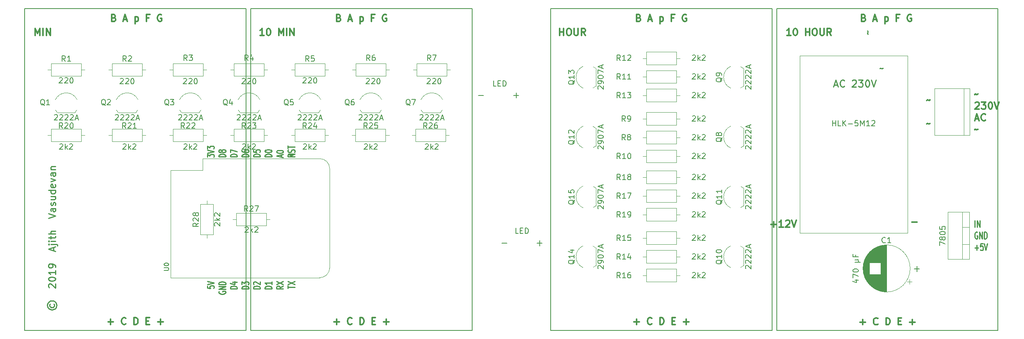
<source format=gto>
G04 #@! TF.GenerationSoftware,KiCad,Pcbnew,5.1.4-e60b266~84~ubuntu18.04.1*
G04 #@! TF.CreationDate,2019-10-31T22:25:58+05:30*
G04 #@! TF.ProjectId,WemosClock,57656d6f-7343-46c6-9f63-6b2e6b696361,rev?*
G04 #@! TF.SameCoordinates,Original*
G04 #@! TF.FileFunction,Legend,Top*
G04 #@! TF.FilePolarity,Positive*
%FSLAX46Y46*%
G04 Gerber Fmt 4.6, Leading zero omitted, Abs format (unit mm)*
G04 Created by KiCad (PCBNEW 5.1.4-e60b266~84~ubuntu18.04.1) date 2019-10-31 22:25:58*
%MOMM*%
%LPD*%
G04 APERTURE LIST*
%ADD10C,0.200000*%
%ADD11C,0.300000*%
%ADD12C,0.250000*%
%ADD13C,0.375000*%
%ADD14C,0.160000*%
%ADD15C,0.120000*%
%ADD16C,0.150000*%
G04 APERTURE END LIST*
D10*
X243776571Y-95611142D02*
X244919428Y-95611142D01*
X244348000Y-96182571D02*
X244348000Y-95039714D01*
X149296405Y-57882505D02*
X150439262Y-57882505D01*
X156916405Y-57882505D02*
X158059262Y-57882505D01*
X157487834Y-58453934D02*
X157487834Y-57311077D01*
X154368571Y-90023142D02*
X155511428Y-90023142D01*
X161988571Y-90023142D02*
X163131428Y-90023142D01*
X162560000Y-90594571D02*
X162560000Y-89451714D01*
D11*
X256877857Y-57750142D02*
X256949285Y-57678714D01*
X257092142Y-57607285D01*
X257377857Y-57750142D01*
X257520714Y-57678714D01*
X257592142Y-57607285D01*
X257020714Y-59514428D02*
X257092142Y-59443000D01*
X257235000Y-59371571D01*
X257592142Y-59371571D01*
X257735000Y-59443000D01*
X257806428Y-59514428D01*
X257877857Y-59657285D01*
X257877857Y-59800142D01*
X257806428Y-60014428D01*
X256949285Y-60871571D01*
X257877857Y-60871571D01*
X258377857Y-59371571D02*
X259306428Y-59371571D01*
X258806428Y-59943000D01*
X259020714Y-59943000D01*
X259163571Y-60014428D01*
X259235000Y-60085857D01*
X259306428Y-60228714D01*
X259306428Y-60585857D01*
X259235000Y-60728714D01*
X259163571Y-60800142D01*
X259020714Y-60871571D01*
X258592142Y-60871571D01*
X258449285Y-60800142D01*
X258377857Y-60728714D01*
X260235000Y-59371571D02*
X260377857Y-59371571D01*
X260520714Y-59443000D01*
X260592142Y-59514428D01*
X260663571Y-59657285D01*
X260735000Y-59943000D01*
X260735000Y-60300142D01*
X260663571Y-60585857D01*
X260592142Y-60728714D01*
X260520714Y-60800142D01*
X260377857Y-60871571D01*
X260235000Y-60871571D01*
X260092142Y-60800142D01*
X260020714Y-60728714D01*
X259949285Y-60585857D01*
X259877857Y-60300142D01*
X259877857Y-59943000D01*
X259949285Y-59657285D01*
X260020714Y-59514428D01*
X260092142Y-59443000D01*
X260235000Y-59371571D01*
X261163571Y-59371571D02*
X261663571Y-60871571D01*
X262163571Y-59371571D01*
X257020714Y-62993000D02*
X257735000Y-62993000D01*
X256877857Y-63421571D02*
X257377857Y-61921571D01*
X257877857Y-63421571D01*
X259235000Y-63278714D02*
X259163571Y-63350142D01*
X258949285Y-63421571D01*
X258806428Y-63421571D01*
X258592142Y-63350142D01*
X258449285Y-63207285D01*
X258377857Y-63064428D01*
X258306428Y-62778714D01*
X258306428Y-62564428D01*
X258377857Y-62278714D01*
X258449285Y-62135857D01*
X258592142Y-61993000D01*
X258806428Y-61921571D01*
X258949285Y-61921571D01*
X259163571Y-61993000D01*
X259235000Y-62064428D01*
X256877857Y-65400142D02*
X256949285Y-65328714D01*
X257092142Y-65257285D01*
X257377857Y-65400142D01*
X257520714Y-65328714D01*
X257592142Y-65257285D01*
X246495142Y-59025142D02*
X246566571Y-58953714D01*
X246709428Y-58882285D01*
X246995142Y-59025142D01*
X247138000Y-58953714D01*
X247209428Y-58882285D01*
X246495142Y-64125142D02*
X246566571Y-64053714D01*
X246709428Y-63982285D01*
X246995142Y-64125142D01*
X247138000Y-64053714D01*
X247209428Y-63982285D01*
D12*
X256940595Y-86570571D02*
X256940595Y-85070571D01*
X257416785Y-86570571D02*
X257416785Y-85070571D01*
X257988214Y-86570571D01*
X257988214Y-85070571D01*
X257464404Y-87642000D02*
X257369166Y-87570571D01*
X257226309Y-87570571D01*
X257083452Y-87642000D01*
X256988214Y-87784857D01*
X256940595Y-87927714D01*
X256892976Y-88213428D01*
X256892976Y-88427714D01*
X256940595Y-88713428D01*
X256988214Y-88856285D01*
X257083452Y-88999142D01*
X257226309Y-89070571D01*
X257321547Y-89070571D01*
X257464404Y-88999142D01*
X257512023Y-88927714D01*
X257512023Y-88427714D01*
X257321547Y-88427714D01*
X257940595Y-89070571D02*
X257940595Y-87570571D01*
X258512023Y-89070571D01*
X258512023Y-87570571D01*
X258988214Y-89070571D02*
X258988214Y-87570571D01*
X259226309Y-87570571D01*
X259369166Y-87642000D01*
X259464404Y-87784857D01*
X259512023Y-87927714D01*
X259559642Y-88213428D01*
X259559642Y-88427714D01*
X259512023Y-88713428D01*
X259464404Y-88856285D01*
X259369166Y-88999142D01*
X259226309Y-89070571D01*
X258988214Y-89070571D01*
X256940595Y-90999142D02*
X257702500Y-90999142D01*
X257321547Y-91570571D02*
X257321547Y-90427714D01*
X258654880Y-90070571D02*
X258178690Y-90070571D01*
X258131071Y-90784857D01*
X258178690Y-90713428D01*
X258273928Y-90642000D01*
X258512023Y-90642000D01*
X258607261Y-90713428D01*
X258654880Y-90784857D01*
X258702500Y-90927714D01*
X258702500Y-91284857D01*
X258654880Y-91427714D01*
X258607261Y-91499142D01*
X258512023Y-91570571D01*
X258273928Y-91570571D01*
X258178690Y-91499142D01*
X258131071Y-91427714D01*
X258988214Y-90070571D02*
X259321547Y-91570571D01*
X259654880Y-90070571D01*
X90504571Y-99301738D02*
X90504571Y-99777928D01*
X91218857Y-99825547D01*
X91147428Y-99777928D01*
X91076000Y-99682690D01*
X91076000Y-99444595D01*
X91147428Y-99349357D01*
X91218857Y-99301738D01*
X91361714Y-99254119D01*
X91718857Y-99254119D01*
X91861714Y-99301738D01*
X91933142Y-99349357D01*
X92004571Y-99444595D01*
X92004571Y-99682690D01*
X91933142Y-99777928D01*
X91861714Y-99825547D01*
X90504571Y-98968404D02*
X92004571Y-98635071D01*
X90504571Y-98301738D01*
X93076000Y-100492214D02*
X93004571Y-100587452D01*
X93004571Y-100730309D01*
X93076000Y-100873166D01*
X93218857Y-100968404D01*
X93361714Y-101016023D01*
X93647428Y-101063642D01*
X93861714Y-101063642D01*
X94147428Y-101016023D01*
X94290285Y-100968404D01*
X94433142Y-100873166D01*
X94504571Y-100730309D01*
X94504571Y-100635071D01*
X94433142Y-100492214D01*
X94361714Y-100444595D01*
X93861714Y-100444595D01*
X93861714Y-100635071D01*
X94504571Y-100016023D02*
X93004571Y-100016023D01*
X94504571Y-99444595D01*
X93004571Y-99444595D01*
X94504571Y-98968404D02*
X93004571Y-98968404D01*
X93004571Y-98730309D01*
X93076000Y-98587452D01*
X93218857Y-98492214D01*
X93361714Y-98444595D01*
X93647428Y-98396976D01*
X93861714Y-98396976D01*
X94147428Y-98444595D01*
X94290285Y-98492214D01*
X94433142Y-98587452D01*
X94504571Y-98730309D01*
X94504571Y-98968404D01*
X97004571Y-99920785D02*
X95504571Y-99920785D01*
X95504571Y-99682690D01*
X95576000Y-99539833D01*
X95718857Y-99444595D01*
X95861714Y-99396976D01*
X96147428Y-99349357D01*
X96361714Y-99349357D01*
X96647428Y-99396976D01*
X96790285Y-99444595D01*
X96933142Y-99539833D01*
X97004571Y-99682690D01*
X97004571Y-99920785D01*
X96004571Y-98492214D02*
X97004571Y-98492214D01*
X95433142Y-98730309D02*
X96504571Y-98968404D01*
X96504571Y-98349357D01*
X99504571Y-99920785D02*
X98004571Y-99920785D01*
X98004571Y-99682690D01*
X98076000Y-99539833D01*
X98218857Y-99444595D01*
X98361714Y-99396976D01*
X98647428Y-99349357D01*
X98861714Y-99349357D01*
X99147428Y-99396976D01*
X99290285Y-99444595D01*
X99433142Y-99539833D01*
X99504571Y-99682690D01*
X99504571Y-99920785D01*
X98004571Y-99016023D02*
X98004571Y-98396976D01*
X98576000Y-98730309D01*
X98576000Y-98587452D01*
X98647428Y-98492214D01*
X98718857Y-98444595D01*
X98861714Y-98396976D01*
X99218857Y-98396976D01*
X99361714Y-98444595D01*
X99433142Y-98492214D01*
X99504571Y-98587452D01*
X99504571Y-98873166D01*
X99433142Y-98968404D01*
X99361714Y-99016023D01*
X102004571Y-99920785D02*
X100504571Y-99920785D01*
X100504571Y-99682690D01*
X100576000Y-99539833D01*
X100718857Y-99444595D01*
X100861714Y-99396976D01*
X101147428Y-99349357D01*
X101361714Y-99349357D01*
X101647428Y-99396976D01*
X101790285Y-99444595D01*
X101933142Y-99539833D01*
X102004571Y-99682690D01*
X102004571Y-99920785D01*
X100647428Y-98968404D02*
X100576000Y-98920785D01*
X100504571Y-98825547D01*
X100504571Y-98587452D01*
X100576000Y-98492214D01*
X100647428Y-98444595D01*
X100790285Y-98396976D01*
X100933142Y-98396976D01*
X101147428Y-98444595D01*
X102004571Y-99016023D01*
X102004571Y-98396976D01*
X104504571Y-99920785D02*
X103004571Y-99920785D01*
X103004571Y-99682690D01*
X103076000Y-99539833D01*
X103218857Y-99444595D01*
X103361714Y-99396976D01*
X103647428Y-99349357D01*
X103861714Y-99349357D01*
X104147428Y-99396976D01*
X104290285Y-99444595D01*
X104433142Y-99539833D01*
X104504571Y-99682690D01*
X104504571Y-99920785D01*
X104504571Y-98396976D02*
X104504571Y-98968404D01*
X104504571Y-98682690D02*
X103004571Y-98682690D01*
X103218857Y-98777928D01*
X103361714Y-98873166D01*
X103433142Y-98968404D01*
X107004571Y-99349357D02*
X106290285Y-99682690D01*
X107004571Y-99920785D02*
X105504571Y-99920785D01*
X105504571Y-99539833D01*
X105576000Y-99444595D01*
X105647428Y-99396976D01*
X105790285Y-99349357D01*
X106004571Y-99349357D01*
X106147428Y-99396976D01*
X106218857Y-99444595D01*
X106290285Y-99539833D01*
X106290285Y-99920785D01*
X105504571Y-99016023D02*
X107004571Y-98349357D01*
X105504571Y-98349357D02*
X107004571Y-99016023D01*
X108004571Y-99825547D02*
X108004571Y-99254119D01*
X109504571Y-99539833D02*
X108004571Y-99539833D01*
X108004571Y-99016023D02*
X109504571Y-98349357D01*
X108004571Y-98349357D02*
X109504571Y-99016023D01*
X90504571Y-71322642D02*
X90504571Y-70703595D01*
X91076000Y-71036928D01*
X91076000Y-70894071D01*
X91147428Y-70798833D01*
X91218857Y-70751214D01*
X91361714Y-70703595D01*
X91718857Y-70703595D01*
X91861714Y-70751214D01*
X91933142Y-70798833D01*
X92004571Y-70894071D01*
X92004571Y-71179785D01*
X91933142Y-71275023D01*
X91861714Y-71322642D01*
X90504571Y-70417880D02*
X92004571Y-70084547D01*
X90504571Y-69751214D01*
X90504571Y-69513119D02*
X90504571Y-68894071D01*
X91076000Y-69227404D01*
X91076000Y-69084547D01*
X91147428Y-68989309D01*
X91218857Y-68941690D01*
X91361714Y-68894071D01*
X91718857Y-68894071D01*
X91861714Y-68941690D01*
X91933142Y-68989309D01*
X92004571Y-69084547D01*
X92004571Y-69370261D01*
X91933142Y-69465500D01*
X91861714Y-69513119D01*
X94504571Y-71227404D02*
X93004571Y-71227404D01*
X93004571Y-70989309D01*
X93076000Y-70846452D01*
X93218857Y-70751214D01*
X93361714Y-70703595D01*
X93647428Y-70655976D01*
X93861714Y-70655976D01*
X94147428Y-70703595D01*
X94290285Y-70751214D01*
X94433142Y-70846452D01*
X94504571Y-70989309D01*
X94504571Y-71227404D01*
X93647428Y-70084547D02*
X93576000Y-70179785D01*
X93504571Y-70227404D01*
X93361714Y-70275023D01*
X93290285Y-70275023D01*
X93147428Y-70227404D01*
X93076000Y-70179785D01*
X93004571Y-70084547D01*
X93004571Y-69894071D01*
X93076000Y-69798833D01*
X93147428Y-69751214D01*
X93290285Y-69703595D01*
X93361714Y-69703595D01*
X93504571Y-69751214D01*
X93576000Y-69798833D01*
X93647428Y-69894071D01*
X93647428Y-70084547D01*
X93718857Y-70179785D01*
X93790285Y-70227404D01*
X93933142Y-70275023D01*
X94218857Y-70275023D01*
X94361714Y-70227404D01*
X94433142Y-70179785D01*
X94504571Y-70084547D01*
X94504571Y-69894071D01*
X94433142Y-69798833D01*
X94361714Y-69751214D01*
X94218857Y-69703595D01*
X93933142Y-69703595D01*
X93790285Y-69751214D01*
X93718857Y-69798833D01*
X93647428Y-69894071D01*
X97004571Y-71227404D02*
X95504571Y-71227404D01*
X95504571Y-70989309D01*
X95576000Y-70846452D01*
X95718857Y-70751214D01*
X95861714Y-70703595D01*
X96147428Y-70655976D01*
X96361714Y-70655976D01*
X96647428Y-70703595D01*
X96790285Y-70751214D01*
X96933142Y-70846452D01*
X97004571Y-70989309D01*
X97004571Y-71227404D01*
X95504571Y-70322642D02*
X95504571Y-69655976D01*
X97004571Y-70084547D01*
X99504571Y-71227404D02*
X98004571Y-71227404D01*
X98004571Y-70989309D01*
X98076000Y-70846452D01*
X98218857Y-70751214D01*
X98361714Y-70703595D01*
X98647428Y-70655976D01*
X98861714Y-70655976D01*
X99147428Y-70703595D01*
X99290285Y-70751214D01*
X99433142Y-70846452D01*
X99504571Y-70989309D01*
X99504571Y-71227404D01*
X98004571Y-69798833D02*
X98004571Y-69989309D01*
X98076000Y-70084547D01*
X98147428Y-70132166D01*
X98361714Y-70227404D01*
X98647428Y-70275023D01*
X99218857Y-70275023D01*
X99361714Y-70227404D01*
X99433142Y-70179785D01*
X99504571Y-70084547D01*
X99504571Y-69894071D01*
X99433142Y-69798833D01*
X99361714Y-69751214D01*
X99218857Y-69703595D01*
X98861714Y-69703595D01*
X98718857Y-69751214D01*
X98647428Y-69798833D01*
X98576000Y-69894071D01*
X98576000Y-70084547D01*
X98647428Y-70179785D01*
X98718857Y-70227404D01*
X98861714Y-70275023D01*
X102004571Y-71227404D02*
X100504571Y-71227404D01*
X100504571Y-70989309D01*
X100576000Y-70846452D01*
X100718857Y-70751214D01*
X100861714Y-70703595D01*
X101147428Y-70655976D01*
X101361714Y-70655976D01*
X101647428Y-70703595D01*
X101790285Y-70751214D01*
X101933142Y-70846452D01*
X102004571Y-70989309D01*
X102004571Y-71227404D01*
X100504571Y-69751214D02*
X100504571Y-70227404D01*
X101218857Y-70275023D01*
X101147428Y-70227404D01*
X101076000Y-70132166D01*
X101076000Y-69894071D01*
X101147428Y-69798833D01*
X101218857Y-69751214D01*
X101361714Y-69703595D01*
X101718857Y-69703595D01*
X101861714Y-69751214D01*
X101933142Y-69798833D01*
X102004571Y-69894071D01*
X102004571Y-70132166D01*
X101933142Y-70227404D01*
X101861714Y-70275023D01*
X104504571Y-71227404D02*
X103004571Y-71227404D01*
X103004571Y-70989309D01*
X103076000Y-70846452D01*
X103218857Y-70751214D01*
X103361714Y-70703595D01*
X103647428Y-70655976D01*
X103861714Y-70655976D01*
X104147428Y-70703595D01*
X104290285Y-70751214D01*
X104433142Y-70846452D01*
X104504571Y-70989309D01*
X104504571Y-71227404D01*
X103004571Y-70036928D02*
X103004571Y-69941690D01*
X103076000Y-69846452D01*
X103147428Y-69798833D01*
X103290285Y-69751214D01*
X103576000Y-69703595D01*
X103933142Y-69703595D01*
X104218857Y-69751214D01*
X104361714Y-69798833D01*
X104433142Y-69846452D01*
X104504571Y-69941690D01*
X104504571Y-70036928D01*
X104433142Y-70132166D01*
X104361714Y-70179785D01*
X104218857Y-70227404D01*
X103933142Y-70275023D01*
X103576000Y-70275023D01*
X103290285Y-70227404D01*
X103147428Y-70179785D01*
X103076000Y-70132166D01*
X103004571Y-70036928D01*
X106576000Y-71275023D02*
X106576000Y-70798833D01*
X107004571Y-71370261D02*
X105504571Y-71036928D01*
X107004571Y-70703595D01*
X105504571Y-70179785D02*
X105504571Y-70084547D01*
X105576000Y-69989309D01*
X105647428Y-69941690D01*
X105790285Y-69894071D01*
X106076000Y-69846452D01*
X106433142Y-69846452D01*
X106718857Y-69894071D01*
X106861714Y-69941690D01*
X106933142Y-69989309D01*
X107004571Y-70084547D01*
X107004571Y-70179785D01*
X106933142Y-70275023D01*
X106861714Y-70322642D01*
X106718857Y-70370261D01*
X106433142Y-70417880D01*
X106076000Y-70417880D01*
X105790285Y-70370261D01*
X105647428Y-70322642D01*
X105576000Y-70275023D01*
X105504571Y-70179785D01*
X109504571Y-70655976D02*
X108790285Y-70989309D01*
X109504571Y-71227404D02*
X108004571Y-71227404D01*
X108004571Y-70846452D01*
X108076000Y-70751214D01*
X108147428Y-70703595D01*
X108290285Y-70655976D01*
X108504571Y-70655976D01*
X108647428Y-70703595D01*
X108718857Y-70751214D01*
X108790285Y-70846452D01*
X108790285Y-71227404D01*
X109433142Y-70275023D02*
X109504571Y-70132166D01*
X109504571Y-69894071D01*
X109433142Y-69798833D01*
X109361714Y-69751214D01*
X109218857Y-69703595D01*
X109076000Y-69703595D01*
X108933142Y-69751214D01*
X108861714Y-69798833D01*
X108790285Y-69894071D01*
X108718857Y-70084547D01*
X108647428Y-70179785D01*
X108576000Y-70227404D01*
X108433142Y-70275023D01*
X108290285Y-70275023D01*
X108147428Y-70227404D01*
X108076000Y-70179785D01*
X108004571Y-70084547D01*
X108004571Y-69846452D01*
X108076000Y-69703595D01*
X108004571Y-69417880D02*
X108004571Y-68846452D01*
X109504571Y-69132166D02*
X108004571Y-69132166D01*
D11*
X232025136Y-107175962D02*
X233167993Y-107175962D01*
X232596564Y-107747391D02*
X232596564Y-106604534D01*
X235882279Y-107604534D02*
X235810850Y-107675962D01*
X235596564Y-107747391D01*
X235453707Y-107747391D01*
X235239422Y-107675962D01*
X235096564Y-107533105D01*
X235025136Y-107390248D01*
X234953707Y-107104534D01*
X234953707Y-106890248D01*
X235025136Y-106604534D01*
X235096564Y-106461677D01*
X235239422Y-106318820D01*
X235453707Y-106247391D01*
X235596564Y-106247391D01*
X235810850Y-106318820D01*
X235882279Y-106390248D01*
X237667993Y-107747391D02*
X237667993Y-106247391D01*
X238025136Y-106247391D01*
X238239422Y-106318820D01*
X238382279Y-106461677D01*
X238453707Y-106604534D01*
X238525136Y-106890248D01*
X238525136Y-107104534D01*
X238453707Y-107390248D01*
X238382279Y-107533105D01*
X238239422Y-107675962D01*
X238025136Y-107747391D01*
X237667993Y-107747391D01*
X240310850Y-106961677D02*
X240810850Y-106961677D01*
X241025136Y-107747391D02*
X240310850Y-107747391D01*
X240310850Y-106247391D01*
X241025136Y-106247391D01*
X242810850Y-107175962D02*
X243953707Y-107175962D01*
X243382279Y-107747391D02*
X243382279Y-106604534D01*
X183011714Y-107124759D02*
X184154571Y-107124759D01*
X183583142Y-107696188D02*
X183583142Y-106553331D01*
X186868857Y-107553331D02*
X186797428Y-107624759D01*
X186583142Y-107696188D01*
X186440285Y-107696188D01*
X186226000Y-107624759D01*
X186083142Y-107481902D01*
X186011714Y-107339045D01*
X185940285Y-107053331D01*
X185940285Y-106839045D01*
X186011714Y-106553331D01*
X186083142Y-106410474D01*
X186226000Y-106267617D01*
X186440285Y-106196188D01*
X186583142Y-106196188D01*
X186797428Y-106267617D01*
X186868857Y-106339045D01*
X188654571Y-107696188D02*
X188654571Y-106196188D01*
X189011714Y-106196188D01*
X189226000Y-106267617D01*
X189368857Y-106410474D01*
X189440285Y-106553331D01*
X189511714Y-106839045D01*
X189511714Y-107053331D01*
X189440285Y-107339045D01*
X189368857Y-107481902D01*
X189226000Y-107624759D01*
X189011714Y-107696188D01*
X188654571Y-107696188D01*
X191297428Y-106910474D02*
X191797428Y-106910474D01*
X192011714Y-107696188D02*
X191297428Y-107696188D01*
X191297428Y-106196188D01*
X192011714Y-106196188D01*
X193797428Y-107124759D02*
X194940285Y-107124759D01*
X194368857Y-107696188D02*
X194368857Y-106553331D01*
X117987714Y-107124759D02*
X119130571Y-107124759D01*
X118559142Y-107696188D02*
X118559142Y-106553331D01*
X121844857Y-107553331D02*
X121773428Y-107624759D01*
X121559142Y-107696188D01*
X121416285Y-107696188D01*
X121202000Y-107624759D01*
X121059142Y-107481902D01*
X120987714Y-107339045D01*
X120916285Y-107053331D01*
X120916285Y-106839045D01*
X120987714Y-106553331D01*
X121059142Y-106410474D01*
X121202000Y-106267617D01*
X121416285Y-106196188D01*
X121559142Y-106196188D01*
X121773428Y-106267617D01*
X121844857Y-106339045D01*
X123630571Y-107696188D02*
X123630571Y-106196188D01*
X123987714Y-106196188D01*
X124202000Y-106267617D01*
X124344857Y-106410474D01*
X124416285Y-106553331D01*
X124487714Y-106839045D01*
X124487714Y-107053331D01*
X124416285Y-107339045D01*
X124344857Y-107481902D01*
X124202000Y-107624759D01*
X123987714Y-107696188D01*
X123630571Y-107696188D01*
X126273428Y-106910474D02*
X126773428Y-106910474D01*
X126987714Y-107696188D02*
X126273428Y-107696188D01*
X126273428Y-106196188D01*
X126987714Y-106196188D01*
X128773428Y-107124759D02*
X129916285Y-107124759D01*
X129344857Y-107696188D02*
X129344857Y-106553331D01*
X69009643Y-107124759D02*
X70152500Y-107124759D01*
X69581071Y-107696188D02*
X69581071Y-106553331D01*
X72866786Y-107553331D02*
X72795357Y-107624759D01*
X72581071Y-107696188D01*
X72438214Y-107696188D01*
X72223929Y-107624759D01*
X72081071Y-107481902D01*
X72009643Y-107339045D01*
X71938214Y-107053331D01*
X71938214Y-106839045D01*
X72009643Y-106553331D01*
X72081071Y-106410474D01*
X72223929Y-106267617D01*
X72438214Y-106196188D01*
X72581071Y-106196188D01*
X72795357Y-106267617D01*
X72866786Y-106339045D01*
X74652500Y-107696188D02*
X74652500Y-106196188D01*
X75009643Y-106196188D01*
X75223929Y-106267617D01*
X75366786Y-106410474D01*
X75438214Y-106553331D01*
X75509643Y-106839045D01*
X75509643Y-107053331D01*
X75438214Y-107339045D01*
X75366786Y-107481902D01*
X75223929Y-107624759D01*
X75009643Y-107696188D01*
X74652500Y-107696188D01*
X77295357Y-106910474D02*
X77795357Y-106910474D01*
X78009643Y-107696188D02*
X77295357Y-107696188D01*
X77295357Y-106196188D01*
X78009643Y-106196188D01*
X79795357Y-107124759D02*
X80938214Y-107124759D01*
X80366786Y-107696188D02*
X80366786Y-106553331D01*
X232851142Y-41040857D02*
X233065428Y-41112285D01*
X233136857Y-41183714D01*
X233208285Y-41326571D01*
X233208285Y-41540857D01*
X233136857Y-41683714D01*
X233065428Y-41755142D01*
X232922571Y-41826571D01*
X232351142Y-41826571D01*
X232351142Y-40326571D01*
X232851142Y-40326571D01*
X232994000Y-40398000D01*
X233065428Y-40469428D01*
X233136857Y-40612285D01*
X233136857Y-40755142D01*
X233065428Y-40898000D01*
X232994000Y-40969428D01*
X232851142Y-41040857D01*
X232351142Y-41040857D01*
X234922571Y-41398000D02*
X235636857Y-41398000D01*
X234779714Y-41826571D02*
X235279714Y-40326571D01*
X235779714Y-41826571D01*
X237422571Y-40826571D02*
X237422571Y-42326571D01*
X237422571Y-40898000D02*
X237565428Y-40826571D01*
X237851142Y-40826571D01*
X237994000Y-40898000D01*
X238065428Y-40969428D01*
X238136857Y-41112285D01*
X238136857Y-41540857D01*
X238065428Y-41683714D01*
X237994000Y-41755142D01*
X237851142Y-41826571D01*
X237565428Y-41826571D01*
X237422571Y-41755142D01*
X240422571Y-41040857D02*
X239922571Y-41040857D01*
X239922571Y-41826571D02*
X239922571Y-40326571D01*
X240636857Y-40326571D01*
X243136857Y-40398000D02*
X242994000Y-40326571D01*
X242779714Y-40326571D01*
X242565428Y-40398000D01*
X242422571Y-40540857D01*
X242351142Y-40683714D01*
X242279714Y-40969428D01*
X242279714Y-41183714D01*
X242351142Y-41469428D01*
X242422571Y-41612285D01*
X242565428Y-41755142D01*
X242779714Y-41826571D01*
X242922571Y-41826571D01*
X243136857Y-41755142D01*
X243208285Y-41683714D01*
X243208285Y-41183714D01*
X242922571Y-41183714D01*
X184083142Y-41040857D02*
X184297428Y-41112285D01*
X184368857Y-41183714D01*
X184440285Y-41326571D01*
X184440285Y-41540857D01*
X184368857Y-41683714D01*
X184297428Y-41755142D01*
X184154571Y-41826571D01*
X183583142Y-41826571D01*
X183583142Y-40326571D01*
X184083142Y-40326571D01*
X184226000Y-40398000D01*
X184297428Y-40469428D01*
X184368857Y-40612285D01*
X184368857Y-40755142D01*
X184297428Y-40898000D01*
X184226000Y-40969428D01*
X184083142Y-41040857D01*
X183583142Y-41040857D01*
X186154571Y-41398000D02*
X186868857Y-41398000D01*
X186011714Y-41826571D02*
X186511714Y-40326571D01*
X187011714Y-41826571D01*
X188654571Y-40826571D02*
X188654571Y-42326571D01*
X188654571Y-40898000D02*
X188797428Y-40826571D01*
X189083142Y-40826571D01*
X189226000Y-40898000D01*
X189297428Y-40969428D01*
X189368857Y-41112285D01*
X189368857Y-41540857D01*
X189297428Y-41683714D01*
X189226000Y-41755142D01*
X189083142Y-41826571D01*
X188797428Y-41826571D01*
X188654571Y-41755142D01*
X191654571Y-41040857D02*
X191154571Y-41040857D01*
X191154571Y-41826571D02*
X191154571Y-40326571D01*
X191868857Y-40326571D01*
X194368857Y-40398000D02*
X194226000Y-40326571D01*
X194011714Y-40326571D01*
X193797428Y-40398000D01*
X193654571Y-40540857D01*
X193583142Y-40683714D01*
X193511714Y-40969428D01*
X193511714Y-41183714D01*
X193583142Y-41469428D01*
X193654571Y-41612285D01*
X193797428Y-41755142D01*
X194011714Y-41826571D01*
X194154571Y-41826571D01*
X194368857Y-41755142D01*
X194440285Y-41683714D01*
X194440285Y-41183714D01*
X194154571Y-41183714D01*
X119059142Y-41040857D02*
X119273428Y-41112285D01*
X119344857Y-41183714D01*
X119416285Y-41326571D01*
X119416285Y-41540857D01*
X119344857Y-41683714D01*
X119273428Y-41755142D01*
X119130571Y-41826571D01*
X118559142Y-41826571D01*
X118559142Y-40326571D01*
X119059142Y-40326571D01*
X119202000Y-40398000D01*
X119273428Y-40469428D01*
X119344857Y-40612285D01*
X119344857Y-40755142D01*
X119273428Y-40898000D01*
X119202000Y-40969428D01*
X119059142Y-41040857D01*
X118559142Y-41040857D01*
X121130571Y-41398000D02*
X121844857Y-41398000D01*
X120987714Y-41826571D02*
X121487714Y-40326571D01*
X121987714Y-41826571D01*
X123630571Y-40826571D02*
X123630571Y-42326571D01*
X123630571Y-40898000D02*
X123773428Y-40826571D01*
X124059142Y-40826571D01*
X124202000Y-40898000D01*
X124273428Y-40969428D01*
X124344857Y-41112285D01*
X124344857Y-41540857D01*
X124273428Y-41683714D01*
X124202000Y-41755142D01*
X124059142Y-41826571D01*
X123773428Y-41826571D01*
X123630571Y-41755142D01*
X126630571Y-41040857D02*
X126130571Y-41040857D01*
X126130571Y-41826571D02*
X126130571Y-40326571D01*
X126844857Y-40326571D01*
X129344857Y-40398000D02*
X129202000Y-40326571D01*
X128987714Y-40326571D01*
X128773428Y-40398000D01*
X128630571Y-40540857D01*
X128559142Y-40683714D01*
X128487714Y-40969428D01*
X128487714Y-41183714D01*
X128559142Y-41469428D01*
X128630571Y-41612285D01*
X128773428Y-41755142D01*
X128987714Y-41826571D01*
X129130571Y-41826571D01*
X129344857Y-41755142D01*
X129416285Y-41683714D01*
X129416285Y-41183714D01*
X129130571Y-41183714D01*
X70291142Y-41040857D02*
X70505428Y-41112285D01*
X70576857Y-41183714D01*
X70648285Y-41326571D01*
X70648285Y-41540857D01*
X70576857Y-41683714D01*
X70505428Y-41755142D01*
X70362571Y-41826571D01*
X69791142Y-41826571D01*
X69791142Y-40326571D01*
X70291142Y-40326571D01*
X70434000Y-40398000D01*
X70505428Y-40469428D01*
X70576857Y-40612285D01*
X70576857Y-40755142D01*
X70505428Y-40898000D01*
X70434000Y-40969428D01*
X70291142Y-41040857D01*
X69791142Y-41040857D01*
X72362571Y-41398000D02*
X73076857Y-41398000D01*
X72219714Y-41826571D02*
X72719714Y-40326571D01*
X73219714Y-41826571D01*
X74862571Y-40826571D02*
X74862571Y-42326571D01*
X74862571Y-40898000D02*
X75005428Y-40826571D01*
X75291142Y-40826571D01*
X75434000Y-40898000D01*
X75505428Y-40969428D01*
X75576857Y-41112285D01*
X75576857Y-41540857D01*
X75505428Y-41683714D01*
X75434000Y-41755142D01*
X75291142Y-41826571D01*
X75005428Y-41826571D01*
X74862571Y-41755142D01*
X77862571Y-41040857D02*
X77362571Y-41040857D01*
X77362571Y-41826571D02*
X77362571Y-40326571D01*
X78076857Y-40326571D01*
X80576857Y-40398000D02*
X80434000Y-40326571D01*
X80219714Y-40326571D01*
X80005428Y-40398000D01*
X79862571Y-40540857D01*
X79791142Y-40683714D01*
X79719714Y-40969428D01*
X79719714Y-41183714D01*
X79791142Y-41469428D01*
X79862571Y-41612285D01*
X80005428Y-41755142D01*
X80219714Y-41826571D01*
X80362571Y-41826571D01*
X80576857Y-41755142D01*
X80648285Y-41683714D01*
X80648285Y-41183714D01*
X80362571Y-41183714D01*
D13*
X217015714Y-44874571D02*
X216158571Y-44874571D01*
X216587142Y-44874571D02*
X216587142Y-43374571D01*
X216444285Y-43588857D01*
X216301428Y-43731714D01*
X216158571Y-43803142D01*
X217944285Y-43374571D02*
X218087142Y-43374571D01*
X218230000Y-43446000D01*
X218301428Y-43517428D01*
X218372857Y-43660285D01*
X218444285Y-43946000D01*
X218444285Y-44303142D01*
X218372857Y-44588857D01*
X218301428Y-44731714D01*
X218230000Y-44803142D01*
X218087142Y-44874571D01*
X217944285Y-44874571D01*
X217801428Y-44803142D01*
X217730000Y-44731714D01*
X217658571Y-44588857D01*
X217587142Y-44303142D01*
X217587142Y-43946000D01*
X217658571Y-43660285D01*
X217730000Y-43517428D01*
X217801428Y-43446000D01*
X217944285Y-43374571D01*
X220230000Y-44874571D02*
X220230000Y-43374571D01*
X220230000Y-44088857D02*
X221087142Y-44088857D01*
X221087142Y-44874571D02*
X221087142Y-43374571D01*
X222087142Y-43374571D02*
X222372857Y-43374571D01*
X222515714Y-43446000D01*
X222658571Y-43588857D01*
X222730000Y-43874571D01*
X222730000Y-44374571D01*
X222658571Y-44660285D01*
X222515714Y-44803142D01*
X222372857Y-44874571D01*
X222087142Y-44874571D01*
X221944285Y-44803142D01*
X221801428Y-44660285D01*
X221730000Y-44374571D01*
X221730000Y-43874571D01*
X221801428Y-43588857D01*
X221944285Y-43446000D01*
X222087142Y-43374571D01*
X223372857Y-43374571D02*
X223372857Y-44588857D01*
X223444285Y-44731714D01*
X223515714Y-44803142D01*
X223658571Y-44874571D01*
X223944285Y-44874571D01*
X224087142Y-44803142D01*
X224158571Y-44731714D01*
X224230000Y-44588857D01*
X224230000Y-43374571D01*
X225801428Y-44874571D02*
X225301428Y-44160285D01*
X224944285Y-44874571D02*
X224944285Y-43374571D01*
X225515714Y-43374571D01*
X225658571Y-43446000D01*
X225730000Y-43517428D01*
X225801428Y-43660285D01*
X225801428Y-43874571D01*
X225730000Y-44017428D01*
X225658571Y-44088857D01*
X225515714Y-44160285D01*
X224944285Y-44160285D01*
X166922000Y-44874571D02*
X166922000Y-43374571D01*
X166922000Y-44088857D02*
X167779142Y-44088857D01*
X167779142Y-44874571D02*
X167779142Y-43374571D01*
X168779142Y-43374571D02*
X169064857Y-43374571D01*
X169207714Y-43446000D01*
X169350571Y-43588857D01*
X169422000Y-43874571D01*
X169422000Y-44374571D01*
X169350571Y-44660285D01*
X169207714Y-44803142D01*
X169064857Y-44874571D01*
X168779142Y-44874571D01*
X168636285Y-44803142D01*
X168493428Y-44660285D01*
X168422000Y-44374571D01*
X168422000Y-43874571D01*
X168493428Y-43588857D01*
X168636285Y-43446000D01*
X168779142Y-43374571D01*
X170064857Y-43374571D02*
X170064857Y-44588857D01*
X170136285Y-44731714D01*
X170207714Y-44803142D01*
X170350571Y-44874571D01*
X170636285Y-44874571D01*
X170779142Y-44803142D01*
X170850571Y-44731714D01*
X170922000Y-44588857D01*
X170922000Y-43374571D01*
X172493428Y-44874571D02*
X171993428Y-44160285D01*
X171636285Y-44874571D02*
X171636285Y-43374571D01*
X172207714Y-43374571D01*
X172350571Y-43446000D01*
X172422000Y-43517428D01*
X172493428Y-43660285D01*
X172493428Y-43874571D01*
X172422000Y-44017428D01*
X172350571Y-44088857D01*
X172207714Y-44160285D01*
X171636285Y-44160285D01*
X102806857Y-44874571D02*
X101949714Y-44874571D01*
X102378285Y-44874571D02*
X102378285Y-43374571D01*
X102235428Y-43588857D01*
X102092571Y-43731714D01*
X101949714Y-43803142D01*
X103735428Y-43374571D02*
X103878285Y-43374571D01*
X104021142Y-43446000D01*
X104092571Y-43517428D01*
X104164000Y-43660285D01*
X104235428Y-43946000D01*
X104235428Y-44303142D01*
X104164000Y-44588857D01*
X104092571Y-44731714D01*
X104021142Y-44803142D01*
X103878285Y-44874571D01*
X103735428Y-44874571D01*
X103592571Y-44803142D01*
X103521142Y-44731714D01*
X103449714Y-44588857D01*
X103378285Y-44303142D01*
X103378285Y-43946000D01*
X103449714Y-43660285D01*
X103521142Y-43517428D01*
X103592571Y-43446000D01*
X103735428Y-43374571D01*
X106021142Y-44874571D02*
X106021142Y-43374571D01*
X106521142Y-44446000D01*
X107021142Y-43374571D01*
X107021142Y-44874571D01*
X107735428Y-44874571D02*
X107735428Y-43374571D01*
X108449714Y-44874571D02*
X108449714Y-43374571D01*
X109306857Y-44874571D01*
X109306857Y-43374571D01*
X53221142Y-44874571D02*
X53221142Y-43374571D01*
X53721142Y-44446000D01*
X54221142Y-43374571D01*
X54221142Y-44874571D01*
X54935428Y-44874571D02*
X54935428Y-43374571D01*
X55649714Y-44874571D02*
X55649714Y-43374571D01*
X56506857Y-44874571D01*
X56506857Y-43374571D01*
D12*
X56431714Y-103221428D02*
X56360285Y-103364285D01*
X56360285Y-103650000D01*
X56431714Y-103792857D01*
X56574571Y-103935714D01*
X56717428Y-104007142D01*
X57003142Y-104007142D01*
X57146000Y-103935714D01*
X57288857Y-103792857D01*
X57360285Y-103650000D01*
X57360285Y-103364285D01*
X57288857Y-103221428D01*
X55860285Y-103507142D02*
X55931714Y-103864285D01*
X56146000Y-104221428D01*
X56503142Y-104435714D01*
X56860285Y-104507142D01*
X57217428Y-104435714D01*
X57574571Y-104221428D01*
X57788857Y-103864285D01*
X57860285Y-103507142D01*
X57788857Y-103150000D01*
X57574571Y-102792857D01*
X57217428Y-102578571D01*
X56860285Y-102507142D01*
X56503142Y-102578571D01*
X56146000Y-102792857D01*
X55931714Y-103150000D01*
X55860285Y-103507142D01*
X56217428Y-99650000D02*
X56146000Y-99578571D01*
X56074571Y-99435714D01*
X56074571Y-99078571D01*
X56146000Y-98935714D01*
X56217428Y-98864285D01*
X56360285Y-98792857D01*
X56503142Y-98792857D01*
X56717428Y-98864285D01*
X57574571Y-99721428D01*
X57574571Y-98792857D01*
X56074571Y-97864285D02*
X56074571Y-97721428D01*
X56146000Y-97578571D01*
X56217428Y-97507142D01*
X56360285Y-97435714D01*
X56646000Y-97364285D01*
X57003142Y-97364285D01*
X57288857Y-97435714D01*
X57431714Y-97507142D01*
X57503142Y-97578571D01*
X57574571Y-97721428D01*
X57574571Y-97864285D01*
X57503142Y-98007142D01*
X57431714Y-98078571D01*
X57288857Y-98150000D01*
X57003142Y-98221428D01*
X56646000Y-98221428D01*
X56360285Y-98150000D01*
X56217428Y-98078571D01*
X56146000Y-98007142D01*
X56074571Y-97864285D01*
X57574571Y-95935714D02*
X57574571Y-96792857D01*
X57574571Y-96364285D02*
X56074571Y-96364285D01*
X56288857Y-96507142D01*
X56431714Y-96650000D01*
X56503142Y-96792857D01*
X57574571Y-95221428D02*
X57574571Y-94935714D01*
X57503142Y-94792857D01*
X57431714Y-94721428D01*
X57217428Y-94578571D01*
X56931714Y-94507142D01*
X56360285Y-94507142D01*
X56217428Y-94578571D01*
X56146000Y-94650000D01*
X56074571Y-94792857D01*
X56074571Y-95078571D01*
X56146000Y-95221428D01*
X56217428Y-95292857D01*
X56360285Y-95364285D01*
X56717428Y-95364285D01*
X56860285Y-95292857D01*
X56931714Y-95221428D01*
X57003142Y-95078571D01*
X57003142Y-94792857D01*
X56931714Y-94650000D01*
X56860285Y-94578571D01*
X56717428Y-94507142D01*
X57146000Y-91650000D02*
X57146000Y-90935714D01*
X57574571Y-91792857D02*
X56074571Y-91292857D01*
X57574571Y-90792857D01*
X56574571Y-90292857D02*
X57860285Y-90292857D01*
X58003142Y-90364285D01*
X58074571Y-90507142D01*
X58074571Y-90578571D01*
X56074571Y-90292857D02*
X56146000Y-90364285D01*
X56217428Y-90292857D01*
X56146000Y-90221428D01*
X56074571Y-90292857D01*
X56217428Y-90292857D01*
X57574571Y-89578571D02*
X56574571Y-89578571D01*
X56074571Y-89578571D02*
X56146000Y-89650000D01*
X56217428Y-89578571D01*
X56146000Y-89507142D01*
X56074571Y-89578571D01*
X56217428Y-89578571D01*
X56574571Y-89078571D02*
X56574571Y-88507142D01*
X56074571Y-88864285D02*
X57360285Y-88864285D01*
X57503142Y-88792857D01*
X57574571Y-88650000D01*
X57574571Y-88507142D01*
X57574571Y-88007142D02*
X56074571Y-88007142D01*
X57574571Y-87364285D02*
X56788857Y-87364285D01*
X56646000Y-87435714D01*
X56574571Y-87578571D01*
X56574571Y-87792857D01*
X56646000Y-87935714D01*
X56717428Y-88007142D01*
X56074571Y-84578571D02*
X57574571Y-84078571D01*
X56074571Y-83578571D01*
X57574571Y-82435714D02*
X56788857Y-82435714D01*
X56646000Y-82507142D01*
X56574571Y-82650000D01*
X56574571Y-82935714D01*
X56646000Y-83078571D01*
X57503142Y-82435714D02*
X57574571Y-82578571D01*
X57574571Y-82935714D01*
X57503142Y-83078571D01*
X57360285Y-83150000D01*
X57217428Y-83150000D01*
X57074571Y-83078571D01*
X57003142Y-82935714D01*
X57003142Y-82578571D01*
X56931714Y-82435714D01*
X57503142Y-81792857D02*
X57574571Y-81650000D01*
X57574571Y-81364285D01*
X57503142Y-81221428D01*
X57360285Y-81150000D01*
X57288857Y-81150000D01*
X57146000Y-81221428D01*
X57074571Y-81364285D01*
X57074571Y-81578571D01*
X57003142Y-81721428D01*
X56860285Y-81792857D01*
X56788857Y-81792857D01*
X56646000Y-81721428D01*
X56574571Y-81578571D01*
X56574571Y-81364285D01*
X56646000Y-81221428D01*
X56574571Y-79864285D02*
X57574571Y-79864285D01*
X56574571Y-80507142D02*
X57360285Y-80507142D01*
X57503142Y-80435714D01*
X57574571Y-80292857D01*
X57574571Y-80078571D01*
X57503142Y-79935714D01*
X57431714Y-79864285D01*
X57574571Y-78507142D02*
X56074571Y-78507142D01*
X57503142Y-78507142D02*
X57574571Y-78650000D01*
X57574571Y-78935714D01*
X57503142Y-79078571D01*
X57431714Y-79150000D01*
X57288857Y-79221428D01*
X56860285Y-79221428D01*
X56717428Y-79150000D01*
X56646000Y-79078571D01*
X56574571Y-78935714D01*
X56574571Y-78650000D01*
X56646000Y-78507142D01*
X57503142Y-77221428D02*
X57574571Y-77364285D01*
X57574571Y-77650000D01*
X57503142Y-77792857D01*
X57360285Y-77864285D01*
X56788857Y-77864285D01*
X56646000Y-77792857D01*
X56574571Y-77650000D01*
X56574571Y-77364285D01*
X56646000Y-77221428D01*
X56788857Y-77150000D01*
X56931714Y-77150000D01*
X57074571Y-77864285D01*
X56574571Y-76650000D02*
X57574571Y-76292857D01*
X56574571Y-75935714D01*
X57574571Y-74721428D02*
X56788857Y-74721428D01*
X56646000Y-74792857D01*
X56574571Y-74935714D01*
X56574571Y-75221428D01*
X56646000Y-75364285D01*
X57503142Y-74721428D02*
X57574571Y-74864285D01*
X57574571Y-75221428D01*
X57503142Y-75364285D01*
X57360285Y-75435714D01*
X57217428Y-75435714D01*
X57074571Y-75364285D01*
X57003142Y-75221428D01*
X57003142Y-74864285D01*
X56931714Y-74721428D01*
X56574571Y-74007142D02*
X57574571Y-74007142D01*
X56717428Y-74007142D02*
X56646000Y-73935714D01*
X56574571Y-73792857D01*
X56574571Y-73578571D01*
X56646000Y-73435714D01*
X56788857Y-73364285D01*
X57574571Y-73364285D01*
D14*
X99951065Y-39000863D02*
X147949070Y-39004352D01*
X99952118Y-109002629D02*
X99951065Y-39000863D01*
X147949070Y-39004352D02*
X147950258Y-109003864D01*
X147950258Y-109003864D02*
X99952118Y-109002629D01*
X164955281Y-39000815D02*
X212953286Y-39004304D01*
X164956334Y-109002581D02*
X164955281Y-39000815D01*
X212953286Y-39004304D02*
X212954474Y-109003816D01*
X212954474Y-109003816D02*
X164956334Y-109002581D01*
X213954142Y-39000323D02*
X261952147Y-39003812D01*
X213955195Y-109002089D02*
X213954142Y-39000323D01*
X261952147Y-39003812D02*
X261953335Y-109003324D01*
X261953335Y-109003324D02*
X213955195Y-109002089D01*
X50956139Y-109000919D02*
X50955086Y-38999153D01*
X98954279Y-109002154D02*
X50956139Y-109000919D01*
X98953091Y-39002642D02*
X98954279Y-109002154D01*
X50955086Y-38999153D02*
X98953091Y-39002642D01*
D15*
X117052000Y-95382000D02*
G75*
G02X114922000Y-97512000I-2130000J0D01*
G01*
X114922000Y-71652000D02*
G75*
G02X117052000Y-73782000I0J-2130000D01*
G01*
X89492000Y-74192000D02*
X82592000Y-74192000D01*
X89492000Y-71652000D02*
X89492000Y-74192000D01*
D16*
G36*
X109347000Y-70612000D02*
G01*
X108077000Y-70612000D01*
X108712000Y-71247000D01*
X109347000Y-70612000D01*
G37*
X109347000Y-70612000D02*
X108077000Y-70612000D01*
X108712000Y-71247000D01*
X109347000Y-70612000D01*
D15*
X117052000Y-95392000D02*
X117052000Y-73782000D01*
X82592000Y-97512000D02*
X114922000Y-97512000D01*
X89492000Y-71652000D02*
X114922000Y-71652000D01*
X82592000Y-74192000D02*
X82592000Y-97512000D01*
X255778000Y-66548000D02*
X255778000Y-56388000D01*
X248158000Y-66548000D02*
X255778000Y-66548000D01*
X248158000Y-56388000D02*
X248158000Y-66548000D01*
X255778000Y-56388000D02*
X248158000Y-56388000D01*
X254508000Y-56388000D02*
X254508000Y-66548000D01*
X219016000Y-87776000D02*
X242316000Y-87776000D01*
X219016000Y-49276000D02*
X219016000Y-87776000D01*
X219016000Y-49276000D02*
X242316000Y-49276000D01*
X242316000Y-49276000D02*
X242316000Y-87776000D01*
X255746000Y-83272000D02*
X255746000Y-93512000D01*
X251105000Y-83272000D02*
X251105000Y-93512000D01*
X255746000Y-83272000D02*
X251105000Y-83272000D01*
X255746000Y-93512000D02*
X251105000Y-93512000D01*
X254236000Y-83272000D02*
X254236000Y-93512000D01*
X255746000Y-86542000D02*
X254236000Y-86542000D01*
X255746000Y-90243000D02*
X254236000Y-90243000D01*
X242763646Y-98879000D02*
X242763646Y-97879000D01*
X243263646Y-98379000D02*
X242263646Y-98379000D01*
X232703000Y-96103000D02*
X232703000Y-94905000D01*
X232743000Y-96366000D02*
X232743000Y-94642000D01*
X232783000Y-96566000D02*
X232783000Y-94442000D01*
X232823000Y-96734000D02*
X232823000Y-94274000D01*
X232863000Y-96882000D02*
X232863000Y-94126000D01*
X232903000Y-97014000D02*
X232903000Y-93994000D01*
X232943000Y-97134000D02*
X232943000Y-93874000D01*
X232983000Y-97246000D02*
X232983000Y-93762000D01*
X233023000Y-97350000D02*
X233023000Y-93658000D01*
X233063000Y-97448000D02*
X233063000Y-93560000D01*
X233103000Y-97541000D02*
X233103000Y-93467000D01*
X233143000Y-97629000D02*
X233143000Y-93379000D01*
X233183000Y-97713000D02*
X233183000Y-93295000D01*
X233223000Y-97793000D02*
X233223000Y-93215000D01*
X233263000Y-97869000D02*
X233263000Y-93139000D01*
X233303000Y-97943000D02*
X233303000Y-93065000D01*
X233343000Y-98014000D02*
X233343000Y-92994000D01*
X233383000Y-98083000D02*
X233383000Y-92925000D01*
X233423000Y-98149000D02*
X233423000Y-92859000D01*
X233463000Y-98213000D02*
X233463000Y-92795000D01*
X233503000Y-98274000D02*
X233503000Y-92734000D01*
X233543000Y-98334000D02*
X233543000Y-92674000D01*
X233583000Y-98393000D02*
X233583000Y-92615000D01*
X233623000Y-98449000D02*
X233623000Y-92559000D01*
X233663000Y-98504000D02*
X233663000Y-92504000D01*
X233703000Y-98558000D02*
X233703000Y-92450000D01*
X233743000Y-98610000D02*
X233743000Y-92398000D01*
X233783000Y-98660000D02*
X233783000Y-92348000D01*
X233823000Y-98710000D02*
X233823000Y-92298000D01*
X233863000Y-98758000D02*
X233863000Y-92250000D01*
X233903000Y-98805000D02*
X233903000Y-92203000D01*
X233943000Y-98851000D02*
X233943000Y-92157000D01*
X233983000Y-98896000D02*
X233983000Y-92112000D01*
X234023000Y-98940000D02*
X234023000Y-92068000D01*
X234063000Y-94263000D02*
X234063000Y-92026000D01*
X234063000Y-98982000D02*
X234063000Y-96745000D01*
X234103000Y-94263000D02*
X234103000Y-91984000D01*
X234103000Y-99024000D02*
X234103000Y-96745000D01*
X234143000Y-94263000D02*
X234143000Y-91943000D01*
X234143000Y-99065000D02*
X234143000Y-96745000D01*
X234183000Y-94263000D02*
X234183000Y-91903000D01*
X234183000Y-99105000D02*
X234183000Y-96745000D01*
X234223000Y-94263000D02*
X234223000Y-91864000D01*
X234223000Y-99144000D02*
X234223000Y-96745000D01*
X234263000Y-94263000D02*
X234263000Y-91825000D01*
X234263000Y-99183000D02*
X234263000Y-96745000D01*
X234303000Y-94263000D02*
X234303000Y-91788000D01*
X234303000Y-99220000D02*
X234303000Y-96745000D01*
X234343000Y-94263000D02*
X234343000Y-91751000D01*
X234343000Y-99257000D02*
X234343000Y-96745000D01*
X234383000Y-94263000D02*
X234383000Y-91715000D01*
X234383000Y-99293000D02*
X234383000Y-96745000D01*
X234423000Y-94263000D02*
X234423000Y-91680000D01*
X234423000Y-99328000D02*
X234423000Y-96745000D01*
X234463000Y-94263000D02*
X234463000Y-91646000D01*
X234463000Y-99362000D02*
X234463000Y-96745000D01*
X234503000Y-94263000D02*
X234503000Y-91612000D01*
X234503000Y-99396000D02*
X234503000Y-96745000D01*
X234543000Y-94263000D02*
X234543000Y-91579000D01*
X234543000Y-99429000D02*
X234543000Y-96745000D01*
X234583000Y-94263000D02*
X234583000Y-91547000D01*
X234583000Y-99461000D02*
X234583000Y-96745000D01*
X234623000Y-94263000D02*
X234623000Y-91515000D01*
X234623000Y-99493000D02*
X234623000Y-96745000D01*
X234663000Y-94263000D02*
X234663000Y-91484000D01*
X234663000Y-99524000D02*
X234663000Y-96745000D01*
X234703000Y-94263000D02*
X234703000Y-91454000D01*
X234703000Y-99554000D02*
X234703000Y-96745000D01*
X234743000Y-94263000D02*
X234743000Y-91424000D01*
X234743000Y-99584000D02*
X234743000Y-96745000D01*
X234783000Y-94263000D02*
X234783000Y-91394000D01*
X234783000Y-99614000D02*
X234783000Y-96745000D01*
X234823000Y-94263000D02*
X234823000Y-91366000D01*
X234823000Y-99642000D02*
X234823000Y-96745000D01*
X234863000Y-94263000D02*
X234863000Y-91338000D01*
X234863000Y-99670000D02*
X234863000Y-96745000D01*
X234903000Y-94263000D02*
X234903000Y-91310000D01*
X234903000Y-99698000D02*
X234903000Y-96745000D01*
X234943000Y-94263000D02*
X234943000Y-91283000D01*
X234943000Y-99725000D02*
X234943000Y-96745000D01*
X234983000Y-94263000D02*
X234983000Y-91257000D01*
X234983000Y-99751000D02*
X234983000Y-96745000D01*
X235023000Y-94263000D02*
X235023000Y-91231000D01*
X235023000Y-99777000D02*
X235023000Y-96745000D01*
X235063000Y-94263000D02*
X235063000Y-91206000D01*
X235063000Y-99802000D02*
X235063000Y-96745000D01*
X235103000Y-94263000D02*
X235103000Y-91181000D01*
X235103000Y-99827000D02*
X235103000Y-96745000D01*
X235143000Y-94263000D02*
X235143000Y-91157000D01*
X235143000Y-99851000D02*
X235143000Y-96745000D01*
X235183000Y-94263000D02*
X235183000Y-91133000D01*
X235183000Y-99875000D02*
X235183000Y-96745000D01*
X235223000Y-94263000D02*
X235223000Y-91109000D01*
X235223000Y-99899000D02*
X235223000Y-96745000D01*
X235263000Y-94263000D02*
X235263000Y-91087000D01*
X235263000Y-99921000D02*
X235263000Y-96745000D01*
X235303000Y-94263000D02*
X235303000Y-91064000D01*
X235303000Y-99944000D02*
X235303000Y-96745000D01*
X235343000Y-94263000D02*
X235343000Y-91042000D01*
X235343000Y-99966000D02*
X235343000Y-96745000D01*
X235383000Y-94263000D02*
X235383000Y-91021000D01*
X235383000Y-99987000D02*
X235383000Y-96745000D01*
X235423000Y-94263000D02*
X235423000Y-91000000D01*
X235423000Y-100008000D02*
X235423000Y-96745000D01*
X235463000Y-94263000D02*
X235463000Y-90979000D01*
X235463000Y-100029000D02*
X235463000Y-96745000D01*
X235503000Y-94263000D02*
X235503000Y-90959000D01*
X235503000Y-100049000D02*
X235503000Y-96745000D01*
X235543000Y-94263000D02*
X235543000Y-90940000D01*
X235543000Y-100068000D02*
X235543000Y-96745000D01*
X235583000Y-94263000D02*
X235583000Y-90920000D01*
X235583000Y-100088000D02*
X235583000Y-96745000D01*
X235623000Y-94263000D02*
X235623000Y-90901000D01*
X235623000Y-100107000D02*
X235623000Y-96745000D01*
X235663000Y-94263000D02*
X235663000Y-90883000D01*
X235663000Y-100125000D02*
X235663000Y-96745000D01*
X235703000Y-94263000D02*
X235703000Y-90865000D01*
X235703000Y-100143000D02*
X235703000Y-96745000D01*
X235743000Y-94263000D02*
X235743000Y-90847000D01*
X235743000Y-100161000D02*
X235743000Y-96745000D01*
X235783000Y-94263000D02*
X235783000Y-90830000D01*
X235783000Y-100178000D02*
X235783000Y-96745000D01*
X235823000Y-94263000D02*
X235823000Y-90814000D01*
X235823000Y-100194000D02*
X235823000Y-96745000D01*
X235863000Y-94263000D02*
X235863000Y-90797000D01*
X235863000Y-100211000D02*
X235863000Y-96745000D01*
X235903000Y-94263000D02*
X235903000Y-90781000D01*
X235903000Y-100227000D02*
X235903000Y-96745000D01*
X235943000Y-94263000D02*
X235943000Y-90766000D01*
X235943000Y-100242000D02*
X235943000Y-96745000D01*
X235983000Y-94263000D02*
X235983000Y-90750000D01*
X235983000Y-100258000D02*
X235983000Y-96745000D01*
X236023000Y-94263000D02*
X236023000Y-90736000D01*
X236023000Y-100272000D02*
X236023000Y-96745000D01*
X236063000Y-94263000D02*
X236063000Y-90721000D01*
X236063000Y-100287000D02*
X236063000Y-96745000D01*
X236103000Y-94263000D02*
X236103000Y-90707000D01*
X236103000Y-100301000D02*
X236103000Y-96745000D01*
X236143000Y-94263000D02*
X236143000Y-90693000D01*
X236143000Y-100315000D02*
X236143000Y-96745000D01*
X236183000Y-94263000D02*
X236183000Y-90680000D01*
X236183000Y-100328000D02*
X236183000Y-96745000D01*
X236223000Y-94263000D02*
X236223000Y-90667000D01*
X236223000Y-100341000D02*
X236223000Y-96745000D01*
X236263000Y-94263000D02*
X236263000Y-90654000D01*
X236263000Y-100354000D02*
X236263000Y-96745000D01*
X236303000Y-94263000D02*
X236303000Y-90642000D01*
X236303000Y-100366000D02*
X236303000Y-96745000D01*
X236343000Y-94263000D02*
X236343000Y-90630000D01*
X236343000Y-100378000D02*
X236343000Y-96745000D01*
X236383000Y-94263000D02*
X236383000Y-90619000D01*
X236383000Y-100389000D02*
X236383000Y-96745000D01*
X236423000Y-94263000D02*
X236423000Y-90607000D01*
X236423000Y-100401000D02*
X236423000Y-96745000D01*
X236463000Y-94263000D02*
X236463000Y-90597000D01*
X236463000Y-100411000D02*
X236463000Y-96745000D01*
X236503000Y-94263000D02*
X236503000Y-90586000D01*
X236503000Y-100422000D02*
X236503000Y-96745000D01*
X236543000Y-100432000D02*
X236543000Y-90576000D01*
X236583000Y-100442000D02*
X236583000Y-90566000D01*
X236623000Y-100451000D02*
X236623000Y-90557000D01*
X236663000Y-100460000D02*
X236663000Y-90548000D01*
X236703000Y-100469000D02*
X236703000Y-90539000D01*
X236743000Y-100478000D02*
X236743000Y-90530000D01*
X236783000Y-100486000D02*
X236783000Y-90522000D01*
X236823000Y-100494000D02*
X236823000Y-90514000D01*
X236863000Y-100501000D02*
X236863000Y-90507000D01*
X236903000Y-100508000D02*
X236903000Y-90500000D01*
X236943000Y-100515000D02*
X236943000Y-90493000D01*
X236983000Y-100522000D02*
X236983000Y-90486000D01*
X237023000Y-100528000D02*
X237023000Y-90480000D01*
X237063000Y-100534000D02*
X237063000Y-90474000D01*
X237104000Y-100539000D02*
X237104000Y-90469000D01*
X237144000Y-100544000D02*
X237144000Y-90464000D01*
X237184000Y-100549000D02*
X237184000Y-90459000D01*
X237224000Y-100554000D02*
X237224000Y-90454000D01*
X237264000Y-100558000D02*
X237264000Y-90450000D01*
X237304000Y-100562000D02*
X237304000Y-90446000D01*
X237344000Y-100566000D02*
X237344000Y-90442000D01*
X237384000Y-100569000D02*
X237384000Y-90439000D01*
X237424000Y-100572000D02*
X237424000Y-90436000D01*
X237464000Y-100574000D02*
X237464000Y-90434000D01*
X237504000Y-100577000D02*
X237504000Y-90431000D01*
X237544000Y-100579000D02*
X237544000Y-90429000D01*
X237584000Y-100581000D02*
X237584000Y-90427000D01*
X237624000Y-100582000D02*
X237624000Y-90426000D01*
X237664000Y-100583000D02*
X237664000Y-90425000D01*
X237704000Y-100584000D02*
X237704000Y-90424000D01*
X237744000Y-100584000D02*
X237744000Y-90424000D01*
X237784000Y-100584000D02*
X237784000Y-90424000D01*
X242904000Y-95504000D02*
G75*
G03X242904000Y-95504000I-5120000J0D01*
G01*
X90424000Y-88876000D02*
X90424000Y-88106000D01*
X90424000Y-80796000D02*
X90424000Y-81566000D01*
X91794000Y-88106000D02*
X91794000Y-81566000D01*
X89054000Y-88106000D02*
X91794000Y-88106000D01*
X89054000Y-81566000D02*
X89054000Y-88106000D01*
X91794000Y-81566000D02*
X89054000Y-81566000D01*
X96036000Y-84836000D02*
X96806000Y-84836000D01*
X104116000Y-84836000D02*
X103346000Y-84836000D01*
X96806000Y-86206000D02*
X103346000Y-86206000D01*
X96806000Y-83466000D02*
X96806000Y-86206000D01*
X103346000Y-83466000D02*
X96806000Y-83466000D01*
X103346000Y-86206000D02*
X103346000Y-83466000D01*
X134880000Y-66548000D02*
X135650000Y-66548000D01*
X142960000Y-66548000D02*
X142190000Y-66548000D01*
X135650000Y-67918000D02*
X142190000Y-67918000D01*
X135650000Y-65178000D02*
X135650000Y-67918000D01*
X142190000Y-65178000D02*
X135650000Y-65178000D01*
X142190000Y-67918000D02*
X142190000Y-65178000D01*
X121880000Y-66548000D02*
X122650000Y-66548000D01*
X129960000Y-66548000D02*
X129190000Y-66548000D01*
X122650000Y-67918000D02*
X129190000Y-67918000D01*
X122650000Y-65178000D02*
X122650000Y-67918000D01*
X129190000Y-65178000D02*
X122650000Y-65178000D01*
X129190000Y-67918000D02*
X129190000Y-65178000D01*
X108736000Y-66548000D02*
X109506000Y-66548000D01*
X116816000Y-66548000D02*
X116046000Y-66548000D01*
X109506000Y-67918000D02*
X116046000Y-67918000D01*
X109506000Y-65178000D02*
X109506000Y-67918000D01*
X116046000Y-65178000D02*
X109506000Y-65178000D01*
X116046000Y-67918000D02*
X116046000Y-65178000D01*
X95528000Y-66548000D02*
X96298000Y-66548000D01*
X103608000Y-66548000D02*
X102838000Y-66548000D01*
X96298000Y-67918000D02*
X102838000Y-67918000D01*
X96298000Y-65178000D02*
X96298000Y-67918000D01*
X102838000Y-65178000D02*
X96298000Y-65178000D01*
X102838000Y-67918000D02*
X102838000Y-65178000D01*
X82320000Y-66548000D02*
X83090000Y-66548000D01*
X90400000Y-66548000D02*
X89630000Y-66548000D01*
X83090000Y-67918000D02*
X89630000Y-67918000D01*
X83090000Y-65178000D02*
X83090000Y-67918000D01*
X89630000Y-65178000D02*
X83090000Y-65178000D01*
X89630000Y-67918000D02*
X89630000Y-65178000D01*
X69112000Y-66548000D02*
X69882000Y-66548000D01*
X77192000Y-66548000D02*
X76422000Y-66548000D01*
X69882000Y-67918000D02*
X76422000Y-67918000D01*
X69882000Y-65178000D02*
X69882000Y-67918000D01*
X76422000Y-65178000D02*
X69882000Y-65178000D01*
X76422000Y-67918000D02*
X76422000Y-65178000D01*
X55904000Y-66548000D02*
X56674000Y-66548000D01*
X63984000Y-66548000D02*
X63214000Y-66548000D01*
X56674000Y-67918000D02*
X63214000Y-67918000D01*
X56674000Y-65178000D02*
X56674000Y-67918000D01*
X63214000Y-65178000D02*
X56674000Y-65178000D01*
X63214000Y-67918000D02*
X63214000Y-65178000D01*
X192996000Y-83796000D02*
X192226000Y-83796000D01*
X184916000Y-83796000D02*
X185686000Y-83796000D01*
X192226000Y-82426000D02*
X185686000Y-82426000D01*
X192226000Y-85166000D02*
X192226000Y-82426000D01*
X185686000Y-85166000D02*
X192226000Y-85166000D01*
X185686000Y-82426000D02*
X185686000Y-85166000D01*
X184916000Y-75668000D02*
X185686000Y-75668000D01*
X192996000Y-75668000D02*
X192226000Y-75668000D01*
X185686000Y-77038000D02*
X192226000Y-77038000D01*
X185686000Y-74298000D02*
X185686000Y-77038000D01*
X192226000Y-74298000D02*
X185686000Y-74298000D01*
X192226000Y-77038000D02*
X192226000Y-74298000D01*
X184936000Y-79756000D02*
X185706000Y-79756000D01*
X193016000Y-79756000D02*
X192246000Y-79756000D01*
X185706000Y-81126000D02*
X192246000Y-81126000D01*
X185706000Y-78386000D02*
X185706000Y-81126000D01*
X192246000Y-78386000D02*
X185706000Y-78386000D01*
X192246000Y-81126000D02*
X192246000Y-78386000D01*
X192996000Y-97004000D02*
X192226000Y-97004000D01*
X184916000Y-97004000D02*
X185686000Y-97004000D01*
X192226000Y-95634000D02*
X185686000Y-95634000D01*
X192226000Y-98374000D02*
X192226000Y-95634000D01*
X185686000Y-98374000D02*
X192226000Y-98374000D01*
X185686000Y-95634000D02*
X185686000Y-98374000D01*
X184916000Y-88876000D02*
X185686000Y-88876000D01*
X192996000Y-88876000D02*
X192226000Y-88876000D01*
X185686000Y-90246000D02*
X192226000Y-90246000D01*
X185686000Y-87506000D02*
X185686000Y-90246000D01*
X192226000Y-87506000D02*
X185686000Y-87506000D01*
X192226000Y-90246000D02*
X192226000Y-87506000D01*
X184916000Y-92940000D02*
X185686000Y-92940000D01*
X192996000Y-92940000D02*
X192226000Y-92940000D01*
X185686000Y-94310000D02*
X192226000Y-94310000D01*
X185686000Y-91570000D02*
X185686000Y-94310000D01*
X192226000Y-91570000D02*
X185686000Y-91570000D01*
X192226000Y-94310000D02*
X192226000Y-91570000D01*
X192996000Y-57888000D02*
X192226000Y-57888000D01*
X184916000Y-57888000D02*
X185686000Y-57888000D01*
X192226000Y-56518000D02*
X185686000Y-56518000D01*
X192226000Y-59258000D02*
X192226000Y-56518000D01*
X185686000Y-59258000D02*
X192226000Y-59258000D01*
X185686000Y-56518000D02*
X185686000Y-59258000D01*
X184916000Y-49848000D02*
X185686000Y-49848000D01*
X192996000Y-49848000D02*
X192226000Y-49848000D01*
X185686000Y-51218000D02*
X192226000Y-51218000D01*
X185686000Y-48478000D02*
X185686000Y-51218000D01*
X192226000Y-48478000D02*
X185686000Y-48478000D01*
X192226000Y-51218000D02*
X192226000Y-48478000D01*
X184916000Y-53848000D02*
X185686000Y-53848000D01*
X192996000Y-53848000D02*
X192226000Y-53848000D01*
X185686000Y-55218000D02*
X192226000Y-55218000D01*
X185686000Y-52478000D02*
X185686000Y-55218000D01*
X192226000Y-52478000D02*
X185686000Y-52478000D01*
X192226000Y-55218000D02*
X192226000Y-52478000D01*
X192996000Y-71120000D02*
X192226000Y-71120000D01*
X184916000Y-71120000D02*
X185686000Y-71120000D01*
X192226000Y-69750000D02*
X185686000Y-69750000D01*
X192226000Y-72490000D02*
X192226000Y-69750000D01*
X185686000Y-72490000D02*
X192226000Y-72490000D01*
X185686000Y-69750000D02*
X185686000Y-72490000D01*
X184916000Y-62968000D02*
X185686000Y-62968000D01*
X192996000Y-62968000D02*
X192226000Y-62968000D01*
X185686000Y-64338000D02*
X192226000Y-64338000D01*
X185686000Y-61598000D02*
X185686000Y-64338000D01*
X192226000Y-61598000D02*
X185686000Y-61598000D01*
X192226000Y-64338000D02*
X192226000Y-61598000D01*
X184916000Y-67032000D02*
X185686000Y-67032000D01*
X192996000Y-67032000D02*
X192226000Y-67032000D01*
X185686000Y-68402000D02*
X192226000Y-68402000D01*
X185686000Y-65662000D02*
X185686000Y-68402000D01*
X192226000Y-65662000D02*
X185686000Y-65662000D01*
X192226000Y-68402000D02*
X192226000Y-65662000D01*
X142462000Y-53694000D02*
X142462000Y-50954000D01*
X142462000Y-50954000D02*
X135922000Y-50954000D01*
X135922000Y-50954000D02*
X135922000Y-53694000D01*
X135922000Y-53694000D02*
X142462000Y-53694000D01*
X143232000Y-52324000D02*
X142462000Y-52324000D01*
X135152000Y-52324000D02*
X135922000Y-52324000D01*
X121944000Y-52324000D02*
X122714000Y-52324000D01*
X130024000Y-52324000D02*
X129254000Y-52324000D01*
X122714000Y-53694000D02*
X129254000Y-53694000D01*
X122714000Y-50954000D02*
X122714000Y-53694000D01*
X129254000Y-50954000D02*
X122714000Y-50954000D01*
X129254000Y-53694000D02*
X129254000Y-50954000D01*
X116816000Y-52324000D02*
X116046000Y-52324000D01*
X108736000Y-52324000D02*
X109506000Y-52324000D01*
X116046000Y-50954000D02*
X109506000Y-50954000D01*
X116046000Y-53694000D02*
X116046000Y-50954000D01*
X109506000Y-53694000D02*
X116046000Y-53694000D01*
X109506000Y-50954000D02*
X109506000Y-53694000D01*
X95528000Y-52324000D02*
X96298000Y-52324000D01*
X103608000Y-52324000D02*
X102838000Y-52324000D01*
X96298000Y-53694000D02*
X102838000Y-53694000D01*
X96298000Y-50954000D02*
X96298000Y-53694000D01*
X102838000Y-50954000D02*
X96298000Y-50954000D01*
X102838000Y-53694000D02*
X102838000Y-50954000D01*
X82320000Y-52324000D02*
X83090000Y-52324000D01*
X90400000Y-52324000D02*
X89630000Y-52324000D01*
X83090000Y-53694000D02*
X89630000Y-53694000D01*
X83090000Y-50954000D02*
X83090000Y-53694000D01*
X89630000Y-50954000D02*
X83090000Y-50954000D01*
X89630000Y-53694000D02*
X89630000Y-50954000D01*
X77192000Y-52324000D02*
X76422000Y-52324000D01*
X69112000Y-52324000D02*
X69882000Y-52324000D01*
X76422000Y-50954000D02*
X69882000Y-50954000D01*
X76422000Y-53694000D02*
X76422000Y-50954000D01*
X69882000Y-53694000D02*
X76422000Y-53694000D01*
X69882000Y-50954000D02*
X69882000Y-53694000D01*
X56674000Y-50954000D02*
X56674000Y-53694000D01*
X56674000Y-53694000D02*
X63214000Y-53694000D01*
X63214000Y-53694000D02*
X63214000Y-50954000D01*
X63214000Y-50954000D02*
X56674000Y-50954000D01*
X55904000Y-52324000D02*
X56674000Y-52324000D01*
X63984000Y-52324000D02*
X63214000Y-52324000D01*
X174172264Y-77657617D02*
G75*
G02X174760000Y-78050000I-1112264J-2302383D01*
G01*
X171961193Y-77603600D02*
G75*
G03X170460000Y-79960000I1098807J-2356400D01*
G01*
X171961193Y-82316400D02*
G75*
G02X170460000Y-79960000I1098807J2356400D01*
G01*
X174182045Y-82282631D02*
G75*
G03X174760000Y-81900000I-1122045J2322631D01*
G01*
X174760000Y-81900000D02*
X174760000Y-78050000D01*
X174172264Y-90657617D02*
G75*
G02X174760000Y-91050000I-1112264J-2302383D01*
G01*
X171961193Y-90603600D02*
G75*
G03X170460000Y-92960000I1098807J-2356400D01*
G01*
X171961193Y-95316400D02*
G75*
G02X170460000Y-92960000I1098807J2356400D01*
G01*
X174182045Y-95282631D02*
G75*
G03X174760000Y-94900000I-1122045J2322631D01*
G01*
X174760000Y-94900000D02*
X174760000Y-91050000D01*
X174172264Y-51657617D02*
G75*
G02X174760000Y-52050000I-1112264J-2302383D01*
G01*
X171961193Y-51603600D02*
G75*
G03X170460000Y-53960000I1098807J-2356400D01*
G01*
X171961193Y-56316400D02*
G75*
G02X170460000Y-53960000I1098807J2356400D01*
G01*
X174182045Y-56282631D02*
G75*
G03X174760000Y-55900000I-1122045J2322631D01*
G01*
X174760000Y-55900000D02*
X174760000Y-52050000D01*
X174172264Y-64657617D02*
G75*
G02X174760000Y-65050000I-1112264J-2302383D01*
G01*
X171961193Y-64603600D02*
G75*
G03X170460000Y-66960000I1098807J-2356400D01*
G01*
X171961193Y-69316400D02*
G75*
G02X170460000Y-66960000I1098807J2356400D01*
G01*
X174182045Y-69282631D02*
G75*
G03X174760000Y-68900000I-1122045J2322631D01*
G01*
X174760000Y-68900000D02*
X174760000Y-65050000D01*
X206172264Y-77657617D02*
G75*
G02X206760000Y-78050000I-1112264J-2302383D01*
G01*
X203961193Y-77603600D02*
G75*
G03X202460000Y-79960000I1098807J-2356400D01*
G01*
X203961193Y-82316400D02*
G75*
G02X202460000Y-79960000I1098807J2356400D01*
G01*
X206182045Y-82282631D02*
G75*
G03X206760000Y-81900000I-1122045J2322631D01*
G01*
X206760000Y-81900000D02*
X206760000Y-78050000D01*
X206760000Y-94900000D02*
X206760000Y-91050000D01*
X206182045Y-95282631D02*
G75*
G03X206760000Y-94900000I-1122045J2322631D01*
G01*
X203961193Y-95316400D02*
G75*
G02X202460000Y-92960000I1098807J2356400D01*
G01*
X203961193Y-90603600D02*
G75*
G03X202460000Y-92960000I1098807J-2356400D01*
G01*
X206172264Y-90657617D02*
G75*
G02X206760000Y-91050000I-1112264J-2302383D01*
G01*
X206172264Y-51657617D02*
G75*
G02X206760000Y-52050000I-1112264J-2302383D01*
G01*
X203961193Y-51603600D02*
G75*
G03X202460000Y-53960000I1098807J-2356400D01*
G01*
X203961193Y-56316400D02*
G75*
G02X202460000Y-53960000I1098807J2356400D01*
G01*
X206182045Y-56282631D02*
G75*
G03X206760000Y-55900000I-1122045J2322631D01*
G01*
X206760000Y-55900000D02*
X206760000Y-52050000D01*
X206172264Y-64657617D02*
G75*
G02X206760000Y-65050000I-1112264J-2302383D01*
G01*
X203961193Y-64603600D02*
G75*
G03X202460000Y-66960000I1098807J-2356400D01*
G01*
X203961193Y-69316400D02*
G75*
G02X202460000Y-66960000I1098807J2356400D01*
G01*
X206182045Y-69282631D02*
G75*
G03X206760000Y-68900000I-1122045J2322631D01*
G01*
X206760000Y-68900000D02*
X206760000Y-65050000D01*
X141494383Y-61056264D02*
G75*
G02X141102000Y-61644000I-2302383J1112264D01*
G01*
X141548400Y-58845193D02*
G75*
G03X139192000Y-57344000I-2356400J-1098807D01*
G01*
X136835600Y-58845193D02*
G75*
G02X139192000Y-57344000I2356400J-1098807D01*
G01*
X136869369Y-61066045D02*
G75*
G03X137252000Y-61644000I2322631J1122045D01*
G01*
X137252000Y-61644000D02*
X141102000Y-61644000D01*
X128286383Y-61056264D02*
G75*
G02X127894000Y-61644000I-2302383J1112264D01*
G01*
X128340400Y-58845193D02*
G75*
G03X125984000Y-57344000I-2356400J-1098807D01*
G01*
X123627600Y-58845193D02*
G75*
G02X125984000Y-57344000I2356400J-1098807D01*
G01*
X123661369Y-61066045D02*
G75*
G03X124044000Y-61644000I2322631J1122045D01*
G01*
X124044000Y-61644000D02*
X127894000Y-61644000D01*
X115078383Y-61056264D02*
G75*
G02X114686000Y-61644000I-2302383J1112264D01*
G01*
X115132400Y-58845193D02*
G75*
G03X112776000Y-57344000I-2356400J-1098807D01*
G01*
X110419600Y-58845193D02*
G75*
G02X112776000Y-57344000I2356400J-1098807D01*
G01*
X110453369Y-61066045D02*
G75*
G03X110836000Y-61644000I2322631J1122045D01*
G01*
X110836000Y-61644000D02*
X114686000Y-61644000D01*
X101870383Y-61056264D02*
G75*
G02X101478000Y-61644000I-2302383J1112264D01*
G01*
X101924400Y-58845193D02*
G75*
G03X99568000Y-57344000I-2356400J-1098807D01*
G01*
X97211600Y-58845193D02*
G75*
G02X99568000Y-57344000I2356400J-1098807D01*
G01*
X97245369Y-61066045D02*
G75*
G03X97628000Y-61644000I2322631J1122045D01*
G01*
X97628000Y-61644000D02*
X101478000Y-61644000D01*
X89170383Y-61056264D02*
G75*
G02X88778000Y-61644000I-2302383J1112264D01*
G01*
X89224400Y-58845193D02*
G75*
G03X86868000Y-57344000I-2356400J-1098807D01*
G01*
X84511600Y-58845193D02*
G75*
G02X86868000Y-57344000I2356400J-1098807D01*
G01*
X84545369Y-61066045D02*
G75*
G03X84928000Y-61644000I2322631J1122045D01*
G01*
X84928000Y-61644000D02*
X88778000Y-61644000D01*
X75454383Y-61056264D02*
G75*
G02X75062000Y-61644000I-2302383J1112264D01*
G01*
X75508400Y-58845193D02*
G75*
G03X73152000Y-57344000I-2356400J-1098807D01*
G01*
X70795600Y-58845193D02*
G75*
G02X73152000Y-57344000I2356400J-1098807D01*
G01*
X70829369Y-61066045D02*
G75*
G03X71212000Y-61644000I2322631J1122045D01*
G01*
X71212000Y-61644000D02*
X75062000Y-61644000D01*
X62246383Y-61056264D02*
G75*
G02X61854000Y-61644000I-2302383J1112264D01*
G01*
X62300400Y-58845193D02*
G75*
G03X59944000Y-57344000I-2356400J-1098807D01*
G01*
X57587600Y-58845193D02*
G75*
G02X59944000Y-57344000I2356400J-1098807D01*
G01*
X57621369Y-61066045D02*
G75*
G03X58004000Y-61644000I2322631J1122045D01*
G01*
X58004000Y-61644000D02*
X61854000Y-61644000D01*
D14*
D16*
X81164380Y-95913904D02*
X81973904Y-95913904D01*
X82069142Y-95866285D01*
X82116761Y-95818666D01*
X82164380Y-95723428D01*
X82164380Y-95532952D01*
X82116761Y-95437714D01*
X82069142Y-95390095D01*
X81973904Y-95342476D01*
X81164380Y-95342476D01*
X81164380Y-94675809D02*
X81164380Y-94580571D01*
X81212000Y-94485333D01*
X81259619Y-94437714D01*
X81354857Y-94390095D01*
X81545333Y-94342476D01*
X81783428Y-94342476D01*
X81973904Y-94390095D01*
X82069142Y-94437714D01*
X82116761Y-94485333D01*
X82164380Y-94580571D01*
X82164380Y-94675809D01*
X82116761Y-94771047D01*
X82069142Y-94818666D01*
X81973904Y-94866285D01*
X81783428Y-94913904D01*
X81545333Y-94913904D01*
X81354857Y-94866285D01*
X81259619Y-94818666D01*
X81212000Y-94771047D01*
X81164380Y-94675809D01*
D14*
X226060571Y-64550857D02*
X226060571Y-63350857D01*
X226060571Y-63922285D02*
X226746285Y-63922285D01*
X226746285Y-64550857D02*
X226746285Y-63350857D01*
X227889142Y-64550857D02*
X227317714Y-64550857D01*
X227317714Y-63350857D01*
X228289142Y-64550857D02*
X228289142Y-63350857D01*
X228974857Y-64550857D02*
X228460571Y-63865142D01*
X228974857Y-63350857D02*
X228289142Y-64036571D01*
X229489142Y-64093714D02*
X230403428Y-64093714D01*
X231546285Y-63350857D02*
X230974857Y-63350857D01*
X230917714Y-63922285D01*
X230974857Y-63865142D01*
X231089142Y-63808000D01*
X231374857Y-63808000D01*
X231489142Y-63865142D01*
X231546285Y-63922285D01*
X231603428Y-64036571D01*
X231603428Y-64322285D01*
X231546285Y-64436571D01*
X231489142Y-64493714D01*
X231374857Y-64550857D01*
X231089142Y-64550857D01*
X230974857Y-64493714D01*
X230917714Y-64436571D01*
X232117714Y-64550857D02*
X232117714Y-63350857D01*
X232517714Y-64208000D01*
X232917714Y-63350857D01*
X232917714Y-64550857D01*
X234117714Y-64550857D02*
X233432000Y-64550857D01*
X233774857Y-64550857D02*
X233774857Y-63350857D01*
X233660571Y-63522285D01*
X233546285Y-63636571D01*
X233432000Y-63693714D01*
X234574857Y-63465142D02*
X234632000Y-63408000D01*
X234746285Y-63350857D01*
X235032000Y-63350857D01*
X235146285Y-63408000D01*
X235203428Y-63465142D01*
X235260571Y-63579428D01*
X235260571Y-63693714D01*
X235203428Y-63865142D01*
X234517714Y-64550857D01*
X235260571Y-64550857D01*
D12*
X226421714Y-55622000D02*
X227136000Y-55622000D01*
X226278857Y-56050571D02*
X226778857Y-54550571D01*
X227278857Y-56050571D01*
X228636000Y-55907714D02*
X228564571Y-55979142D01*
X228350285Y-56050571D01*
X228207428Y-56050571D01*
X227993142Y-55979142D01*
X227850285Y-55836285D01*
X227778857Y-55693428D01*
X227707428Y-55407714D01*
X227707428Y-55193428D01*
X227778857Y-54907714D01*
X227850285Y-54764857D01*
X227993142Y-54622000D01*
X228207428Y-54550571D01*
X228350285Y-54550571D01*
X228564571Y-54622000D01*
X228636000Y-54693428D01*
X230350285Y-54693428D02*
X230421714Y-54622000D01*
X230564571Y-54550571D01*
X230921714Y-54550571D01*
X231064571Y-54622000D01*
X231136000Y-54693428D01*
X231207428Y-54836285D01*
X231207428Y-54979142D01*
X231136000Y-55193428D01*
X230278857Y-56050571D01*
X231207428Y-56050571D01*
X231707428Y-54550571D02*
X232636000Y-54550571D01*
X232136000Y-55122000D01*
X232350285Y-55122000D01*
X232493142Y-55193428D01*
X232564571Y-55264857D01*
X232636000Y-55407714D01*
X232636000Y-55764857D01*
X232564571Y-55907714D01*
X232493142Y-55979142D01*
X232350285Y-56050571D01*
X231921714Y-56050571D01*
X231778857Y-55979142D01*
X231707428Y-55907714D01*
X233564571Y-54550571D02*
X233707428Y-54550571D01*
X233850285Y-54622000D01*
X233921714Y-54693428D01*
X233993142Y-54836285D01*
X234064571Y-55122000D01*
X234064571Y-55479142D01*
X233993142Y-55764857D01*
X233921714Y-55907714D01*
X233850285Y-55979142D01*
X233707428Y-56050571D01*
X233564571Y-56050571D01*
X233421714Y-55979142D01*
X233350285Y-55907714D01*
X233278857Y-55764857D01*
X233207428Y-55479142D01*
X233207428Y-55122000D01*
X233278857Y-54836285D01*
X233350285Y-54693428D01*
X233421714Y-54622000D01*
X233564571Y-54550571D01*
X234493142Y-54550571D02*
X234993142Y-56050571D01*
X235493142Y-54550571D01*
D11*
X212749142Y-85959142D02*
X213892000Y-85959142D01*
X213320571Y-86530571D02*
X213320571Y-85387714D01*
X215392000Y-86530571D02*
X214534857Y-86530571D01*
X214963428Y-86530571D02*
X214963428Y-85030571D01*
X214820571Y-85244857D01*
X214677714Y-85387714D01*
X214534857Y-85459142D01*
X215963428Y-85173428D02*
X216034857Y-85102000D01*
X216177714Y-85030571D01*
X216534857Y-85030571D01*
X216677714Y-85102000D01*
X216749142Y-85173428D01*
X216820571Y-85316285D01*
X216820571Y-85459142D01*
X216749142Y-85673428D01*
X215892000Y-86530571D01*
X216820571Y-86530571D01*
X217249142Y-85030571D02*
X217749142Y-86530571D01*
X218249142Y-85030571D01*
X243268571Y-85451142D02*
X244411428Y-85451142D01*
D12*
X236303961Y-52098538D02*
X236375390Y-52027110D01*
X236518247Y-51955681D01*
X236803961Y-52098538D01*
X236946819Y-52027110D01*
X237018247Y-51955681D01*
X233749470Y-44588857D02*
X233678042Y-44517428D01*
X233606613Y-44374571D01*
X233749470Y-44088857D01*
X233678042Y-43946000D01*
X233606613Y-43874571D01*
D14*
X249318857Y-90506285D02*
X249318857Y-89706285D01*
X250518857Y-90220571D01*
X249833142Y-89077714D02*
X249776000Y-89192000D01*
X249718857Y-89249142D01*
X249604571Y-89306285D01*
X249547428Y-89306285D01*
X249433142Y-89249142D01*
X249376000Y-89192000D01*
X249318857Y-89077714D01*
X249318857Y-88849142D01*
X249376000Y-88734857D01*
X249433142Y-88677714D01*
X249547428Y-88620571D01*
X249604571Y-88620571D01*
X249718857Y-88677714D01*
X249776000Y-88734857D01*
X249833142Y-88849142D01*
X249833142Y-89077714D01*
X249890285Y-89192000D01*
X249947428Y-89249142D01*
X250061714Y-89306285D01*
X250290285Y-89306285D01*
X250404571Y-89249142D01*
X250461714Y-89192000D01*
X250518857Y-89077714D01*
X250518857Y-88849142D01*
X250461714Y-88734857D01*
X250404571Y-88677714D01*
X250290285Y-88620571D01*
X250061714Y-88620571D01*
X249947428Y-88677714D01*
X249890285Y-88734857D01*
X249833142Y-88849142D01*
X249318857Y-87877714D02*
X249318857Y-87763428D01*
X249376000Y-87649142D01*
X249433142Y-87592000D01*
X249547428Y-87534857D01*
X249776000Y-87477714D01*
X250061714Y-87477714D01*
X250290285Y-87534857D01*
X250404571Y-87592000D01*
X250461714Y-87649142D01*
X250518857Y-87763428D01*
X250518857Y-87877714D01*
X250461714Y-87992000D01*
X250404571Y-88049142D01*
X250290285Y-88106285D01*
X250061714Y-88163428D01*
X249776000Y-88163428D01*
X249547428Y-88106285D01*
X249433142Y-88049142D01*
X249376000Y-87992000D01*
X249318857Y-87877714D01*
X249318857Y-86392000D02*
X249318857Y-86963428D01*
X249890285Y-87020571D01*
X249833142Y-86963428D01*
X249776000Y-86849142D01*
X249776000Y-86563428D01*
X249833142Y-86449142D01*
X249890285Y-86392000D01*
X250004571Y-86334857D01*
X250290285Y-86334857D01*
X250404571Y-86392000D01*
X250461714Y-86449142D01*
X250518857Y-86563428D01*
X250518857Y-86849142D01*
X250461714Y-86963428D01*
X250404571Y-87020571D01*
X237544000Y-89836571D02*
X237486857Y-89893714D01*
X237315428Y-89950857D01*
X237201142Y-89950857D01*
X237029714Y-89893714D01*
X236915428Y-89779428D01*
X236858285Y-89665142D01*
X236801142Y-89436571D01*
X236801142Y-89265142D01*
X236858285Y-89036571D01*
X236915428Y-88922285D01*
X237029714Y-88808000D01*
X237201142Y-88750857D01*
X237315428Y-88750857D01*
X237486857Y-88808000D01*
X237544000Y-88865142D01*
X238686857Y-89950857D02*
X238001142Y-89950857D01*
X238344000Y-89950857D02*
X238344000Y-88750857D01*
X238229714Y-88922285D01*
X238115428Y-89036571D01*
X238001142Y-89093714D01*
X230882857Y-98018285D02*
X231682857Y-98018285D01*
X230425714Y-98304000D02*
X231282857Y-98589714D01*
X231282857Y-97846857D01*
X230482857Y-97504000D02*
X230482857Y-96704000D01*
X231682857Y-97218285D01*
X230482857Y-96018285D02*
X230482857Y-95904000D01*
X230540000Y-95789714D01*
X230597142Y-95732571D01*
X230711428Y-95675428D01*
X230940000Y-95618285D01*
X231225714Y-95618285D01*
X231454285Y-95675428D01*
X231568571Y-95732571D01*
X231625714Y-95789714D01*
X231682857Y-95904000D01*
X231682857Y-96018285D01*
X231625714Y-96132571D01*
X231568571Y-96189714D01*
X231454285Y-96246857D01*
X231225714Y-96304000D01*
X230940000Y-96304000D01*
X230711428Y-96246857D01*
X230597142Y-96189714D01*
X230540000Y-96132571D01*
X230482857Y-96018285D01*
X230882857Y-94189714D02*
X232082857Y-94189714D01*
X231511428Y-93618285D02*
X231625714Y-93561142D01*
X231682857Y-93446857D01*
X231511428Y-94189714D02*
X231625714Y-94132571D01*
X231682857Y-94018285D01*
X231682857Y-93789714D01*
X231625714Y-93675428D01*
X231511428Y-93618285D01*
X230882857Y-93618285D01*
X231054285Y-92532571D02*
X231054285Y-92932571D01*
X231682857Y-92932571D02*
X230482857Y-92932571D01*
X230482857Y-92361142D01*
X88638631Y-85664594D02*
X88067202Y-86064594D01*
X88638631Y-86350308D02*
X87438631Y-86350308D01*
X87438631Y-85893166D01*
X87495774Y-85778880D01*
X87552916Y-85721737D01*
X87667202Y-85664594D01*
X87838631Y-85664594D01*
X87952916Y-85721737D01*
X88010059Y-85778880D01*
X88067202Y-85893166D01*
X88067202Y-86350308D01*
X87552916Y-85207451D02*
X87495774Y-85150308D01*
X87438631Y-85036023D01*
X87438631Y-84750308D01*
X87495774Y-84636023D01*
X87552916Y-84578880D01*
X87667202Y-84521737D01*
X87781488Y-84521737D01*
X87952916Y-84578880D01*
X88638631Y-85264594D01*
X88638631Y-84521737D01*
X87952916Y-83836023D02*
X87895774Y-83950308D01*
X87838631Y-84007451D01*
X87724345Y-84064594D01*
X87667202Y-84064594D01*
X87552916Y-84007451D01*
X87495774Y-83950308D01*
X87438631Y-83836023D01*
X87438631Y-83607451D01*
X87495774Y-83493166D01*
X87552916Y-83436023D01*
X87667202Y-83378880D01*
X87724345Y-83378880D01*
X87838631Y-83436023D01*
X87895774Y-83493166D01*
X87952916Y-83607451D01*
X87952916Y-83836023D01*
X88010059Y-83950308D01*
X88067202Y-84007451D01*
X88181488Y-84064594D01*
X88410059Y-84064594D01*
X88524345Y-84007451D01*
X88581488Y-83950308D01*
X88638631Y-83836023D01*
X88638631Y-83607451D01*
X88581488Y-83493166D01*
X88524345Y-83436023D01*
X88410059Y-83378880D01*
X88181488Y-83378880D01*
X88067202Y-83436023D01*
X88010059Y-83493166D01*
X87952916Y-83607451D01*
X92183382Y-86246393D02*
X92126240Y-86189250D01*
X92069097Y-86074964D01*
X92069097Y-85789250D01*
X92126240Y-85674964D01*
X92183382Y-85617821D01*
X92297668Y-85560678D01*
X92411954Y-85560678D01*
X92583382Y-85617821D01*
X93269097Y-86303535D01*
X93269097Y-85560678D01*
X93269097Y-85046393D02*
X92069097Y-85046393D01*
X92811954Y-84932107D02*
X93269097Y-84589250D01*
X92469097Y-84589250D02*
X92926240Y-85046393D01*
X92183382Y-84132107D02*
X92126240Y-84074964D01*
X92069097Y-83960678D01*
X92069097Y-83674964D01*
X92126240Y-83560678D01*
X92183382Y-83503535D01*
X92297668Y-83446393D01*
X92411954Y-83446393D01*
X92583382Y-83503535D01*
X93269097Y-84189250D01*
X93269097Y-83446393D01*
X99298076Y-83097403D02*
X98898076Y-82525974D01*
X98612362Y-83097403D02*
X98612362Y-81897403D01*
X99069505Y-81897403D01*
X99183790Y-81954546D01*
X99240933Y-82011688D01*
X99298076Y-82125974D01*
X99298076Y-82297403D01*
X99240933Y-82411688D01*
X99183790Y-82468831D01*
X99069505Y-82525974D01*
X98612362Y-82525974D01*
X99755219Y-82011688D02*
X99812362Y-81954546D01*
X99926647Y-81897403D01*
X100212362Y-81897403D01*
X100326647Y-81954546D01*
X100383790Y-82011688D01*
X100440933Y-82125974D01*
X100440933Y-82240260D01*
X100383790Y-82411688D01*
X99698076Y-83097403D01*
X100440933Y-83097403D01*
X100840933Y-81897403D02*
X101640933Y-81897403D01*
X101126647Y-83097403D01*
X98716278Y-86595382D02*
X98773420Y-86538240D01*
X98887706Y-86481097D01*
X99173420Y-86481097D01*
X99287706Y-86538240D01*
X99344849Y-86595382D01*
X99401992Y-86709668D01*
X99401992Y-86823954D01*
X99344849Y-86995382D01*
X98659135Y-87681097D01*
X99401992Y-87681097D01*
X99916278Y-87681097D02*
X99916278Y-86481097D01*
X100030563Y-87223954D02*
X100373420Y-87681097D01*
X100373420Y-86881097D02*
X99916278Y-87338240D01*
X100830563Y-86595382D02*
X100887706Y-86538240D01*
X101001992Y-86481097D01*
X101287706Y-86481097D01*
X101401992Y-86538240D01*
X101459135Y-86595382D01*
X101516278Y-86709668D01*
X101516278Y-86823954D01*
X101459135Y-86995382D01*
X100773420Y-87681097D01*
X101516278Y-87681097D01*
X138148571Y-65058857D02*
X137748571Y-64487428D01*
X137462857Y-65058857D02*
X137462857Y-63858857D01*
X137920000Y-63858857D01*
X138034285Y-63916000D01*
X138091428Y-63973142D01*
X138148571Y-64087428D01*
X138148571Y-64258857D01*
X138091428Y-64373142D01*
X138034285Y-64430285D01*
X137920000Y-64487428D01*
X137462857Y-64487428D01*
X138605714Y-63973142D02*
X138662857Y-63916000D01*
X138777142Y-63858857D01*
X139062857Y-63858857D01*
X139177142Y-63916000D01*
X139234285Y-63973142D01*
X139291428Y-64087428D01*
X139291428Y-64201714D01*
X139234285Y-64373142D01*
X138548571Y-65058857D01*
X139291428Y-65058857D01*
X140320000Y-63858857D02*
X140091428Y-63858857D01*
X139977142Y-63916000D01*
X139920000Y-63973142D01*
X139805714Y-64144571D01*
X139748571Y-64373142D01*
X139748571Y-64830285D01*
X139805714Y-64944571D01*
X139862857Y-65001714D01*
X139977142Y-65058857D01*
X140205714Y-65058857D01*
X140320000Y-65001714D01*
X140377142Y-64944571D01*
X140434285Y-64830285D01*
X140434285Y-64544571D01*
X140377142Y-64430285D01*
X140320000Y-64373142D01*
X140205714Y-64316000D01*
X139977142Y-64316000D01*
X139862857Y-64373142D01*
X139805714Y-64430285D01*
X139748571Y-64544571D01*
X137792000Y-68545142D02*
X137849142Y-68488000D01*
X137963428Y-68430857D01*
X138249142Y-68430857D01*
X138363428Y-68488000D01*
X138420571Y-68545142D01*
X138477714Y-68659428D01*
X138477714Y-68773714D01*
X138420571Y-68945142D01*
X137734857Y-69630857D01*
X138477714Y-69630857D01*
X138992000Y-69630857D02*
X138992000Y-68430857D01*
X139106285Y-69173714D02*
X139449142Y-69630857D01*
X139449142Y-68830857D02*
X138992000Y-69288000D01*
X139906285Y-68545142D02*
X139963428Y-68488000D01*
X140077714Y-68430857D01*
X140363428Y-68430857D01*
X140477714Y-68488000D01*
X140534857Y-68545142D01*
X140592000Y-68659428D01*
X140592000Y-68773714D01*
X140534857Y-68945142D01*
X139849142Y-69630857D01*
X140592000Y-69630857D01*
X125212571Y-65058857D02*
X124812571Y-64487428D01*
X124526857Y-65058857D02*
X124526857Y-63858857D01*
X124984000Y-63858857D01*
X125098285Y-63916000D01*
X125155428Y-63973142D01*
X125212571Y-64087428D01*
X125212571Y-64258857D01*
X125155428Y-64373142D01*
X125098285Y-64430285D01*
X124984000Y-64487428D01*
X124526857Y-64487428D01*
X125669714Y-63973142D02*
X125726857Y-63916000D01*
X125841142Y-63858857D01*
X126126857Y-63858857D01*
X126241142Y-63916000D01*
X126298285Y-63973142D01*
X126355428Y-64087428D01*
X126355428Y-64201714D01*
X126298285Y-64373142D01*
X125612571Y-65058857D01*
X126355428Y-65058857D01*
X127441142Y-63858857D02*
X126869714Y-63858857D01*
X126812571Y-64430285D01*
X126869714Y-64373142D01*
X126984000Y-64316000D01*
X127269714Y-64316000D01*
X127384000Y-64373142D01*
X127441142Y-64430285D01*
X127498285Y-64544571D01*
X127498285Y-64830285D01*
X127441142Y-64944571D01*
X127384000Y-65001714D01*
X127269714Y-65058857D01*
X126984000Y-65058857D01*
X126869714Y-65001714D01*
X126812571Y-64944571D01*
X124584000Y-68545142D02*
X124641142Y-68488000D01*
X124755428Y-68430857D01*
X125041142Y-68430857D01*
X125155428Y-68488000D01*
X125212571Y-68545142D01*
X125269714Y-68659428D01*
X125269714Y-68773714D01*
X125212571Y-68945142D01*
X124526857Y-69630857D01*
X125269714Y-69630857D01*
X125784000Y-69630857D02*
X125784000Y-68430857D01*
X125898285Y-69173714D02*
X126241142Y-69630857D01*
X126241142Y-68830857D02*
X125784000Y-69288000D01*
X126698285Y-68545142D02*
X126755428Y-68488000D01*
X126869714Y-68430857D01*
X127155428Y-68430857D01*
X127269714Y-68488000D01*
X127326857Y-68545142D01*
X127384000Y-68659428D01*
X127384000Y-68773714D01*
X127326857Y-68945142D01*
X126641142Y-69630857D01*
X127384000Y-69630857D01*
X112004571Y-65058857D02*
X111604571Y-64487428D01*
X111318857Y-65058857D02*
X111318857Y-63858857D01*
X111776000Y-63858857D01*
X111890285Y-63916000D01*
X111947428Y-63973142D01*
X112004571Y-64087428D01*
X112004571Y-64258857D01*
X111947428Y-64373142D01*
X111890285Y-64430285D01*
X111776000Y-64487428D01*
X111318857Y-64487428D01*
X112461714Y-63973142D02*
X112518857Y-63916000D01*
X112633142Y-63858857D01*
X112918857Y-63858857D01*
X113033142Y-63916000D01*
X113090285Y-63973142D01*
X113147428Y-64087428D01*
X113147428Y-64201714D01*
X113090285Y-64373142D01*
X112404571Y-65058857D01*
X113147428Y-65058857D01*
X114176000Y-64258857D02*
X114176000Y-65058857D01*
X113890285Y-63801714D02*
X113604571Y-64658857D01*
X114347428Y-64658857D01*
X111376000Y-68545142D02*
X111433142Y-68488000D01*
X111547428Y-68430857D01*
X111833142Y-68430857D01*
X111947428Y-68488000D01*
X112004571Y-68545142D01*
X112061714Y-68659428D01*
X112061714Y-68773714D01*
X112004571Y-68945142D01*
X111318857Y-69630857D01*
X112061714Y-69630857D01*
X112576000Y-69630857D02*
X112576000Y-68430857D01*
X112690285Y-69173714D02*
X113033142Y-69630857D01*
X113033142Y-68830857D02*
X112576000Y-69288000D01*
X113490285Y-68545142D02*
X113547428Y-68488000D01*
X113661714Y-68430857D01*
X113947428Y-68430857D01*
X114061714Y-68488000D01*
X114118857Y-68545142D01*
X114176000Y-68659428D01*
X114176000Y-68773714D01*
X114118857Y-68945142D01*
X113433142Y-69630857D01*
X114176000Y-69630857D01*
X98796571Y-65058857D02*
X98396571Y-64487428D01*
X98110857Y-65058857D02*
X98110857Y-63858857D01*
X98568000Y-63858857D01*
X98682285Y-63916000D01*
X98739428Y-63973142D01*
X98796571Y-64087428D01*
X98796571Y-64258857D01*
X98739428Y-64373142D01*
X98682285Y-64430285D01*
X98568000Y-64487428D01*
X98110857Y-64487428D01*
X99253714Y-63973142D02*
X99310857Y-63916000D01*
X99425142Y-63858857D01*
X99710857Y-63858857D01*
X99825142Y-63916000D01*
X99882285Y-63973142D01*
X99939428Y-64087428D01*
X99939428Y-64201714D01*
X99882285Y-64373142D01*
X99196571Y-65058857D01*
X99939428Y-65058857D01*
X100339428Y-63858857D02*
X101082285Y-63858857D01*
X100682285Y-64316000D01*
X100853714Y-64316000D01*
X100968000Y-64373142D01*
X101025142Y-64430285D01*
X101082285Y-64544571D01*
X101082285Y-64830285D01*
X101025142Y-64944571D01*
X100968000Y-65001714D01*
X100853714Y-65058857D01*
X100510857Y-65058857D01*
X100396571Y-65001714D01*
X100339428Y-64944571D01*
X98168000Y-68545142D02*
X98225142Y-68488000D01*
X98339428Y-68430857D01*
X98625142Y-68430857D01*
X98739428Y-68488000D01*
X98796571Y-68545142D01*
X98853714Y-68659428D01*
X98853714Y-68773714D01*
X98796571Y-68945142D01*
X98110857Y-69630857D01*
X98853714Y-69630857D01*
X99368000Y-69630857D02*
X99368000Y-68430857D01*
X99482285Y-69173714D02*
X99825142Y-69630857D01*
X99825142Y-68830857D02*
X99368000Y-69288000D01*
X100282285Y-68545142D02*
X100339428Y-68488000D01*
X100453714Y-68430857D01*
X100739428Y-68430857D01*
X100853714Y-68488000D01*
X100910857Y-68545142D01*
X100968000Y-68659428D01*
X100968000Y-68773714D01*
X100910857Y-68945142D01*
X100225142Y-69630857D01*
X100968000Y-69630857D01*
X85588571Y-65058857D02*
X85188571Y-64487428D01*
X84902857Y-65058857D02*
X84902857Y-63858857D01*
X85360000Y-63858857D01*
X85474285Y-63916000D01*
X85531428Y-63973142D01*
X85588571Y-64087428D01*
X85588571Y-64258857D01*
X85531428Y-64373142D01*
X85474285Y-64430285D01*
X85360000Y-64487428D01*
X84902857Y-64487428D01*
X86045714Y-63973142D02*
X86102857Y-63916000D01*
X86217142Y-63858857D01*
X86502857Y-63858857D01*
X86617142Y-63916000D01*
X86674285Y-63973142D01*
X86731428Y-64087428D01*
X86731428Y-64201714D01*
X86674285Y-64373142D01*
X85988571Y-65058857D01*
X86731428Y-65058857D01*
X87188571Y-63973142D02*
X87245714Y-63916000D01*
X87360000Y-63858857D01*
X87645714Y-63858857D01*
X87760000Y-63916000D01*
X87817142Y-63973142D01*
X87874285Y-64087428D01*
X87874285Y-64201714D01*
X87817142Y-64373142D01*
X87131428Y-65058857D01*
X87874285Y-65058857D01*
X85468000Y-68545142D02*
X85525142Y-68488000D01*
X85639428Y-68430857D01*
X85925142Y-68430857D01*
X86039428Y-68488000D01*
X86096571Y-68545142D01*
X86153714Y-68659428D01*
X86153714Y-68773714D01*
X86096571Y-68945142D01*
X85410857Y-69630857D01*
X86153714Y-69630857D01*
X86668000Y-69630857D02*
X86668000Y-68430857D01*
X86782285Y-69173714D02*
X87125142Y-69630857D01*
X87125142Y-68830857D02*
X86668000Y-69288000D01*
X87582285Y-68545142D02*
X87639428Y-68488000D01*
X87753714Y-68430857D01*
X88039428Y-68430857D01*
X88153714Y-68488000D01*
X88210857Y-68545142D01*
X88268000Y-68659428D01*
X88268000Y-68773714D01*
X88210857Y-68945142D01*
X87525142Y-69630857D01*
X88268000Y-69630857D01*
X72888571Y-65058857D02*
X72488571Y-64487428D01*
X72202857Y-65058857D02*
X72202857Y-63858857D01*
X72660000Y-63858857D01*
X72774285Y-63916000D01*
X72831428Y-63973142D01*
X72888571Y-64087428D01*
X72888571Y-64258857D01*
X72831428Y-64373142D01*
X72774285Y-64430285D01*
X72660000Y-64487428D01*
X72202857Y-64487428D01*
X73345714Y-63973142D02*
X73402857Y-63916000D01*
X73517142Y-63858857D01*
X73802857Y-63858857D01*
X73917142Y-63916000D01*
X73974285Y-63973142D01*
X74031428Y-64087428D01*
X74031428Y-64201714D01*
X73974285Y-64373142D01*
X73288571Y-65058857D01*
X74031428Y-65058857D01*
X75174285Y-65058857D02*
X74488571Y-65058857D01*
X74831428Y-65058857D02*
X74831428Y-63858857D01*
X74717142Y-64030285D01*
X74602857Y-64144571D01*
X74488571Y-64201714D01*
X72260000Y-68545142D02*
X72317142Y-68488000D01*
X72431428Y-68430857D01*
X72717142Y-68430857D01*
X72831428Y-68488000D01*
X72888571Y-68545142D01*
X72945714Y-68659428D01*
X72945714Y-68773714D01*
X72888571Y-68945142D01*
X72202857Y-69630857D01*
X72945714Y-69630857D01*
X73460000Y-69630857D02*
X73460000Y-68430857D01*
X73574285Y-69173714D02*
X73917142Y-69630857D01*
X73917142Y-68830857D02*
X73460000Y-69288000D01*
X74374285Y-68545142D02*
X74431428Y-68488000D01*
X74545714Y-68430857D01*
X74831428Y-68430857D01*
X74945714Y-68488000D01*
X75002857Y-68545142D01*
X75060000Y-68659428D01*
X75060000Y-68773714D01*
X75002857Y-68945142D01*
X74317142Y-69630857D01*
X75060000Y-69630857D01*
X59172571Y-65058857D02*
X58772571Y-64487428D01*
X58486857Y-65058857D02*
X58486857Y-63858857D01*
X58944000Y-63858857D01*
X59058285Y-63916000D01*
X59115428Y-63973142D01*
X59172571Y-64087428D01*
X59172571Y-64258857D01*
X59115428Y-64373142D01*
X59058285Y-64430285D01*
X58944000Y-64487428D01*
X58486857Y-64487428D01*
X59629714Y-63973142D02*
X59686857Y-63916000D01*
X59801142Y-63858857D01*
X60086857Y-63858857D01*
X60201142Y-63916000D01*
X60258285Y-63973142D01*
X60315428Y-64087428D01*
X60315428Y-64201714D01*
X60258285Y-64373142D01*
X59572571Y-65058857D01*
X60315428Y-65058857D01*
X61058285Y-63858857D02*
X61172571Y-63858857D01*
X61286857Y-63916000D01*
X61344000Y-63973142D01*
X61401142Y-64087428D01*
X61458285Y-64316000D01*
X61458285Y-64601714D01*
X61401142Y-64830285D01*
X61344000Y-64944571D01*
X61286857Y-65001714D01*
X61172571Y-65058857D01*
X61058285Y-65058857D01*
X60944000Y-65001714D01*
X60886857Y-64944571D01*
X60829714Y-64830285D01*
X60772571Y-64601714D01*
X60772571Y-64316000D01*
X60829714Y-64087428D01*
X60886857Y-63973142D01*
X60944000Y-63916000D01*
X61058285Y-63858857D01*
X58544000Y-68545142D02*
X58601142Y-68488000D01*
X58715428Y-68430857D01*
X59001142Y-68430857D01*
X59115428Y-68488000D01*
X59172571Y-68545142D01*
X59229714Y-68659428D01*
X59229714Y-68773714D01*
X59172571Y-68945142D01*
X58486857Y-69630857D01*
X59229714Y-69630857D01*
X59744000Y-69630857D02*
X59744000Y-68430857D01*
X59858285Y-69173714D02*
X60201142Y-69630857D01*
X60201142Y-68830857D02*
X59744000Y-69288000D01*
X60658285Y-68545142D02*
X60715428Y-68488000D01*
X60829714Y-68430857D01*
X61115428Y-68430857D01*
X61229714Y-68488000D01*
X61286857Y-68545142D01*
X61344000Y-68659428D01*
X61344000Y-68773714D01*
X61286857Y-68945142D01*
X60601142Y-69630857D01*
X61344000Y-69630857D01*
X180076571Y-84362857D02*
X179676571Y-83791428D01*
X179390857Y-84362857D02*
X179390857Y-83162857D01*
X179848000Y-83162857D01*
X179962285Y-83220000D01*
X180019428Y-83277142D01*
X180076571Y-83391428D01*
X180076571Y-83562857D01*
X180019428Y-83677142D01*
X179962285Y-83734285D01*
X179848000Y-83791428D01*
X179390857Y-83791428D01*
X181219428Y-84362857D02*
X180533714Y-84362857D01*
X180876571Y-84362857D02*
X180876571Y-83162857D01*
X180762285Y-83334285D01*
X180648000Y-83448571D01*
X180533714Y-83505714D01*
X181790857Y-84362857D02*
X182019428Y-84362857D01*
X182133714Y-84305714D01*
X182190857Y-84248571D01*
X182305142Y-84077142D01*
X182362285Y-83848571D01*
X182362285Y-83391428D01*
X182305142Y-83277142D01*
X182248000Y-83220000D01*
X182133714Y-83162857D01*
X181905142Y-83162857D01*
X181790857Y-83220000D01*
X181733714Y-83277142D01*
X181676571Y-83391428D01*
X181676571Y-83677142D01*
X181733714Y-83791428D01*
X181790857Y-83848571D01*
X181905142Y-83905714D01*
X182133714Y-83905714D01*
X182248000Y-83848571D01*
X182305142Y-83791428D01*
X182362285Y-83677142D01*
X195704000Y-83277142D02*
X195761142Y-83220000D01*
X195875428Y-83162857D01*
X196161142Y-83162857D01*
X196275428Y-83220000D01*
X196332571Y-83277142D01*
X196389714Y-83391428D01*
X196389714Y-83505714D01*
X196332571Y-83677142D01*
X195646857Y-84362857D01*
X196389714Y-84362857D01*
X196904000Y-84362857D02*
X196904000Y-83162857D01*
X197018285Y-83905714D02*
X197361142Y-84362857D01*
X197361142Y-83562857D02*
X196904000Y-84020000D01*
X197818285Y-83277142D02*
X197875428Y-83220000D01*
X197989714Y-83162857D01*
X198275428Y-83162857D01*
X198389714Y-83220000D01*
X198446857Y-83277142D01*
X198504000Y-83391428D01*
X198504000Y-83505714D01*
X198446857Y-83677142D01*
X197761142Y-84362857D01*
X198504000Y-84362857D01*
X180076571Y-76234857D02*
X179676571Y-75663428D01*
X179390857Y-76234857D02*
X179390857Y-75034857D01*
X179848000Y-75034857D01*
X179962285Y-75092000D01*
X180019428Y-75149142D01*
X180076571Y-75263428D01*
X180076571Y-75434857D01*
X180019428Y-75549142D01*
X179962285Y-75606285D01*
X179848000Y-75663428D01*
X179390857Y-75663428D01*
X181219428Y-76234857D02*
X180533714Y-76234857D01*
X180876571Y-76234857D02*
X180876571Y-75034857D01*
X180762285Y-75206285D01*
X180648000Y-75320571D01*
X180533714Y-75377714D01*
X181905142Y-75549142D02*
X181790857Y-75492000D01*
X181733714Y-75434857D01*
X181676571Y-75320571D01*
X181676571Y-75263428D01*
X181733714Y-75149142D01*
X181790857Y-75092000D01*
X181905142Y-75034857D01*
X182133714Y-75034857D01*
X182248000Y-75092000D01*
X182305142Y-75149142D01*
X182362285Y-75263428D01*
X182362285Y-75320571D01*
X182305142Y-75434857D01*
X182248000Y-75492000D01*
X182133714Y-75549142D01*
X181905142Y-75549142D01*
X181790857Y-75606285D01*
X181733714Y-75663428D01*
X181676571Y-75777714D01*
X181676571Y-76006285D01*
X181733714Y-76120571D01*
X181790857Y-76177714D01*
X181905142Y-76234857D01*
X182133714Y-76234857D01*
X182248000Y-76177714D01*
X182305142Y-76120571D01*
X182362285Y-76006285D01*
X182362285Y-75777714D01*
X182305142Y-75663428D01*
X182248000Y-75606285D01*
X182133714Y-75549142D01*
X195704000Y-75149142D02*
X195761142Y-75092000D01*
X195875428Y-75034857D01*
X196161142Y-75034857D01*
X196275428Y-75092000D01*
X196332571Y-75149142D01*
X196389714Y-75263428D01*
X196389714Y-75377714D01*
X196332571Y-75549142D01*
X195646857Y-76234857D01*
X196389714Y-76234857D01*
X196904000Y-76234857D02*
X196904000Y-75034857D01*
X197018285Y-75777714D02*
X197361142Y-76234857D01*
X197361142Y-75434857D02*
X196904000Y-75892000D01*
X197818285Y-75149142D02*
X197875428Y-75092000D01*
X197989714Y-75034857D01*
X198275428Y-75034857D01*
X198389714Y-75092000D01*
X198446857Y-75149142D01*
X198504000Y-75263428D01*
X198504000Y-75377714D01*
X198446857Y-75549142D01*
X197761142Y-76234857D01*
X198504000Y-76234857D01*
X180076571Y-80298857D02*
X179676571Y-79727428D01*
X179390857Y-80298857D02*
X179390857Y-79098857D01*
X179848000Y-79098857D01*
X179962285Y-79156000D01*
X180019428Y-79213142D01*
X180076571Y-79327428D01*
X180076571Y-79498857D01*
X180019428Y-79613142D01*
X179962285Y-79670285D01*
X179848000Y-79727428D01*
X179390857Y-79727428D01*
X181219428Y-80298857D02*
X180533714Y-80298857D01*
X180876571Y-80298857D02*
X180876571Y-79098857D01*
X180762285Y-79270285D01*
X180648000Y-79384571D01*
X180533714Y-79441714D01*
X181619428Y-79098857D02*
X182419428Y-79098857D01*
X181905142Y-80298857D01*
X195704000Y-79213142D02*
X195761142Y-79156000D01*
X195875428Y-79098857D01*
X196161142Y-79098857D01*
X196275428Y-79156000D01*
X196332571Y-79213142D01*
X196389714Y-79327428D01*
X196389714Y-79441714D01*
X196332571Y-79613142D01*
X195646857Y-80298857D01*
X196389714Y-80298857D01*
X196904000Y-80298857D02*
X196904000Y-79098857D01*
X197018285Y-79841714D02*
X197361142Y-80298857D01*
X197361142Y-79498857D02*
X196904000Y-79956000D01*
X197818285Y-79213142D02*
X197875428Y-79156000D01*
X197989714Y-79098857D01*
X198275428Y-79098857D01*
X198389714Y-79156000D01*
X198446857Y-79213142D01*
X198504000Y-79327428D01*
X198504000Y-79441714D01*
X198446857Y-79613142D01*
X197761142Y-80298857D01*
X198504000Y-80298857D01*
X180076571Y-97570857D02*
X179676571Y-96999428D01*
X179390857Y-97570857D02*
X179390857Y-96370857D01*
X179848000Y-96370857D01*
X179962285Y-96428000D01*
X180019428Y-96485142D01*
X180076571Y-96599428D01*
X180076571Y-96770857D01*
X180019428Y-96885142D01*
X179962285Y-96942285D01*
X179848000Y-96999428D01*
X179390857Y-96999428D01*
X181219428Y-97570857D02*
X180533714Y-97570857D01*
X180876571Y-97570857D02*
X180876571Y-96370857D01*
X180762285Y-96542285D01*
X180648000Y-96656571D01*
X180533714Y-96713714D01*
X182248000Y-96370857D02*
X182019428Y-96370857D01*
X181905142Y-96428000D01*
X181848000Y-96485142D01*
X181733714Y-96656571D01*
X181676571Y-96885142D01*
X181676571Y-97342285D01*
X181733714Y-97456571D01*
X181790857Y-97513714D01*
X181905142Y-97570857D01*
X182133714Y-97570857D01*
X182248000Y-97513714D01*
X182305142Y-97456571D01*
X182362285Y-97342285D01*
X182362285Y-97056571D01*
X182305142Y-96942285D01*
X182248000Y-96885142D01*
X182133714Y-96828000D01*
X181905142Y-96828000D01*
X181790857Y-96885142D01*
X181733714Y-96942285D01*
X181676571Y-97056571D01*
X195704000Y-96485142D02*
X195761142Y-96428000D01*
X195875428Y-96370857D01*
X196161142Y-96370857D01*
X196275428Y-96428000D01*
X196332571Y-96485142D01*
X196389714Y-96599428D01*
X196389714Y-96713714D01*
X196332571Y-96885142D01*
X195646857Y-97570857D01*
X196389714Y-97570857D01*
X196904000Y-97570857D02*
X196904000Y-96370857D01*
X197018285Y-97113714D02*
X197361142Y-97570857D01*
X197361142Y-96770857D02*
X196904000Y-97228000D01*
X197818285Y-96485142D02*
X197875428Y-96428000D01*
X197989714Y-96370857D01*
X198275428Y-96370857D01*
X198389714Y-96428000D01*
X198446857Y-96485142D01*
X198504000Y-96599428D01*
X198504000Y-96713714D01*
X198446857Y-96885142D01*
X197761142Y-97570857D01*
X198504000Y-97570857D01*
X180076571Y-89442857D02*
X179676571Y-88871428D01*
X179390857Y-89442857D02*
X179390857Y-88242857D01*
X179848000Y-88242857D01*
X179962285Y-88300000D01*
X180019428Y-88357142D01*
X180076571Y-88471428D01*
X180076571Y-88642857D01*
X180019428Y-88757142D01*
X179962285Y-88814285D01*
X179848000Y-88871428D01*
X179390857Y-88871428D01*
X181219428Y-89442857D02*
X180533714Y-89442857D01*
X180876571Y-89442857D02*
X180876571Y-88242857D01*
X180762285Y-88414285D01*
X180648000Y-88528571D01*
X180533714Y-88585714D01*
X182305142Y-88242857D02*
X181733714Y-88242857D01*
X181676571Y-88814285D01*
X181733714Y-88757142D01*
X181848000Y-88700000D01*
X182133714Y-88700000D01*
X182248000Y-88757142D01*
X182305142Y-88814285D01*
X182362285Y-88928571D01*
X182362285Y-89214285D01*
X182305142Y-89328571D01*
X182248000Y-89385714D01*
X182133714Y-89442857D01*
X181848000Y-89442857D01*
X181733714Y-89385714D01*
X181676571Y-89328571D01*
X195704000Y-88357142D02*
X195761142Y-88300000D01*
X195875428Y-88242857D01*
X196161142Y-88242857D01*
X196275428Y-88300000D01*
X196332571Y-88357142D01*
X196389714Y-88471428D01*
X196389714Y-88585714D01*
X196332571Y-88757142D01*
X195646857Y-89442857D01*
X196389714Y-89442857D01*
X196904000Y-89442857D02*
X196904000Y-88242857D01*
X197018285Y-88985714D02*
X197361142Y-89442857D01*
X197361142Y-88642857D02*
X196904000Y-89100000D01*
X197818285Y-88357142D02*
X197875428Y-88300000D01*
X197989714Y-88242857D01*
X198275428Y-88242857D01*
X198389714Y-88300000D01*
X198446857Y-88357142D01*
X198504000Y-88471428D01*
X198504000Y-88585714D01*
X198446857Y-88757142D01*
X197761142Y-89442857D01*
X198504000Y-89442857D01*
X180076571Y-93506857D02*
X179676571Y-92935428D01*
X179390857Y-93506857D02*
X179390857Y-92306857D01*
X179848000Y-92306857D01*
X179962285Y-92364000D01*
X180019428Y-92421142D01*
X180076571Y-92535428D01*
X180076571Y-92706857D01*
X180019428Y-92821142D01*
X179962285Y-92878285D01*
X179848000Y-92935428D01*
X179390857Y-92935428D01*
X181219428Y-93506857D02*
X180533714Y-93506857D01*
X180876571Y-93506857D02*
X180876571Y-92306857D01*
X180762285Y-92478285D01*
X180648000Y-92592571D01*
X180533714Y-92649714D01*
X182248000Y-92706857D02*
X182248000Y-93506857D01*
X181962285Y-92249714D02*
X181676571Y-93106857D01*
X182419428Y-93106857D01*
X195704000Y-92421142D02*
X195761142Y-92364000D01*
X195875428Y-92306857D01*
X196161142Y-92306857D01*
X196275428Y-92364000D01*
X196332571Y-92421142D01*
X196389714Y-92535428D01*
X196389714Y-92649714D01*
X196332571Y-92821142D01*
X195646857Y-93506857D01*
X196389714Y-93506857D01*
X196904000Y-93506857D02*
X196904000Y-92306857D01*
X197018285Y-93049714D02*
X197361142Y-93506857D01*
X197361142Y-92706857D02*
X196904000Y-93164000D01*
X197818285Y-92421142D02*
X197875428Y-92364000D01*
X197989714Y-92306857D01*
X198275428Y-92306857D01*
X198389714Y-92364000D01*
X198446857Y-92421142D01*
X198504000Y-92535428D01*
X198504000Y-92649714D01*
X198446857Y-92821142D01*
X197761142Y-93506857D01*
X198504000Y-93506857D01*
X180076571Y-58454857D02*
X179676571Y-57883428D01*
X179390857Y-58454857D02*
X179390857Y-57254857D01*
X179848000Y-57254857D01*
X179962285Y-57312000D01*
X180019428Y-57369142D01*
X180076571Y-57483428D01*
X180076571Y-57654857D01*
X180019428Y-57769142D01*
X179962285Y-57826285D01*
X179848000Y-57883428D01*
X179390857Y-57883428D01*
X181219428Y-58454857D02*
X180533714Y-58454857D01*
X180876571Y-58454857D02*
X180876571Y-57254857D01*
X180762285Y-57426285D01*
X180648000Y-57540571D01*
X180533714Y-57597714D01*
X181619428Y-57254857D02*
X182362285Y-57254857D01*
X181962285Y-57712000D01*
X182133714Y-57712000D01*
X182248000Y-57769142D01*
X182305142Y-57826285D01*
X182362285Y-57940571D01*
X182362285Y-58226285D01*
X182305142Y-58340571D01*
X182248000Y-58397714D01*
X182133714Y-58454857D01*
X181790857Y-58454857D01*
X181676571Y-58397714D01*
X181619428Y-58340571D01*
X195704000Y-57369142D02*
X195761142Y-57312000D01*
X195875428Y-57254857D01*
X196161142Y-57254857D01*
X196275428Y-57312000D01*
X196332571Y-57369142D01*
X196389714Y-57483428D01*
X196389714Y-57597714D01*
X196332571Y-57769142D01*
X195646857Y-58454857D01*
X196389714Y-58454857D01*
X196904000Y-58454857D02*
X196904000Y-57254857D01*
X197018285Y-57997714D02*
X197361142Y-58454857D01*
X197361142Y-57654857D02*
X196904000Y-58112000D01*
X197818285Y-57369142D02*
X197875428Y-57312000D01*
X197989714Y-57254857D01*
X198275428Y-57254857D01*
X198389714Y-57312000D01*
X198446857Y-57369142D01*
X198504000Y-57483428D01*
X198504000Y-57597714D01*
X198446857Y-57769142D01*
X197761142Y-58454857D01*
X198504000Y-58454857D01*
X180076571Y-50326857D02*
X179676571Y-49755428D01*
X179390857Y-50326857D02*
X179390857Y-49126857D01*
X179848000Y-49126857D01*
X179962285Y-49184000D01*
X180019428Y-49241142D01*
X180076571Y-49355428D01*
X180076571Y-49526857D01*
X180019428Y-49641142D01*
X179962285Y-49698285D01*
X179848000Y-49755428D01*
X179390857Y-49755428D01*
X181219428Y-50326857D02*
X180533714Y-50326857D01*
X180876571Y-50326857D02*
X180876571Y-49126857D01*
X180762285Y-49298285D01*
X180648000Y-49412571D01*
X180533714Y-49469714D01*
X181676571Y-49241142D02*
X181733714Y-49184000D01*
X181848000Y-49126857D01*
X182133714Y-49126857D01*
X182248000Y-49184000D01*
X182305142Y-49241142D01*
X182362285Y-49355428D01*
X182362285Y-49469714D01*
X182305142Y-49641142D01*
X181619428Y-50326857D01*
X182362285Y-50326857D01*
X195704000Y-49241142D02*
X195761142Y-49184000D01*
X195875428Y-49126857D01*
X196161142Y-49126857D01*
X196275428Y-49184000D01*
X196332571Y-49241142D01*
X196389714Y-49355428D01*
X196389714Y-49469714D01*
X196332571Y-49641142D01*
X195646857Y-50326857D01*
X196389714Y-50326857D01*
X196904000Y-50326857D02*
X196904000Y-49126857D01*
X197018285Y-49869714D02*
X197361142Y-50326857D01*
X197361142Y-49526857D02*
X196904000Y-49984000D01*
X197818285Y-49241142D02*
X197875428Y-49184000D01*
X197989714Y-49126857D01*
X198275428Y-49126857D01*
X198389714Y-49184000D01*
X198446857Y-49241142D01*
X198504000Y-49355428D01*
X198504000Y-49469714D01*
X198446857Y-49641142D01*
X197761142Y-50326857D01*
X198504000Y-50326857D01*
X180076571Y-54390857D02*
X179676571Y-53819428D01*
X179390857Y-54390857D02*
X179390857Y-53190857D01*
X179848000Y-53190857D01*
X179962285Y-53248000D01*
X180019428Y-53305142D01*
X180076571Y-53419428D01*
X180076571Y-53590857D01*
X180019428Y-53705142D01*
X179962285Y-53762285D01*
X179848000Y-53819428D01*
X179390857Y-53819428D01*
X181219428Y-54390857D02*
X180533714Y-54390857D01*
X180876571Y-54390857D02*
X180876571Y-53190857D01*
X180762285Y-53362285D01*
X180648000Y-53476571D01*
X180533714Y-53533714D01*
X182362285Y-54390857D02*
X181676571Y-54390857D01*
X182019428Y-54390857D02*
X182019428Y-53190857D01*
X181905142Y-53362285D01*
X181790857Y-53476571D01*
X181676571Y-53533714D01*
X195704000Y-53305142D02*
X195761142Y-53248000D01*
X195875428Y-53190857D01*
X196161142Y-53190857D01*
X196275428Y-53248000D01*
X196332571Y-53305142D01*
X196389714Y-53419428D01*
X196389714Y-53533714D01*
X196332571Y-53705142D01*
X195646857Y-54390857D01*
X196389714Y-54390857D01*
X196904000Y-54390857D02*
X196904000Y-53190857D01*
X197018285Y-53933714D02*
X197361142Y-54390857D01*
X197361142Y-53590857D02*
X196904000Y-54048000D01*
X197818285Y-53305142D02*
X197875428Y-53248000D01*
X197989714Y-53190857D01*
X198275428Y-53190857D01*
X198389714Y-53248000D01*
X198446857Y-53305142D01*
X198504000Y-53419428D01*
X198504000Y-53533714D01*
X198446857Y-53705142D01*
X197761142Y-54390857D01*
X198504000Y-54390857D01*
X180076571Y-71662857D02*
X179676571Y-71091428D01*
X179390857Y-71662857D02*
X179390857Y-70462857D01*
X179848000Y-70462857D01*
X179962285Y-70520000D01*
X180019428Y-70577142D01*
X180076571Y-70691428D01*
X180076571Y-70862857D01*
X180019428Y-70977142D01*
X179962285Y-71034285D01*
X179848000Y-71091428D01*
X179390857Y-71091428D01*
X181219428Y-71662857D02*
X180533714Y-71662857D01*
X180876571Y-71662857D02*
X180876571Y-70462857D01*
X180762285Y-70634285D01*
X180648000Y-70748571D01*
X180533714Y-70805714D01*
X181962285Y-70462857D02*
X182076571Y-70462857D01*
X182190857Y-70520000D01*
X182248000Y-70577142D01*
X182305142Y-70691428D01*
X182362285Y-70920000D01*
X182362285Y-71205714D01*
X182305142Y-71434285D01*
X182248000Y-71548571D01*
X182190857Y-71605714D01*
X182076571Y-71662857D01*
X181962285Y-71662857D01*
X181848000Y-71605714D01*
X181790857Y-71548571D01*
X181733714Y-71434285D01*
X181676571Y-71205714D01*
X181676571Y-70920000D01*
X181733714Y-70691428D01*
X181790857Y-70577142D01*
X181848000Y-70520000D01*
X181962285Y-70462857D01*
X195704000Y-70577142D02*
X195761142Y-70520000D01*
X195875428Y-70462857D01*
X196161142Y-70462857D01*
X196275428Y-70520000D01*
X196332571Y-70577142D01*
X196389714Y-70691428D01*
X196389714Y-70805714D01*
X196332571Y-70977142D01*
X195646857Y-71662857D01*
X196389714Y-71662857D01*
X196904000Y-71662857D02*
X196904000Y-70462857D01*
X197018285Y-71205714D02*
X197361142Y-71662857D01*
X197361142Y-70862857D02*
X196904000Y-71320000D01*
X197818285Y-70577142D02*
X197875428Y-70520000D01*
X197989714Y-70462857D01*
X198275428Y-70462857D01*
X198389714Y-70520000D01*
X198446857Y-70577142D01*
X198504000Y-70691428D01*
X198504000Y-70805714D01*
X198446857Y-70977142D01*
X197761142Y-71662857D01*
X198504000Y-71662857D01*
X181156000Y-63534857D02*
X180756000Y-62963428D01*
X180470285Y-63534857D02*
X180470285Y-62334857D01*
X180927428Y-62334857D01*
X181041714Y-62392000D01*
X181098857Y-62449142D01*
X181156000Y-62563428D01*
X181156000Y-62734857D01*
X181098857Y-62849142D01*
X181041714Y-62906285D01*
X180927428Y-62963428D01*
X180470285Y-62963428D01*
X181727428Y-63534857D02*
X181956000Y-63534857D01*
X182070285Y-63477714D01*
X182127428Y-63420571D01*
X182241714Y-63249142D01*
X182298857Y-63020571D01*
X182298857Y-62563428D01*
X182241714Y-62449142D01*
X182184571Y-62392000D01*
X182070285Y-62334857D01*
X181841714Y-62334857D01*
X181727428Y-62392000D01*
X181670285Y-62449142D01*
X181613142Y-62563428D01*
X181613142Y-62849142D01*
X181670285Y-62963428D01*
X181727428Y-63020571D01*
X181841714Y-63077714D01*
X182070285Y-63077714D01*
X182184571Y-63020571D01*
X182241714Y-62963428D01*
X182298857Y-62849142D01*
X195704000Y-62449142D02*
X195761142Y-62392000D01*
X195875428Y-62334857D01*
X196161142Y-62334857D01*
X196275428Y-62392000D01*
X196332571Y-62449142D01*
X196389714Y-62563428D01*
X196389714Y-62677714D01*
X196332571Y-62849142D01*
X195646857Y-63534857D01*
X196389714Y-63534857D01*
X196904000Y-63534857D02*
X196904000Y-62334857D01*
X197018285Y-63077714D02*
X197361142Y-63534857D01*
X197361142Y-62734857D02*
X196904000Y-63192000D01*
X197818285Y-62449142D02*
X197875428Y-62392000D01*
X197989714Y-62334857D01*
X198275428Y-62334857D01*
X198389714Y-62392000D01*
X198446857Y-62449142D01*
X198504000Y-62563428D01*
X198504000Y-62677714D01*
X198446857Y-62849142D01*
X197761142Y-63534857D01*
X198504000Y-63534857D01*
X181156000Y-67598857D02*
X180756000Y-67027428D01*
X180470285Y-67598857D02*
X180470285Y-66398857D01*
X180927428Y-66398857D01*
X181041714Y-66456000D01*
X181098857Y-66513142D01*
X181156000Y-66627428D01*
X181156000Y-66798857D01*
X181098857Y-66913142D01*
X181041714Y-66970285D01*
X180927428Y-67027428D01*
X180470285Y-67027428D01*
X181841714Y-66913142D02*
X181727428Y-66856000D01*
X181670285Y-66798857D01*
X181613142Y-66684571D01*
X181613142Y-66627428D01*
X181670285Y-66513142D01*
X181727428Y-66456000D01*
X181841714Y-66398857D01*
X182070285Y-66398857D01*
X182184571Y-66456000D01*
X182241714Y-66513142D01*
X182298857Y-66627428D01*
X182298857Y-66684571D01*
X182241714Y-66798857D01*
X182184571Y-66856000D01*
X182070285Y-66913142D01*
X181841714Y-66913142D01*
X181727428Y-66970285D01*
X181670285Y-67027428D01*
X181613142Y-67141714D01*
X181613142Y-67370285D01*
X181670285Y-67484571D01*
X181727428Y-67541714D01*
X181841714Y-67598857D01*
X182070285Y-67598857D01*
X182184571Y-67541714D01*
X182241714Y-67484571D01*
X182298857Y-67370285D01*
X182298857Y-67141714D01*
X182241714Y-67027428D01*
X182184571Y-66970285D01*
X182070285Y-66913142D01*
X195704000Y-66513142D02*
X195761142Y-66456000D01*
X195875428Y-66398857D01*
X196161142Y-66398857D01*
X196275428Y-66456000D01*
X196332571Y-66513142D01*
X196389714Y-66627428D01*
X196389714Y-66741714D01*
X196332571Y-66913142D01*
X195646857Y-67598857D01*
X196389714Y-67598857D01*
X196904000Y-67598857D02*
X196904000Y-66398857D01*
X197018285Y-67141714D02*
X197361142Y-67598857D01*
X197361142Y-66798857D02*
X196904000Y-67256000D01*
X197818285Y-66513142D02*
X197875428Y-66456000D01*
X197989714Y-66398857D01*
X198275428Y-66398857D01*
X198389714Y-66456000D01*
X198446857Y-66513142D01*
X198504000Y-66627428D01*
X198504000Y-66741714D01*
X198446857Y-66913142D01*
X197761142Y-67598857D01*
X198504000Y-67598857D01*
X138992000Y-50326857D02*
X138592000Y-49755428D01*
X138306285Y-50326857D02*
X138306285Y-49126857D01*
X138763428Y-49126857D01*
X138877714Y-49184000D01*
X138934857Y-49241142D01*
X138992000Y-49355428D01*
X138992000Y-49526857D01*
X138934857Y-49641142D01*
X138877714Y-49698285D01*
X138763428Y-49755428D01*
X138306285Y-49755428D01*
X139392000Y-49126857D02*
X140192000Y-49126857D01*
X139677714Y-50326857D01*
X138214285Y-54321142D02*
X138271428Y-54264000D01*
X138385714Y-54206857D01*
X138671428Y-54206857D01*
X138785714Y-54264000D01*
X138842857Y-54321142D01*
X138900000Y-54435428D01*
X138900000Y-54549714D01*
X138842857Y-54721142D01*
X138157142Y-55406857D01*
X138900000Y-55406857D01*
X139357142Y-54321142D02*
X139414285Y-54264000D01*
X139528571Y-54206857D01*
X139814285Y-54206857D01*
X139928571Y-54264000D01*
X139985714Y-54321142D01*
X140042857Y-54435428D01*
X140042857Y-54549714D01*
X139985714Y-54721142D01*
X139300000Y-55406857D01*
X140042857Y-55406857D01*
X140785714Y-54206857D02*
X140900000Y-54206857D01*
X141014285Y-54264000D01*
X141071428Y-54321142D01*
X141128571Y-54435428D01*
X141185714Y-54664000D01*
X141185714Y-54949714D01*
X141128571Y-55178285D01*
X141071428Y-55292571D01*
X141014285Y-55349714D01*
X140900000Y-55406857D01*
X140785714Y-55406857D01*
X140671428Y-55349714D01*
X140614285Y-55292571D01*
X140557142Y-55178285D01*
X140500000Y-54949714D01*
X140500000Y-54664000D01*
X140557142Y-54435428D01*
X140614285Y-54321142D01*
X140671428Y-54264000D01*
X140785714Y-54206857D01*
X125784000Y-50326857D02*
X125384000Y-49755428D01*
X125098285Y-50326857D02*
X125098285Y-49126857D01*
X125555428Y-49126857D01*
X125669714Y-49184000D01*
X125726857Y-49241142D01*
X125784000Y-49355428D01*
X125784000Y-49526857D01*
X125726857Y-49641142D01*
X125669714Y-49698285D01*
X125555428Y-49755428D01*
X125098285Y-49755428D01*
X126812571Y-49126857D02*
X126584000Y-49126857D01*
X126469714Y-49184000D01*
X126412571Y-49241142D01*
X126298285Y-49412571D01*
X126241142Y-49641142D01*
X126241142Y-50098285D01*
X126298285Y-50212571D01*
X126355428Y-50269714D01*
X126469714Y-50326857D01*
X126698285Y-50326857D01*
X126812571Y-50269714D01*
X126869714Y-50212571D01*
X126926857Y-50098285D01*
X126926857Y-49812571D01*
X126869714Y-49698285D01*
X126812571Y-49641142D01*
X126698285Y-49584000D01*
X126469714Y-49584000D01*
X126355428Y-49641142D01*
X126298285Y-49698285D01*
X126241142Y-49812571D01*
X125006285Y-54321142D02*
X125063428Y-54264000D01*
X125177714Y-54206857D01*
X125463428Y-54206857D01*
X125577714Y-54264000D01*
X125634857Y-54321142D01*
X125692000Y-54435428D01*
X125692000Y-54549714D01*
X125634857Y-54721142D01*
X124949142Y-55406857D01*
X125692000Y-55406857D01*
X126149142Y-54321142D02*
X126206285Y-54264000D01*
X126320571Y-54206857D01*
X126606285Y-54206857D01*
X126720571Y-54264000D01*
X126777714Y-54321142D01*
X126834857Y-54435428D01*
X126834857Y-54549714D01*
X126777714Y-54721142D01*
X126092000Y-55406857D01*
X126834857Y-55406857D01*
X127577714Y-54206857D02*
X127692000Y-54206857D01*
X127806285Y-54264000D01*
X127863428Y-54321142D01*
X127920571Y-54435428D01*
X127977714Y-54664000D01*
X127977714Y-54949714D01*
X127920571Y-55178285D01*
X127863428Y-55292571D01*
X127806285Y-55349714D01*
X127692000Y-55406857D01*
X127577714Y-55406857D01*
X127463428Y-55349714D01*
X127406285Y-55292571D01*
X127349142Y-55178285D01*
X127292000Y-54949714D01*
X127292000Y-54664000D01*
X127349142Y-54435428D01*
X127406285Y-54321142D01*
X127463428Y-54264000D01*
X127577714Y-54206857D01*
X112576000Y-50496857D02*
X112176000Y-49925428D01*
X111890285Y-50496857D02*
X111890285Y-49296857D01*
X112347428Y-49296857D01*
X112461714Y-49354000D01*
X112518857Y-49411142D01*
X112576000Y-49525428D01*
X112576000Y-49696857D01*
X112518857Y-49811142D01*
X112461714Y-49868285D01*
X112347428Y-49925428D01*
X111890285Y-49925428D01*
X113661714Y-49296857D02*
X113090285Y-49296857D01*
X113033142Y-49868285D01*
X113090285Y-49811142D01*
X113204571Y-49754000D01*
X113490285Y-49754000D01*
X113604571Y-49811142D01*
X113661714Y-49868285D01*
X113718857Y-49982571D01*
X113718857Y-50268285D01*
X113661714Y-50382571D01*
X113604571Y-50439714D01*
X113490285Y-50496857D01*
X113204571Y-50496857D01*
X113090285Y-50439714D01*
X113033142Y-50382571D01*
X111290285Y-54151142D02*
X111347428Y-54094000D01*
X111461714Y-54036857D01*
X111747428Y-54036857D01*
X111861714Y-54094000D01*
X111918857Y-54151142D01*
X111976000Y-54265428D01*
X111976000Y-54379714D01*
X111918857Y-54551142D01*
X111233142Y-55236857D01*
X111976000Y-55236857D01*
X112433142Y-54151142D02*
X112490285Y-54094000D01*
X112604571Y-54036857D01*
X112890285Y-54036857D01*
X113004571Y-54094000D01*
X113061714Y-54151142D01*
X113118857Y-54265428D01*
X113118857Y-54379714D01*
X113061714Y-54551142D01*
X112376000Y-55236857D01*
X113118857Y-55236857D01*
X113861714Y-54036857D02*
X113976000Y-54036857D01*
X114090285Y-54094000D01*
X114147428Y-54151142D01*
X114204571Y-54265428D01*
X114261714Y-54494000D01*
X114261714Y-54779714D01*
X114204571Y-55008285D01*
X114147428Y-55122571D01*
X114090285Y-55179714D01*
X113976000Y-55236857D01*
X113861714Y-55236857D01*
X113747428Y-55179714D01*
X113690285Y-55122571D01*
X113633142Y-55008285D01*
X113576000Y-54779714D01*
X113576000Y-54494000D01*
X113633142Y-54265428D01*
X113690285Y-54151142D01*
X113747428Y-54094000D01*
X113861714Y-54036857D01*
X99368000Y-50326857D02*
X98968000Y-49755428D01*
X98682285Y-50326857D02*
X98682285Y-49126857D01*
X99139428Y-49126857D01*
X99253714Y-49184000D01*
X99310857Y-49241142D01*
X99368000Y-49355428D01*
X99368000Y-49526857D01*
X99310857Y-49641142D01*
X99253714Y-49698285D01*
X99139428Y-49755428D01*
X98682285Y-49755428D01*
X100396571Y-49526857D02*
X100396571Y-50326857D01*
X100110857Y-49069714D02*
X99825142Y-49926857D01*
X100568000Y-49926857D01*
X98082285Y-54321142D02*
X98139428Y-54264000D01*
X98253714Y-54206857D01*
X98539428Y-54206857D01*
X98653714Y-54264000D01*
X98710857Y-54321142D01*
X98768000Y-54435428D01*
X98768000Y-54549714D01*
X98710857Y-54721142D01*
X98025142Y-55406857D01*
X98768000Y-55406857D01*
X99225142Y-54321142D02*
X99282285Y-54264000D01*
X99396571Y-54206857D01*
X99682285Y-54206857D01*
X99796571Y-54264000D01*
X99853714Y-54321142D01*
X99910857Y-54435428D01*
X99910857Y-54549714D01*
X99853714Y-54721142D01*
X99168000Y-55406857D01*
X99910857Y-55406857D01*
X100653714Y-54206857D02*
X100768000Y-54206857D01*
X100882285Y-54264000D01*
X100939428Y-54321142D01*
X100996571Y-54435428D01*
X101053714Y-54664000D01*
X101053714Y-54949714D01*
X100996571Y-55178285D01*
X100939428Y-55292571D01*
X100882285Y-55349714D01*
X100768000Y-55406857D01*
X100653714Y-55406857D01*
X100539428Y-55349714D01*
X100482285Y-55292571D01*
X100425142Y-55178285D01*
X100368000Y-54949714D01*
X100368000Y-54664000D01*
X100425142Y-54435428D01*
X100482285Y-54321142D01*
X100539428Y-54264000D01*
X100653714Y-54206857D01*
X86160000Y-50326857D02*
X85760000Y-49755428D01*
X85474285Y-50326857D02*
X85474285Y-49126857D01*
X85931428Y-49126857D01*
X86045714Y-49184000D01*
X86102857Y-49241142D01*
X86160000Y-49355428D01*
X86160000Y-49526857D01*
X86102857Y-49641142D01*
X86045714Y-49698285D01*
X85931428Y-49755428D01*
X85474285Y-49755428D01*
X86560000Y-49126857D02*
X87302857Y-49126857D01*
X86902857Y-49584000D01*
X87074285Y-49584000D01*
X87188571Y-49641142D01*
X87245714Y-49698285D01*
X87302857Y-49812571D01*
X87302857Y-50098285D01*
X87245714Y-50212571D01*
X87188571Y-50269714D01*
X87074285Y-50326857D01*
X86731428Y-50326857D01*
X86617142Y-50269714D01*
X86560000Y-50212571D01*
X85382285Y-54321142D02*
X85439428Y-54264000D01*
X85553714Y-54206857D01*
X85839428Y-54206857D01*
X85953714Y-54264000D01*
X86010857Y-54321142D01*
X86068000Y-54435428D01*
X86068000Y-54549714D01*
X86010857Y-54721142D01*
X85325142Y-55406857D01*
X86068000Y-55406857D01*
X86525142Y-54321142D02*
X86582285Y-54264000D01*
X86696571Y-54206857D01*
X86982285Y-54206857D01*
X87096571Y-54264000D01*
X87153714Y-54321142D01*
X87210857Y-54435428D01*
X87210857Y-54549714D01*
X87153714Y-54721142D01*
X86468000Y-55406857D01*
X87210857Y-55406857D01*
X87953714Y-54206857D02*
X88068000Y-54206857D01*
X88182285Y-54264000D01*
X88239428Y-54321142D01*
X88296571Y-54435428D01*
X88353714Y-54664000D01*
X88353714Y-54949714D01*
X88296571Y-55178285D01*
X88239428Y-55292571D01*
X88182285Y-55349714D01*
X88068000Y-55406857D01*
X87953714Y-55406857D01*
X87839428Y-55349714D01*
X87782285Y-55292571D01*
X87725142Y-55178285D01*
X87668000Y-54949714D01*
X87668000Y-54664000D01*
X87725142Y-54435428D01*
X87782285Y-54321142D01*
X87839428Y-54264000D01*
X87953714Y-54206857D01*
X72952000Y-50496857D02*
X72552000Y-49925428D01*
X72266285Y-50496857D02*
X72266285Y-49296857D01*
X72723428Y-49296857D01*
X72837714Y-49354000D01*
X72894857Y-49411142D01*
X72952000Y-49525428D01*
X72952000Y-49696857D01*
X72894857Y-49811142D01*
X72837714Y-49868285D01*
X72723428Y-49925428D01*
X72266285Y-49925428D01*
X73409142Y-49411142D02*
X73466285Y-49354000D01*
X73580571Y-49296857D01*
X73866285Y-49296857D01*
X73980571Y-49354000D01*
X74037714Y-49411142D01*
X74094857Y-49525428D01*
X74094857Y-49639714D01*
X74037714Y-49811142D01*
X73352000Y-50496857D01*
X74094857Y-50496857D01*
X71666285Y-54321142D02*
X71723428Y-54264000D01*
X71837714Y-54206857D01*
X72123428Y-54206857D01*
X72237714Y-54264000D01*
X72294857Y-54321142D01*
X72352000Y-54435428D01*
X72352000Y-54549714D01*
X72294857Y-54721142D01*
X71609142Y-55406857D01*
X72352000Y-55406857D01*
X72809142Y-54321142D02*
X72866285Y-54264000D01*
X72980571Y-54206857D01*
X73266285Y-54206857D01*
X73380571Y-54264000D01*
X73437714Y-54321142D01*
X73494857Y-54435428D01*
X73494857Y-54549714D01*
X73437714Y-54721142D01*
X72752000Y-55406857D01*
X73494857Y-55406857D01*
X74237714Y-54206857D02*
X74352000Y-54206857D01*
X74466285Y-54264000D01*
X74523428Y-54321142D01*
X74580571Y-54435428D01*
X74637714Y-54664000D01*
X74637714Y-54949714D01*
X74580571Y-55178285D01*
X74523428Y-55292571D01*
X74466285Y-55349714D01*
X74352000Y-55406857D01*
X74237714Y-55406857D01*
X74123428Y-55349714D01*
X74066285Y-55292571D01*
X74009142Y-55178285D01*
X73952000Y-54949714D01*
X73952000Y-54664000D01*
X74009142Y-54435428D01*
X74066285Y-54321142D01*
X74123428Y-54264000D01*
X74237714Y-54206857D01*
X59744000Y-50496857D02*
X59344000Y-49925428D01*
X59058285Y-50496857D02*
X59058285Y-49296857D01*
X59515428Y-49296857D01*
X59629714Y-49354000D01*
X59686857Y-49411142D01*
X59744000Y-49525428D01*
X59744000Y-49696857D01*
X59686857Y-49811142D01*
X59629714Y-49868285D01*
X59515428Y-49925428D01*
X59058285Y-49925428D01*
X60886857Y-50496857D02*
X60201142Y-50496857D01*
X60544000Y-50496857D02*
X60544000Y-49296857D01*
X60429714Y-49468285D01*
X60315428Y-49582571D01*
X60201142Y-49639714D01*
X58458285Y-54151142D02*
X58515428Y-54094000D01*
X58629714Y-54036857D01*
X58915428Y-54036857D01*
X59029714Y-54094000D01*
X59086857Y-54151142D01*
X59144000Y-54265428D01*
X59144000Y-54379714D01*
X59086857Y-54551142D01*
X58401142Y-55236857D01*
X59144000Y-55236857D01*
X59601142Y-54151142D02*
X59658285Y-54094000D01*
X59772571Y-54036857D01*
X60058285Y-54036857D01*
X60172571Y-54094000D01*
X60229714Y-54151142D01*
X60286857Y-54265428D01*
X60286857Y-54379714D01*
X60229714Y-54551142D01*
X59544000Y-55236857D01*
X60286857Y-55236857D01*
X61029714Y-54036857D02*
X61144000Y-54036857D01*
X61258285Y-54094000D01*
X61315428Y-54151142D01*
X61372571Y-54265428D01*
X61429714Y-54494000D01*
X61429714Y-54779714D01*
X61372571Y-55008285D01*
X61315428Y-55122571D01*
X61258285Y-55179714D01*
X61144000Y-55236857D01*
X61029714Y-55236857D01*
X60915428Y-55179714D01*
X60858285Y-55122571D01*
X60801142Y-55008285D01*
X60744000Y-54779714D01*
X60744000Y-54494000D01*
X60801142Y-54265428D01*
X60858285Y-54151142D01*
X60915428Y-54094000D01*
X61029714Y-54036857D01*
X170157142Y-80645714D02*
X170100000Y-80760000D01*
X169985714Y-80874285D01*
X169814285Y-81045714D01*
X169757142Y-81160000D01*
X169757142Y-81274285D01*
X170042857Y-81217142D02*
X169985714Y-81331428D01*
X169871428Y-81445714D01*
X169642857Y-81502857D01*
X169242857Y-81502857D01*
X169014285Y-81445714D01*
X168900000Y-81331428D01*
X168842857Y-81217142D01*
X168842857Y-80988571D01*
X168900000Y-80874285D01*
X169014285Y-80760000D01*
X169242857Y-80702857D01*
X169642857Y-80702857D01*
X169871428Y-80760000D01*
X169985714Y-80874285D01*
X170042857Y-80988571D01*
X170042857Y-81217142D01*
X170042857Y-79560000D02*
X170042857Y-80245714D01*
X170042857Y-79902857D02*
X168842857Y-79902857D01*
X169014285Y-80017142D01*
X169128571Y-80131428D01*
X169185714Y-80245714D01*
X168842857Y-78474285D02*
X168842857Y-79045714D01*
X169414285Y-79102857D01*
X169357142Y-79045714D01*
X169300000Y-78931428D01*
X169300000Y-78645714D01*
X169357142Y-78531428D01*
X169414285Y-78474285D01*
X169528571Y-78417142D01*
X169814285Y-78417142D01*
X169928571Y-78474285D01*
X169985714Y-78531428D01*
X170042857Y-78645714D01*
X170042857Y-78931428D01*
X169985714Y-79045714D01*
X169928571Y-79102857D01*
X175307142Y-82531428D02*
X175250000Y-82474285D01*
X175192857Y-82360000D01*
X175192857Y-82074285D01*
X175250000Y-81960000D01*
X175307142Y-81902857D01*
X175421428Y-81845714D01*
X175535714Y-81845714D01*
X175707142Y-81902857D01*
X176392857Y-82588571D01*
X176392857Y-81845714D01*
X176392857Y-81274285D02*
X176392857Y-81045714D01*
X176335714Y-80931428D01*
X176278571Y-80874285D01*
X176107142Y-80760000D01*
X175878571Y-80702857D01*
X175421428Y-80702857D01*
X175307142Y-80760000D01*
X175250000Y-80817142D01*
X175192857Y-80931428D01*
X175192857Y-81160000D01*
X175250000Y-81274285D01*
X175307142Y-81331428D01*
X175421428Y-81388571D01*
X175707142Y-81388571D01*
X175821428Y-81331428D01*
X175878571Y-81274285D01*
X175935714Y-81160000D01*
X175935714Y-80931428D01*
X175878571Y-80817142D01*
X175821428Y-80760000D01*
X175707142Y-80702857D01*
X175192857Y-79960000D02*
X175192857Y-79845714D01*
X175250000Y-79731428D01*
X175307142Y-79674285D01*
X175421428Y-79617142D01*
X175650000Y-79560000D01*
X175935714Y-79560000D01*
X176164285Y-79617142D01*
X176278571Y-79674285D01*
X176335714Y-79731428D01*
X176392857Y-79845714D01*
X176392857Y-79960000D01*
X176335714Y-80074285D01*
X176278571Y-80131428D01*
X176164285Y-80188571D01*
X175935714Y-80245714D01*
X175650000Y-80245714D01*
X175421428Y-80188571D01*
X175307142Y-80131428D01*
X175250000Y-80074285D01*
X175192857Y-79960000D01*
X175192857Y-79160000D02*
X175192857Y-78360000D01*
X176392857Y-78874285D01*
X176050000Y-77960000D02*
X176050000Y-77388571D01*
X176392857Y-78074285D02*
X175192857Y-77674285D01*
X176392857Y-77274285D01*
X170157142Y-93645714D02*
X170100000Y-93760000D01*
X169985714Y-93874285D01*
X169814285Y-94045714D01*
X169757142Y-94160000D01*
X169757142Y-94274285D01*
X170042857Y-94217142D02*
X169985714Y-94331428D01*
X169871428Y-94445714D01*
X169642857Y-94502857D01*
X169242857Y-94502857D01*
X169014285Y-94445714D01*
X168900000Y-94331428D01*
X168842857Y-94217142D01*
X168842857Y-93988571D01*
X168900000Y-93874285D01*
X169014285Y-93760000D01*
X169242857Y-93702857D01*
X169642857Y-93702857D01*
X169871428Y-93760000D01*
X169985714Y-93874285D01*
X170042857Y-93988571D01*
X170042857Y-94217142D01*
X170042857Y-92560000D02*
X170042857Y-93245714D01*
X170042857Y-92902857D02*
X168842857Y-92902857D01*
X169014285Y-93017142D01*
X169128571Y-93131428D01*
X169185714Y-93245714D01*
X169242857Y-91531428D02*
X170042857Y-91531428D01*
X168785714Y-91817142D02*
X169642857Y-92102857D01*
X169642857Y-91360000D01*
X175307142Y-95531428D02*
X175250000Y-95474285D01*
X175192857Y-95360000D01*
X175192857Y-95074285D01*
X175250000Y-94960000D01*
X175307142Y-94902857D01*
X175421428Y-94845714D01*
X175535714Y-94845714D01*
X175707142Y-94902857D01*
X176392857Y-95588571D01*
X176392857Y-94845714D01*
X176392857Y-94274285D02*
X176392857Y-94045714D01*
X176335714Y-93931428D01*
X176278571Y-93874285D01*
X176107142Y-93760000D01*
X175878571Y-93702857D01*
X175421428Y-93702857D01*
X175307142Y-93760000D01*
X175250000Y-93817142D01*
X175192857Y-93931428D01*
X175192857Y-94160000D01*
X175250000Y-94274285D01*
X175307142Y-94331428D01*
X175421428Y-94388571D01*
X175707142Y-94388571D01*
X175821428Y-94331428D01*
X175878571Y-94274285D01*
X175935714Y-94160000D01*
X175935714Y-93931428D01*
X175878571Y-93817142D01*
X175821428Y-93760000D01*
X175707142Y-93702857D01*
X175192857Y-92960000D02*
X175192857Y-92845714D01*
X175250000Y-92731428D01*
X175307142Y-92674285D01*
X175421428Y-92617142D01*
X175650000Y-92560000D01*
X175935714Y-92560000D01*
X176164285Y-92617142D01*
X176278571Y-92674285D01*
X176335714Y-92731428D01*
X176392857Y-92845714D01*
X176392857Y-92960000D01*
X176335714Y-93074285D01*
X176278571Y-93131428D01*
X176164285Y-93188571D01*
X175935714Y-93245714D01*
X175650000Y-93245714D01*
X175421428Y-93188571D01*
X175307142Y-93131428D01*
X175250000Y-93074285D01*
X175192857Y-92960000D01*
X175192857Y-92160000D02*
X175192857Y-91360000D01*
X176392857Y-91874285D01*
X176050000Y-90960000D02*
X176050000Y-90388571D01*
X176392857Y-91074285D02*
X175192857Y-90674285D01*
X176392857Y-90274285D01*
X170157142Y-54645714D02*
X170100000Y-54760000D01*
X169985714Y-54874285D01*
X169814285Y-55045714D01*
X169757142Y-55160000D01*
X169757142Y-55274285D01*
X170042857Y-55217142D02*
X169985714Y-55331428D01*
X169871428Y-55445714D01*
X169642857Y-55502857D01*
X169242857Y-55502857D01*
X169014285Y-55445714D01*
X168900000Y-55331428D01*
X168842857Y-55217142D01*
X168842857Y-54988571D01*
X168900000Y-54874285D01*
X169014285Y-54760000D01*
X169242857Y-54702857D01*
X169642857Y-54702857D01*
X169871428Y-54760000D01*
X169985714Y-54874285D01*
X170042857Y-54988571D01*
X170042857Y-55217142D01*
X170042857Y-53560000D02*
X170042857Y-54245714D01*
X170042857Y-53902857D02*
X168842857Y-53902857D01*
X169014285Y-54017142D01*
X169128571Y-54131428D01*
X169185714Y-54245714D01*
X168842857Y-53160000D02*
X168842857Y-52417142D01*
X169300000Y-52817142D01*
X169300000Y-52645714D01*
X169357142Y-52531428D01*
X169414285Y-52474285D01*
X169528571Y-52417142D01*
X169814285Y-52417142D01*
X169928571Y-52474285D01*
X169985714Y-52531428D01*
X170042857Y-52645714D01*
X170042857Y-52988571D01*
X169985714Y-53102857D01*
X169928571Y-53160000D01*
X175307142Y-56531428D02*
X175250000Y-56474285D01*
X175192857Y-56360000D01*
X175192857Y-56074285D01*
X175250000Y-55960000D01*
X175307142Y-55902857D01*
X175421428Y-55845714D01*
X175535714Y-55845714D01*
X175707142Y-55902857D01*
X176392857Y-56588571D01*
X176392857Y-55845714D01*
X176392857Y-55274285D02*
X176392857Y-55045714D01*
X176335714Y-54931428D01*
X176278571Y-54874285D01*
X176107142Y-54760000D01*
X175878571Y-54702857D01*
X175421428Y-54702857D01*
X175307142Y-54760000D01*
X175250000Y-54817142D01*
X175192857Y-54931428D01*
X175192857Y-55160000D01*
X175250000Y-55274285D01*
X175307142Y-55331428D01*
X175421428Y-55388571D01*
X175707142Y-55388571D01*
X175821428Y-55331428D01*
X175878571Y-55274285D01*
X175935714Y-55160000D01*
X175935714Y-54931428D01*
X175878571Y-54817142D01*
X175821428Y-54760000D01*
X175707142Y-54702857D01*
X175192857Y-53960000D02*
X175192857Y-53845714D01*
X175250000Y-53731428D01*
X175307142Y-53674285D01*
X175421428Y-53617142D01*
X175650000Y-53560000D01*
X175935714Y-53560000D01*
X176164285Y-53617142D01*
X176278571Y-53674285D01*
X176335714Y-53731428D01*
X176392857Y-53845714D01*
X176392857Y-53960000D01*
X176335714Y-54074285D01*
X176278571Y-54131428D01*
X176164285Y-54188571D01*
X175935714Y-54245714D01*
X175650000Y-54245714D01*
X175421428Y-54188571D01*
X175307142Y-54131428D01*
X175250000Y-54074285D01*
X175192857Y-53960000D01*
X175192857Y-53160000D02*
X175192857Y-52360000D01*
X176392857Y-52874285D01*
X176050000Y-51960000D02*
X176050000Y-51388571D01*
X176392857Y-52074285D02*
X175192857Y-51674285D01*
X176392857Y-51274285D01*
X170157142Y-67645714D02*
X170100000Y-67760000D01*
X169985714Y-67874285D01*
X169814285Y-68045714D01*
X169757142Y-68160000D01*
X169757142Y-68274285D01*
X170042857Y-68217142D02*
X169985714Y-68331428D01*
X169871428Y-68445714D01*
X169642857Y-68502857D01*
X169242857Y-68502857D01*
X169014285Y-68445714D01*
X168900000Y-68331428D01*
X168842857Y-68217142D01*
X168842857Y-67988571D01*
X168900000Y-67874285D01*
X169014285Y-67760000D01*
X169242857Y-67702857D01*
X169642857Y-67702857D01*
X169871428Y-67760000D01*
X169985714Y-67874285D01*
X170042857Y-67988571D01*
X170042857Y-68217142D01*
X170042857Y-66560000D02*
X170042857Y-67245714D01*
X170042857Y-66902857D02*
X168842857Y-66902857D01*
X169014285Y-67017142D01*
X169128571Y-67131428D01*
X169185714Y-67245714D01*
X168957142Y-66102857D02*
X168900000Y-66045714D01*
X168842857Y-65931428D01*
X168842857Y-65645714D01*
X168900000Y-65531428D01*
X168957142Y-65474285D01*
X169071428Y-65417142D01*
X169185714Y-65417142D01*
X169357142Y-65474285D01*
X170042857Y-66160000D01*
X170042857Y-65417142D01*
X175307142Y-69531428D02*
X175250000Y-69474285D01*
X175192857Y-69360000D01*
X175192857Y-69074285D01*
X175250000Y-68960000D01*
X175307142Y-68902857D01*
X175421428Y-68845714D01*
X175535714Y-68845714D01*
X175707142Y-68902857D01*
X176392857Y-69588571D01*
X176392857Y-68845714D01*
X176392857Y-68274285D02*
X176392857Y-68045714D01*
X176335714Y-67931428D01*
X176278571Y-67874285D01*
X176107142Y-67760000D01*
X175878571Y-67702857D01*
X175421428Y-67702857D01*
X175307142Y-67760000D01*
X175250000Y-67817142D01*
X175192857Y-67931428D01*
X175192857Y-68160000D01*
X175250000Y-68274285D01*
X175307142Y-68331428D01*
X175421428Y-68388571D01*
X175707142Y-68388571D01*
X175821428Y-68331428D01*
X175878571Y-68274285D01*
X175935714Y-68160000D01*
X175935714Y-67931428D01*
X175878571Y-67817142D01*
X175821428Y-67760000D01*
X175707142Y-67702857D01*
X175192857Y-66960000D02*
X175192857Y-66845714D01*
X175250000Y-66731428D01*
X175307142Y-66674285D01*
X175421428Y-66617142D01*
X175650000Y-66560000D01*
X175935714Y-66560000D01*
X176164285Y-66617142D01*
X176278571Y-66674285D01*
X176335714Y-66731428D01*
X176392857Y-66845714D01*
X176392857Y-66960000D01*
X176335714Y-67074285D01*
X176278571Y-67131428D01*
X176164285Y-67188571D01*
X175935714Y-67245714D01*
X175650000Y-67245714D01*
X175421428Y-67188571D01*
X175307142Y-67131428D01*
X175250000Y-67074285D01*
X175192857Y-66960000D01*
X175192857Y-66160000D02*
X175192857Y-65360000D01*
X176392857Y-65874285D01*
X176050000Y-64960000D02*
X176050000Y-64388571D01*
X176392857Y-65074285D02*
X175192857Y-64674285D01*
X176392857Y-64274285D01*
X202157142Y-80645714D02*
X202100000Y-80760000D01*
X201985714Y-80874285D01*
X201814285Y-81045714D01*
X201757142Y-81160000D01*
X201757142Y-81274285D01*
X202042857Y-81217142D02*
X201985714Y-81331428D01*
X201871428Y-81445714D01*
X201642857Y-81502857D01*
X201242857Y-81502857D01*
X201014285Y-81445714D01*
X200900000Y-81331428D01*
X200842857Y-81217142D01*
X200842857Y-80988571D01*
X200900000Y-80874285D01*
X201014285Y-80760000D01*
X201242857Y-80702857D01*
X201642857Y-80702857D01*
X201871428Y-80760000D01*
X201985714Y-80874285D01*
X202042857Y-80988571D01*
X202042857Y-81217142D01*
X202042857Y-79560000D02*
X202042857Y-80245714D01*
X202042857Y-79902857D02*
X200842857Y-79902857D01*
X201014285Y-80017142D01*
X201128571Y-80131428D01*
X201185714Y-80245714D01*
X202042857Y-78417142D02*
X202042857Y-79102857D01*
X202042857Y-78760000D02*
X200842857Y-78760000D01*
X201014285Y-78874285D01*
X201128571Y-78988571D01*
X201185714Y-79102857D01*
X207307142Y-82531428D02*
X207250000Y-82474285D01*
X207192857Y-82360000D01*
X207192857Y-82074285D01*
X207250000Y-81960000D01*
X207307142Y-81902857D01*
X207421428Y-81845714D01*
X207535714Y-81845714D01*
X207707142Y-81902857D01*
X208392857Y-82588571D01*
X208392857Y-81845714D01*
X207307142Y-81388571D02*
X207250000Y-81331428D01*
X207192857Y-81217142D01*
X207192857Y-80931428D01*
X207250000Y-80817142D01*
X207307142Y-80760000D01*
X207421428Y-80702857D01*
X207535714Y-80702857D01*
X207707142Y-80760000D01*
X208392857Y-81445714D01*
X208392857Y-80702857D01*
X207307142Y-80245714D02*
X207250000Y-80188571D01*
X207192857Y-80074285D01*
X207192857Y-79788571D01*
X207250000Y-79674285D01*
X207307142Y-79617142D01*
X207421428Y-79560000D01*
X207535714Y-79560000D01*
X207707142Y-79617142D01*
X208392857Y-80302857D01*
X208392857Y-79560000D01*
X207307142Y-79102857D02*
X207250000Y-79045714D01*
X207192857Y-78931428D01*
X207192857Y-78645714D01*
X207250000Y-78531428D01*
X207307142Y-78474285D01*
X207421428Y-78417142D01*
X207535714Y-78417142D01*
X207707142Y-78474285D01*
X208392857Y-79160000D01*
X208392857Y-78417142D01*
X208050000Y-77960000D02*
X208050000Y-77388571D01*
X208392857Y-78074285D02*
X207192857Y-77674285D01*
X208392857Y-77274285D01*
X202157142Y-93645714D02*
X202100000Y-93760000D01*
X201985714Y-93874285D01*
X201814285Y-94045714D01*
X201757142Y-94160000D01*
X201757142Y-94274285D01*
X202042857Y-94217142D02*
X201985714Y-94331428D01*
X201871428Y-94445714D01*
X201642857Y-94502857D01*
X201242857Y-94502857D01*
X201014285Y-94445714D01*
X200900000Y-94331428D01*
X200842857Y-94217142D01*
X200842857Y-93988571D01*
X200900000Y-93874285D01*
X201014285Y-93760000D01*
X201242857Y-93702857D01*
X201642857Y-93702857D01*
X201871428Y-93760000D01*
X201985714Y-93874285D01*
X202042857Y-93988571D01*
X202042857Y-94217142D01*
X202042857Y-92560000D02*
X202042857Y-93245714D01*
X202042857Y-92902857D02*
X200842857Y-92902857D01*
X201014285Y-93017142D01*
X201128571Y-93131428D01*
X201185714Y-93245714D01*
X200842857Y-91817142D02*
X200842857Y-91702857D01*
X200900000Y-91588571D01*
X200957142Y-91531428D01*
X201071428Y-91474285D01*
X201300000Y-91417142D01*
X201585714Y-91417142D01*
X201814285Y-91474285D01*
X201928571Y-91531428D01*
X201985714Y-91588571D01*
X202042857Y-91702857D01*
X202042857Y-91817142D01*
X201985714Y-91931428D01*
X201928571Y-91988571D01*
X201814285Y-92045714D01*
X201585714Y-92102857D01*
X201300000Y-92102857D01*
X201071428Y-92045714D01*
X200957142Y-91988571D01*
X200900000Y-91931428D01*
X200842857Y-91817142D01*
X207307142Y-95531428D02*
X207250000Y-95474285D01*
X207192857Y-95360000D01*
X207192857Y-95074285D01*
X207250000Y-94960000D01*
X207307142Y-94902857D01*
X207421428Y-94845714D01*
X207535714Y-94845714D01*
X207707142Y-94902857D01*
X208392857Y-95588571D01*
X208392857Y-94845714D01*
X207307142Y-94388571D02*
X207250000Y-94331428D01*
X207192857Y-94217142D01*
X207192857Y-93931428D01*
X207250000Y-93817142D01*
X207307142Y-93760000D01*
X207421428Y-93702857D01*
X207535714Y-93702857D01*
X207707142Y-93760000D01*
X208392857Y-94445714D01*
X208392857Y-93702857D01*
X207307142Y-93245714D02*
X207250000Y-93188571D01*
X207192857Y-93074285D01*
X207192857Y-92788571D01*
X207250000Y-92674285D01*
X207307142Y-92617142D01*
X207421428Y-92560000D01*
X207535714Y-92560000D01*
X207707142Y-92617142D01*
X208392857Y-93302857D01*
X208392857Y-92560000D01*
X207307142Y-92102857D02*
X207250000Y-92045714D01*
X207192857Y-91931428D01*
X207192857Y-91645714D01*
X207250000Y-91531428D01*
X207307142Y-91474285D01*
X207421428Y-91417142D01*
X207535714Y-91417142D01*
X207707142Y-91474285D01*
X208392857Y-92160000D01*
X208392857Y-91417142D01*
X208050000Y-90960000D02*
X208050000Y-90388571D01*
X208392857Y-91074285D02*
X207192857Y-90674285D01*
X208392857Y-90274285D01*
X202157142Y-54074285D02*
X202100000Y-54188571D01*
X201985714Y-54302857D01*
X201814285Y-54474285D01*
X201757142Y-54588571D01*
X201757142Y-54702857D01*
X202042857Y-54645714D02*
X201985714Y-54760000D01*
X201871428Y-54874285D01*
X201642857Y-54931428D01*
X201242857Y-54931428D01*
X201014285Y-54874285D01*
X200900000Y-54760000D01*
X200842857Y-54645714D01*
X200842857Y-54417142D01*
X200900000Y-54302857D01*
X201014285Y-54188571D01*
X201242857Y-54131428D01*
X201642857Y-54131428D01*
X201871428Y-54188571D01*
X201985714Y-54302857D01*
X202042857Y-54417142D01*
X202042857Y-54645714D01*
X202042857Y-53560000D02*
X202042857Y-53331428D01*
X201985714Y-53217142D01*
X201928571Y-53160000D01*
X201757142Y-53045714D01*
X201528571Y-52988571D01*
X201071428Y-52988571D01*
X200957142Y-53045714D01*
X200900000Y-53102857D01*
X200842857Y-53217142D01*
X200842857Y-53445714D01*
X200900000Y-53560000D01*
X200957142Y-53617142D01*
X201071428Y-53674285D01*
X201357142Y-53674285D01*
X201471428Y-53617142D01*
X201528571Y-53560000D01*
X201585714Y-53445714D01*
X201585714Y-53217142D01*
X201528571Y-53102857D01*
X201471428Y-53045714D01*
X201357142Y-52988571D01*
X207307142Y-56531428D02*
X207250000Y-56474285D01*
X207192857Y-56360000D01*
X207192857Y-56074285D01*
X207250000Y-55960000D01*
X207307142Y-55902857D01*
X207421428Y-55845714D01*
X207535714Y-55845714D01*
X207707142Y-55902857D01*
X208392857Y-56588571D01*
X208392857Y-55845714D01*
X207307142Y-55388571D02*
X207250000Y-55331428D01*
X207192857Y-55217142D01*
X207192857Y-54931428D01*
X207250000Y-54817142D01*
X207307142Y-54760000D01*
X207421428Y-54702857D01*
X207535714Y-54702857D01*
X207707142Y-54760000D01*
X208392857Y-55445714D01*
X208392857Y-54702857D01*
X207307142Y-54245714D02*
X207250000Y-54188571D01*
X207192857Y-54074285D01*
X207192857Y-53788571D01*
X207250000Y-53674285D01*
X207307142Y-53617142D01*
X207421428Y-53560000D01*
X207535714Y-53560000D01*
X207707142Y-53617142D01*
X208392857Y-54302857D01*
X208392857Y-53560000D01*
X207307142Y-53102857D02*
X207250000Y-53045714D01*
X207192857Y-52931428D01*
X207192857Y-52645714D01*
X207250000Y-52531428D01*
X207307142Y-52474285D01*
X207421428Y-52417142D01*
X207535714Y-52417142D01*
X207707142Y-52474285D01*
X208392857Y-53160000D01*
X208392857Y-52417142D01*
X208050000Y-51960000D02*
X208050000Y-51388571D01*
X208392857Y-52074285D02*
X207192857Y-51674285D01*
X208392857Y-51274285D01*
X202157142Y-67074285D02*
X202100000Y-67188571D01*
X201985714Y-67302857D01*
X201814285Y-67474285D01*
X201757142Y-67588571D01*
X201757142Y-67702857D01*
X202042857Y-67645714D02*
X201985714Y-67760000D01*
X201871428Y-67874285D01*
X201642857Y-67931428D01*
X201242857Y-67931428D01*
X201014285Y-67874285D01*
X200900000Y-67760000D01*
X200842857Y-67645714D01*
X200842857Y-67417142D01*
X200900000Y-67302857D01*
X201014285Y-67188571D01*
X201242857Y-67131428D01*
X201642857Y-67131428D01*
X201871428Y-67188571D01*
X201985714Y-67302857D01*
X202042857Y-67417142D01*
X202042857Y-67645714D01*
X201357142Y-66445714D02*
X201300000Y-66560000D01*
X201242857Y-66617142D01*
X201128571Y-66674285D01*
X201071428Y-66674285D01*
X200957142Y-66617142D01*
X200900000Y-66560000D01*
X200842857Y-66445714D01*
X200842857Y-66217142D01*
X200900000Y-66102857D01*
X200957142Y-66045714D01*
X201071428Y-65988571D01*
X201128571Y-65988571D01*
X201242857Y-66045714D01*
X201300000Y-66102857D01*
X201357142Y-66217142D01*
X201357142Y-66445714D01*
X201414285Y-66560000D01*
X201471428Y-66617142D01*
X201585714Y-66674285D01*
X201814285Y-66674285D01*
X201928571Y-66617142D01*
X201985714Y-66560000D01*
X202042857Y-66445714D01*
X202042857Y-66217142D01*
X201985714Y-66102857D01*
X201928571Y-66045714D01*
X201814285Y-65988571D01*
X201585714Y-65988571D01*
X201471428Y-66045714D01*
X201414285Y-66102857D01*
X201357142Y-66217142D01*
X207307142Y-69531428D02*
X207250000Y-69474285D01*
X207192857Y-69360000D01*
X207192857Y-69074285D01*
X207250000Y-68960000D01*
X207307142Y-68902857D01*
X207421428Y-68845714D01*
X207535714Y-68845714D01*
X207707142Y-68902857D01*
X208392857Y-69588571D01*
X208392857Y-68845714D01*
X207307142Y-68388571D02*
X207250000Y-68331428D01*
X207192857Y-68217142D01*
X207192857Y-67931428D01*
X207250000Y-67817142D01*
X207307142Y-67760000D01*
X207421428Y-67702857D01*
X207535714Y-67702857D01*
X207707142Y-67760000D01*
X208392857Y-68445714D01*
X208392857Y-67702857D01*
X207307142Y-67245714D02*
X207250000Y-67188571D01*
X207192857Y-67074285D01*
X207192857Y-66788571D01*
X207250000Y-66674285D01*
X207307142Y-66617142D01*
X207421428Y-66560000D01*
X207535714Y-66560000D01*
X207707142Y-66617142D01*
X208392857Y-67302857D01*
X208392857Y-66560000D01*
X207307142Y-66102857D02*
X207250000Y-66045714D01*
X207192857Y-65931428D01*
X207192857Y-65645714D01*
X207250000Y-65531428D01*
X207307142Y-65474285D01*
X207421428Y-65417142D01*
X207535714Y-65417142D01*
X207707142Y-65474285D01*
X208392857Y-66160000D01*
X208392857Y-65417142D01*
X208050000Y-64960000D02*
X208050000Y-64388571D01*
X208392857Y-65074285D02*
X207192857Y-64674285D01*
X208392857Y-64274285D01*
X134505714Y-60093142D02*
X134391428Y-60036000D01*
X134277142Y-59921714D01*
X134105714Y-59750285D01*
X133991428Y-59693142D01*
X133877142Y-59693142D01*
X133934285Y-59978857D02*
X133820000Y-59921714D01*
X133705714Y-59807428D01*
X133648571Y-59578857D01*
X133648571Y-59178857D01*
X133705714Y-58950285D01*
X133820000Y-58836000D01*
X133934285Y-58778857D01*
X134162857Y-58778857D01*
X134277142Y-58836000D01*
X134391428Y-58950285D01*
X134448571Y-59178857D01*
X134448571Y-59578857D01*
X134391428Y-59807428D01*
X134277142Y-59921714D01*
X134162857Y-59978857D01*
X133934285Y-59978857D01*
X134848571Y-58778857D02*
X135648571Y-58778857D01*
X135134285Y-59978857D01*
X136620571Y-62191142D02*
X136677714Y-62134000D01*
X136792000Y-62076857D01*
X137077714Y-62076857D01*
X137192000Y-62134000D01*
X137249142Y-62191142D01*
X137306285Y-62305428D01*
X137306285Y-62419714D01*
X137249142Y-62591142D01*
X136563428Y-63276857D01*
X137306285Y-63276857D01*
X137763428Y-62191142D02*
X137820571Y-62134000D01*
X137934857Y-62076857D01*
X138220571Y-62076857D01*
X138334857Y-62134000D01*
X138392000Y-62191142D01*
X138449142Y-62305428D01*
X138449142Y-62419714D01*
X138392000Y-62591142D01*
X137706285Y-63276857D01*
X138449142Y-63276857D01*
X138906285Y-62191142D02*
X138963428Y-62134000D01*
X139077714Y-62076857D01*
X139363428Y-62076857D01*
X139477714Y-62134000D01*
X139534857Y-62191142D01*
X139592000Y-62305428D01*
X139592000Y-62419714D01*
X139534857Y-62591142D01*
X138849142Y-63276857D01*
X139592000Y-63276857D01*
X140049142Y-62191142D02*
X140106285Y-62134000D01*
X140220571Y-62076857D01*
X140506285Y-62076857D01*
X140620571Y-62134000D01*
X140677714Y-62191142D01*
X140734857Y-62305428D01*
X140734857Y-62419714D01*
X140677714Y-62591142D01*
X139992000Y-63276857D01*
X140734857Y-63276857D01*
X141192000Y-62934000D02*
X141763428Y-62934000D01*
X141077714Y-63276857D02*
X141477714Y-62076857D01*
X141877714Y-63276857D01*
X121297714Y-60093142D02*
X121183428Y-60036000D01*
X121069142Y-59921714D01*
X120897714Y-59750285D01*
X120783428Y-59693142D01*
X120669142Y-59693142D01*
X120726285Y-59978857D02*
X120612000Y-59921714D01*
X120497714Y-59807428D01*
X120440571Y-59578857D01*
X120440571Y-59178857D01*
X120497714Y-58950285D01*
X120612000Y-58836000D01*
X120726285Y-58778857D01*
X120954857Y-58778857D01*
X121069142Y-58836000D01*
X121183428Y-58950285D01*
X121240571Y-59178857D01*
X121240571Y-59578857D01*
X121183428Y-59807428D01*
X121069142Y-59921714D01*
X120954857Y-59978857D01*
X120726285Y-59978857D01*
X122269142Y-58778857D02*
X122040571Y-58778857D01*
X121926285Y-58836000D01*
X121869142Y-58893142D01*
X121754857Y-59064571D01*
X121697714Y-59293142D01*
X121697714Y-59750285D01*
X121754857Y-59864571D01*
X121812000Y-59921714D01*
X121926285Y-59978857D01*
X122154857Y-59978857D01*
X122269142Y-59921714D01*
X122326285Y-59864571D01*
X122383428Y-59750285D01*
X122383428Y-59464571D01*
X122326285Y-59350285D01*
X122269142Y-59293142D01*
X122154857Y-59236000D01*
X121926285Y-59236000D01*
X121812000Y-59293142D01*
X121754857Y-59350285D01*
X121697714Y-59464571D01*
X123412571Y-62191142D02*
X123469714Y-62134000D01*
X123584000Y-62076857D01*
X123869714Y-62076857D01*
X123984000Y-62134000D01*
X124041142Y-62191142D01*
X124098285Y-62305428D01*
X124098285Y-62419714D01*
X124041142Y-62591142D01*
X123355428Y-63276857D01*
X124098285Y-63276857D01*
X124555428Y-62191142D02*
X124612571Y-62134000D01*
X124726857Y-62076857D01*
X125012571Y-62076857D01*
X125126857Y-62134000D01*
X125184000Y-62191142D01*
X125241142Y-62305428D01*
X125241142Y-62419714D01*
X125184000Y-62591142D01*
X124498285Y-63276857D01*
X125241142Y-63276857D01*
X125698285Y-62191142D02*
X125755428Y-62134000D01*
X125869714Y-62076857D01*
X126155428Y-62076857D01*
X126269714Y-62134000D01*
X126326857Y-62191142D01*
X126384000Y-62305428D01*
X126384000Y-62419714D01*
X126326857Y-62591142D01*
X125641142Y-63276857D01*
X126384000Y-63276857D01*
X126841142Y-62191142D02*
X126898285Y-62134000D01*
X127012571Y-62076857D01*
X127298285Y-62076857D01*
X127412571Y-62134000D01*
X127469714Y-62191142D01*
X127526857Y-62305428D01*
X127526857Y-62419714D01*
X127469714Y-62591142D01*
X126784000Y-63276857D01*
X127526857Y-63276857D01*
X127984000Y-62934000D02*
X128555428Y-62934000D01*
X127869714Y-63276857D02*
X128269714Y-62076857D01*
X128669714Y-63276857D01*
X108089714Y-60093142D02*
X107975428Y-60036000D01*
X107861142Y-59921714D01*
X107689714Y-59750285D01*
X107575428Y-59693142D01*
X107461142Y-59693142D01*
X107518285Y-59978857D02*
X107404000Y-59921714D01*
X107289714Y-59807428D01*
X107232571Y-59578857D01*
X107232571Y-59178857D01*
X107289714Y-58950285D01*
X107404000Y-58836000D01*
X107518285Y-58778857D01*
X107746857Y-58778857D01*
X107861142Y-58836000D01*
X107975428Y-58950285D01*
X108032571Y-59178857D01*
X108032571Y-59578857D01*
X107975428Y-59807428D01*
X107861142Y-59921714D01*
X107746857Y-59978857D01*
X107518285Y-59978857D01*
X109118285Y-58778857D02*
X108546857Y-58778857D01*
X108489714Y-59350285D01*
X108546857Y-59293142D01*
X108661142Y-59236000D01*
X108946857Y-59236000D01*
X109061142Y-59293142D01*
X109118285Y-59350285D01*
X109175428Y-59464571D01*
X109175428Y-59750285D01*
X109118285Y-59864571D01*
X109061142Y-59921714D01*
X108946857Y-59978857D01*
X108661142Y-59978857D01*
X108546857Y-59921714D01*
X108489714Y-59864571D01*
X110204571Y-62191142D02*
X110261714Y-62134000D01*
X110376000Y-62076857D01*
X110661714Y-62076857D01*
X110776000Y-62134000D01*
X110833142Y-62191142D01*
X110890285Y-62305428D01*
X110890285Y-62419714D01*
X110833142Y-62591142D01*
X110147428Y-63276857D01*
X110890285Y-63276857D01*
X111347428Y-62191142D02*
X111404571Y-62134000D01*
X111518857Y-62076857D01*
X111804571Y-62076857D01*
X111918857Y-62134000D01*
X111976000Y-62191142D01*
X112033142Y-62305428D01*
X112033142Y-62419714D01*
X111976000Y-62591142D01*
X111290285Y-63276857D01*
X112033142Y-63276857D01*
X112490285Y-62191142D02*
X112547428Y-62134000D01*
X112661714Y-62076857D01*
X112947428Y-62076857D01*
X113061714Y-62134000D01*
X113118857Y-62191142D01*
X113176000Y-62305428D01*
X113176000Y-62419714D01*
X113118857Y-62591142D01*
X112433142Y-63276857D01*
X113176000Y-63276857D01*
X113633142Y-62191142D02*
X113690285Y-62134000D01*
X113804571Y-62076857D01*
X114090285Y-62076857D01*
X114204571Y-62134000D01*
X114261714Y-62191142D01*
X114318857Y-62305428D01*
X114318857Y-62419714D01*
X114261714Y-62591142D01*
X113576000Y-63276857D01*
X114318857Y-63276857D01*
X114776000Y-62934000D02*
X115347428Y-62934000D01*
X114661714Y-63276857D02*
X115061714Y-62076857D01*
X115461714Y-63276857D01*
X94881714Y-60093142D02*
X94767428Y-60036000D01*
X94653142Y-59921714D01*
X94481714Y-59750285D01*
X94367428Y-59693142D01*
X94253142Y-59693142D01*
X94310285Y-59978857D02*
X94196000Y-59921714D01*
X94081714Y-59807428D01*
X94024571Y-59578857D01*
X94024571Y-59178857D01*
X94081714Y-58950285D01*
X94196000Y-58836000D01*
X94310285Y-58778857D01*
X94538857Y-58778857D01*
X94653142Y-58836000D01*
X94767428Y-58950285D01*
X94824571Y-59178857D01*
X94824571Y-59578857D01*
X94767428Y-59807428D01*
X94653142Y-59921714D01*
X94538857Y-59978857D01*
X94310285Y-59978857D01*
X95853142Y-59178857D02*
X95853142Y-59978857D01*
X95567428Y-58721714D02*
X95281714Y-59578857D01*
X96024571Y-59578857D01*
X96996571Y-62191142D02*
X97053714Y-62134000D01*
X97168000Y-62076857D01*
X97453714Y-62076857D01*
X97568000Y-62134000D01*
X97625142Y-62191142D01*
X97682285Y-62305428D01*
X97682285Y-62419714D01*
X97625142Y-62591142D01*
X96939428Y-63276857D01*
X97682285Y-63276857D01*
X98139428Y-62191142D02*
X98196571Y-62134000D01*
X98310857Y-62076857D01*
X98596571Y-62076857D01*
X98710857Y-62134000D01*
X98768000Y-62191142D01*
X98825142Y-62305428D01*
X98825142Y-62419714D01*
X98768000Y-62591142D01*
X98082285Y-63276857D01*
X98825142Y-63276857D01*
X99282285Y-62191142D02*
X99339428Y-62134000D01*
X99453714Y-62076857D01*
X99739428Y-62076857D01*
X99853714Y-62134000D01*
X99910857Y-62191142D01*
X99968000Y-62305428D01*
X99968000Y-62419714D01*
X99910857Y-62591142D01*
X99225142Y-63276857D01*
X99968000Y-63276857D01*
X100425142Y-62191142D02*
X100482285Y-62134000D01*
X100596571Y-62076857D01*
X100882285Y-62076857D01*
X100996571Y-62134000D01*
X101053714Y-62191142D01*
X101110857Y-62305428D01*
X101110857Y-62419714D01*
X101053714Y-62591142D01*
X100368000Y-63276857D01*
X101110857Y-63276857D01*
X101568000Y-62934000D02*
X102139428Y-62934000D01*
X101453714Y-63276857D02*
X101853714Y-62076857D01*
X102253714Y-63276857D01*
X82181714Y-60093142D02*
X82067428Y-60036000D01*
X81953142Y-59921714D01*
X81781714Y-59750285D01*
X81667428Y-59693142D01*
X81553142Y-59693142D01*
X81610285Y-59978857D02*
X81496000Y-59921714D01*
X81381714Y-59807428D01*
X81324571Y-59578857D01*
X81324571Y-59178857D01*
X81381714Y-58950285D01*
X81496000Y-58836000D01*
X81610285Y-58778857D01*
X81838857Y-58778857D01*
X81953142Y-58836000D01*
X82067428Y-58950285D01*
X82124571Y-59178857D01*
X82124571Y-59578857D01*
X82067428Y-59807428D01*
X81953142Y-59921714D01*
X81838857Y-59978857D01*
X81610285Y-59978857D01*
X82524571Y-58778857D02*
X83267428Y-58778857D01*
X82867428Y-59236000D01*
X83038857Y-59236000D01*
X83153142Y-59293142D01*
X83210285Y-59350285D01*
X83267428Y-59464571D01*
X83267428Y-59750285D01*
X83210285Y-59864571D01*
X83153142Y-59921714D01*
X83038857Y-59978857D01*
X82696000Y-59978857D01*
X82581714Y-59921714D01*
X82524571Y-59864571D01*
X84296571Y-62191142D02*
X84353714Y-62134000D01*
X84468000Y-62076857D01*
X84753714Y-62076857D01*
X84868000Y-62134000D01*
X84925142Y-62191142D01*
X84982285Y-62305428D01*
X84982285Y-62419714D01*
X84925142Y-62591142D01*
X84239428Y-63276857D01*
X84982285Y-63276857D01*
X85439428Y-62191142D02*
X85496571Y-62134000D01*
X85610857Y-62076857D01*
X85896571Y-62076857D01*
X86010857Y-62134000D01*
X86068000Y-62191142D01*
X86125142Y-62305428D01*
X86125142Y-62419714D01*
X86068000Y-62591142D01*
X85382285Y-63276857D01*
X86125142Y-63276857D01*
X86582285Y-62191142D02*
X86639428Y-62134000D01*
X86753714Y-62076857D01*
X87039428Y-62076857D01*
X87153714Y-62134000D01*
X87210857Y-62191142D01*
X87268000Y-62305428D01*
X87268000Y-62419714D01*
X87210857Y-62591142D01*
X86525142Y-63276857D01*
X87268000Y-63276857D01*
X87725142Y-62191142D02*
X87782285Y-62134000D01*
X87896571Y-62076857D01*
X88182285Y-62076857D01*
X88296571Y-62134000D01*
X88353714Y-62191142D01*
X88410857Y-62305428D01*
X88410857Y-62419714D01*
X88353714Y-62591142D01*
X87668000Y-63276857D01*
X88410857Y-63276857D01*
X88868000Y-62934000D02*
X89439428Y-62934000D01*
X88753714Y-63276857D02*
X89153714Y-62076857D01*
X89553714Y-63276857D01*
X68465714Y-60093142D02*
X68351428Y-60036000D01*
X68237142Y-59921714D01*
X68065714Y-59750285D01*
X67951428Y-59693142D01*
X67837142Y-59693142D01*
X67894285Y-59978857D02*
X67780000Y-59921714D01*
X67665714Y-59807428D01*
X67608571Y-59578857D01*
X67608571Y-59178857D01*
X67665714Y-58950285D01*
X67780000Y-58836000D01*
X67894285Y-58778857D01*
X68122857Y-58778857D01*
X68237142Y-58836000D01*
X68351428Y-58950285D01*
X68408571Y-59178857D01*
X68408571Y-59578857D01*
X68351428Y-59807428D01*
X68237142Y-59921714D01*
X68122857Y-59978857D01*
X67894285Y-59978857D01*
X68865714Y-58893142D02*
X68922857Y-58836000D01*
X69037142Y-58778857D01*
X69322857Y-58778857D01*
X69437142Y-58836000D01*
X69494285Y-58893142D01*
X69551428Y-59007428D01*
X69551428Y-59121714D01*
X69494285Y-59293142D01*
X68808571Y-59978857D01*
X69551428Y-59978857D01*
X70580571Y-62191142D02*
X70637714Y-62134000D01*
X70752000Y-62076857D01*
X71037714Y-62076857D01*
X71152000Y-62134000D01*
X71209142Y-62191142D01*
X71266285Y-62305428D01*
X71266285Y-62419714D01*
X71209142Y-62591142D01*
X70523428Y-63276857D01*
X71266285Y-63276857D01*
X71723428Y-62191142D02*
X71780571Y-62134000D01*
X71894857Y-62076857D01*
X72180571Y-62076857D01*
X72294857Y-62134000D01*
X72352000Y-62191142D01*
X72409142Y-62305428D01*
X72409142Y-62419714D01*
X72352000Y-62591142D01*
X71666285Y-63276857D01*
X72409142Y-63276857D01*
X72866285Y-62191142D02*
X72923428Y-62134000D01*
X73037714Y-62076857D01*
X73323428Y-62076857D01*
X73437714Y-62134000D01*
X73494857Y-62191142D01*
X73552000Y-62305428D01*
X73552000Y-62419714D01*
X73494857Y-62591142D01*
X72809142Y-63276857D01*
X73552000Y-63276857D01*
X74009142Y-62191142D02*
X74066285Y-62134000D01*
X74180571Y-62076857D01*
X74466285Y-62076857D01*
X74580571Y-62134000D01*
X74637714Y-62191142D01*
X74694857Y-62305428D01*
X74694857Y-62419714D01*
X74637714Y-62591142D01*
X73952000Y-63276857D01*
X74694857Y-63276857D01*
X75152000Y-62934000D02*
X75723428Y-62934000D01*
X75037714Y-63276857D02*
X75437714Y-62076857D01*
X75837714Y-63276857D01*
X57372571Y-62191142D02*
X57429714Y-62134000D01*
X57544000Y-62076857D01*
X57829714Y-62076857D01*
X57944000Y-62134000D01*
X58001142Y-62191142D01*
X58058285Y-62305428D01*
X58058285Y-62419714D01*
X58001142Y-62591142D01*
X57315428Y-63276857D01*
X58058285Y-63276857D01*
X58515428Y-62191142D02*
X58572571Y-62134000D01*
X58686857Y-62076857D01*
X58972571Y-62076857D01*
X59086857Y-62134000D01*
X59144000Y-62191142D01*
X59201142Y-62305428D01*
X59201142Y-62419714D01*
X59144000Y-62591142D01*
X58458285Y-63276857D01*
X59201142Y-63276857D01*
X59658285Y-62191142D02*
X59715428Y-62134000D01*
X59829714Y-62076857D01*
X60115428Y-62076857D01*
X60229714Y-62134000D01*
X60286857Y-62191142D01*
X60344000Y-62305428D01*
X60344000Y-62419714D01*
X60286857Y-62591142D01*
X59601142Y-63276857D01*
X60344000Y-63276857D01*
X60801142Y-62191142D02*
X60858285Y-62134000D01*
X60972571Y-62076857D01*
X61258285Y-62076857D01*
X61372571Y-62134000D01*
X61429714Y-62191142D01*
X61486857Y-62305428D01*
X61486857Y-62419714D01*
X61429714Y-62591142D01*
X60744000Y-63276857D01*
X61486857Y-63276857D01*
X61944000Y-62934000D02*
X62515428Y-62934000D01*
X61829714Y-63276857D02*
X62229714Y-62076857D01*
X62629714Y-63276857D01*
X55257714Y-60093142D02*
X55143428Y-60036000D01*
X55029142Y-59921714D01*
X54857714Y-59750285D01*
X54743428Y-59693142D01*
X54629142Y-59693142D01*
X54686285Y-59978857D02*
X54572000Y-59921714D01*
X54457714Y-59807428D01*
X54400571Y-59578857D01*
X54400571Y-59178857D01*
X54457714Y-58950285D01*
X54572000Y-58836000D01*
X54686285Y-58778857D01*
X54914857Y-58778857D01*
X55029142Y-58836000D01*
X55143428Y-58950285D01*
X55200571Y-59178857D01*
X55200571Y-59578857D01*
X55143428Y-59807428D01*
X55029142Y-59921714D01*
X54914857Y-59978857D01*
X54686285Y-59978857D01*
X56343428Y-59978857D02*
X55657714Y-59978857D01*
X56000571Y-59978857D02*
X56000571Y-58778857D01*
X55886285Y-58950285D01*
X55772000Y-59064571D01*
X55657714Y-59121714D01*
X153152571Y-55914857D02*
X152581142Y-55914857D01*
X152581142Y-54714857D01*
X153552571Y-55286285D02*
X153952571Y-55286285D01*
X154124000Y-55914857D02*
X153552571Y-55914857D01*
X153552571Y-54714857D01*
X154124000Y-54714857D01*
X154638285Y-55914857D02*
X154638285Y-54714857D01*
X154924000Y-54714857D01*
X155095428Y-54772000D01*
X155209714Y-54886285D01*
X155266857Y-55000571D01*
X155324000Y-55229142D01*
X155324000Y-55400571D01*
X155266857Y-55629142D01*
X155209714Y-55743428D01*
X155095428Y-55857714D01*
X154924000Y-55914857D01*
X154638285Y-55914857D01*
X157978571Y-87918857D02*
X157407142Y-87918857D01*
X157407142Y-86718857D01*
X158378571Y-87290285D02*
X158778571Y-87290285D01*
X158950000Y-87918857D02*
X158378571Y-87918857D01*
X158378571Y-86718857D01*
X158950000Y-86718857D01*
X159464285Y-87918857D02*
X159464285Y-86718857D01*
X159750000Y-86718857D01*
X159921428Y-86776000D01*
X160035714Y-86890285D01*
X160092857Y-87004571D01*
X160150000Y-87233142D01*
X160150000Y-87404571D01*
X160092857Y-87633142D01*
X160035714Y-87747428D01*
X159921428Y-87861714D01*
X159750000Y-87918857D01*
X159464285Y-87918857D01*
M02*

</source>
